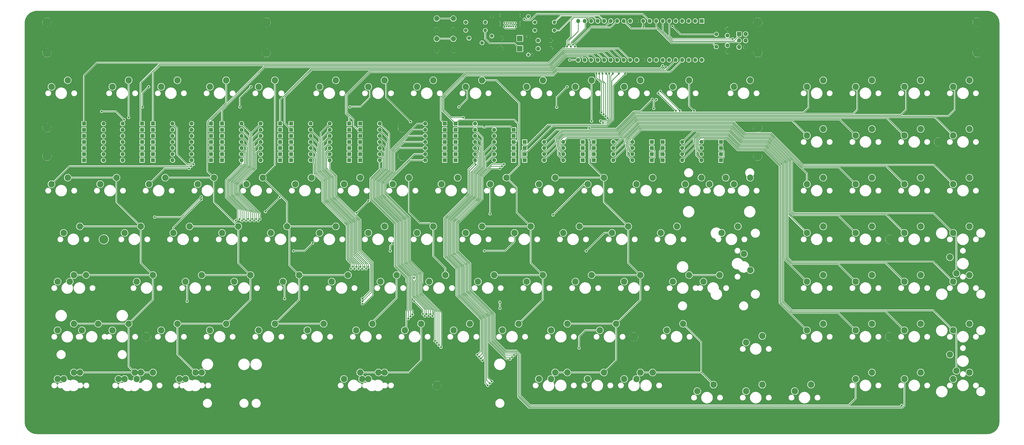
<source format=gbr>
%TF.GenerationSoftware,KiCad,Pcbnew,(6.0.0)*%
%TF.CreationDate,2022-04-22T09:20:40+02:00*%
%TF.ProjectId,pcb,7063622e-6b69-4636-9164-5f7063625858,rev?*%
%TF.SameCoordinates,Original*%
%TF.FileFunction,Copper,L2,Bot*%
%TF.FilePolarity,Positive*%
%FSLAX46Y46*%
G04 Gerber Fmt 4.6, Leading zero omitted, Abs format (unit mm)*
G04 Created by KiCad (PCBNEW (6.0.0)) date 2022-04-22 09:20:40*
%MOMM*%
%LPD*%
G01*
G04 APERTURE LIST*
%TA.AperFunction,ComponentPad*%
%ADD10R,1.600000X1.600000*%
%TD*%
%TA.AperFunction,ComponentPad*%
%ADD11O,1.600000X1.600000*%
%TD*%
%TA.AperFunction,ComponentPad*%
%ADD12C,2.500000*%
%TD*%
%TA.AperFunction,ComponentPad*%
%ADD13C,3.500001*%
%TD*%
%TA.AperFunction,ComponentPad*%
%ADD14C,1.400000*%
%TD*%
%TA.AperFunction,ComponentPad*%
%ADD15O,1.400000X1.400000*%
%TD*%
%TA.AperFunction,ComponentPad*%
%ADD16C,1.500000*%
%TD*%
%TA.AperFunction,ComponentPad*%
%ADD17C,2.000000*%
%TD*%
%TA.AperFunction,ComponentPad*%
%ADD18R,1.700000X1.700000*%
%TD*%
%TA.AperFunction,ComponentPad*%
%ADD19O,1.700000X1.700000*%
%TD*%
%TA.AperFunction,ComponentPad*%
%ADD20C,1.600000*%
%TD*%
%TA.AperFunction,ComponentPad*%
%ADD21R,2.200000X2.200000*%
%TD*%
%TA.AperFunction,ComponentPad*%
%ADD22O,2.200000X2.200000*%
%TD*%
%TA.AperFunction,ComponentPad*%
%ADD23C,0.700000*%
%TD*%
%TA.AperFunction,ComponentPad*%
%ADD24O,0.900000X1.700000*%
%TD*%
%TA.AperFunction,ComponentPad*%
%ADD25O,0.900000X2.400000*%
%TD*%
%TA.AperFunction,ComponentPad*%
%ADD26C,1.200000*%
%TD*%
%TA.AperFunction,ViaPad*%
%ADD27C,0.800000*%
%TD*%
%TA.AperFunction,Conductor*%
%ADD28C,0.250000*%
%TD*%
%TA.AperFunction,Conductor*%
%ADD29C,0.400000*%
%TD*%
%TA.AperFunction,Conductor*%
%ADD30C,0.200000*%
%TD*%
G04 APERTURE END LIST*
D10*
%TO.P,D104,1,K*%
%TO.N,ROW11*%
X289560000Y-182562500D03*
D11*
%TO.P,D104,2,A*%
%TO.N,Net-(D104-Pad2)*%
X281940000Y-182562500D03*
%TD*%
D12*
%TO.P,SW22,1,1*%
%TO.N,Net-(D22-Pad2)*%
X461327500Y-175260000D03*
%TO.P,SW22,2,2*%
%TO.N,COL9*%
X467677500Y-172720000D03*
%TD*%
D13*
%TO.P,MH2,1*%
%TO.N,GND*%
X259556250Y-273050000D03*
%TD*%
D12*
%TO.P,SW106,1,1*%
%TO.N,Net-(D99-Pad2)*%
X299402500Y-270510000D03*
%TO.P,SW106,2,2*%
%TO.N,COL5*%
X305752500Y-267970000D03*
%TD*%
%TO.P,SW122,1,1*%
%TO.N,Net-(D98-Pad2)*%
X232727500Y-270510000D03*
%TO.P,SW122,2,2*%
%TO.N,COL3*%
X239077500Y-267970000D03*
%TD*%
D10*
%TO.P,D14,1,K*%
%TO.N,ROW0*%
X121602500Y-184943750D03*
D11*
%TO.P,D14,2,A*%
%TO.N,Net-(D14-Pad2)*%
X129222500Y-184943750D03*
%TD*%
D10*
%TO.P,D79,1,K*%
%TO.N,ROW10*%
X262572500Y-182562500D03*
D11*
%TO.P,D79,2,A*%
%TO.N,Net-(D79-Pad2)*%
X254952500Y-182562500D03*
%TD*%
D10*
%TO.P,D75,1,K*%
%TO.N,ROW7*%
X347821250Y-180181250D03*
D11*
%TO.P,D75,2,A*%
%TO.N,Net-(D75-Pad2)*%
X355441250Y-180181250D03*
%TD*%
D10*
%TO.P,D62,1,K*%
%TO.N,ROW8*%
X225266250Y-182562500D03*
D11*
%TO.P,D62,2,A*%
%TO.N,Net-(D62-Pad2)*%
X217646250Y-182562500D03*
%TD*%
D12*
%TO.P,SW48,1,1*%
%TO.N,Net-(D47-Pad2)*%
X213677500Y-213360000D03*
%TO.P,SW48,2,2*%
%TO.N,COL2*%
X220027500Y-210820000D03*
%TD*%
D13*
%TO.P,MH2,1*%
%TO.N,GND*%
X246062500Y-183356250D03*
%TD*%
D10*
%TO.P,D30,1,K*%
%TO.N,ROW3*%
X148590000Y-175418750D03*
D11*
%TO.P,D30,2,A*%
%TO.N,Net-(D30-Pad2)*%
X156210000Y-175418750D03*
%TD*%
D10*
%TO.P,D22,1,K*%
%TO.N,ROW2*%
X316547500Y-184943750D03*
D11*
%TO.P,D22,2,A*%
%TO.N,Net-(D22-Pad2)*%
X308927500Y-184943750D03*
%TD*%
D13*
%TO.P,MH2,1*%
%TO.N,GND*%
X470693750Y-142875000D03*
%TD*%
D10*
%TO.P,D31,1,K*%
%TO.N,ROW4*%
X171291250Y-175418750D03*
D11*
%TO.P,D31,2,A*%
%TO.N,Net-(D31-Pad2)*%
X163671250Y-175418750D03*
%TD*%
D13*
%TO.P,MH2,1*%
%TO.N,GND*%
X107156250Y-183356250D03*
%TD*%
D12*
%TO.P,SW82,1,1*%
%TO.N,Net-(D77-Pad2)*%
X120808750Y-251460000D03*
%TO.P,SW82,2,2*%
%TO.N,COL0*%
X127158750Y-248920000D03*
%TD*%
%TO.P,SW47,1,1*%
%TO.N,Net-(D46-Pad2)*%
X194627500Y-213360000D03*
%TO.P,SW47,2,2*%
%TO.N,COL2*%
X200977500Y-210820000D03*
%TD*%
D14*
%TO.P,R5,1*%
%TO.N,Net-(D109-Pad1)*%
X297815000Y-130968750D03*
D15*
%TO.P,R5,2*%
%TO.N,D+*%
X305435000Y-130968750D03*
%TD*%
D12*
%TO.P,SW49,1,1*%
%TO.N,Net-(D48-Pad2)*%
X232727500Y-213360000D03*
%TO.P,SW49,2,2*%
%TO.N,COL3*%
X239077500Y-210820000D03*
%TD*%
D13*
%TO.P,MH2,1*%
%TO.N,GND*%
X384968750Y-172243750D03*
%TD*%
D10*
%TO.P,D102,1,K*%
%TO.N,ROW11*%
X289560000Y-180181250D03*
D11*
%TO.P,D102,2,A*%
%TO.N,Net-(D102-Pad2)*%
X281940000Y-180181250D03*
%TD*%
D12*
%TO.P,SW108,1,1*%
%TO.N,Net-(D101-Pad2)*%
X337502500Y-270510000D03*
%TO.P,SW108,2,2*%
%TO.N,COL6*%
X343852500Y-267970000D03*
%TD*%
%TO.P,SW7,1,1*%
%TO.N,Net-(D7-Pad2)*%
X232727500Y-156210000D03*
%TO.P,SW7,2,2*%
%TO.N,COL3*%
X239077500Y-153670000D03*
%TD*%
%TO.P,SW102,1,1*%
%TO.N,Net-(D95-Pad2)*%
X111283750Y-270510000D03*
%TO.P,SW102,2,2*%
%TO.N,COL0*%
X117633750Y-267970000D03*
%TD*%
D10*
%TO.P,D72,1,K*%
%TO.N,ROW8*%
X225266250Y-170656250D03*
D11*
%TO.P,D72,2,A*%
%TO.N,Net-(D72-Pad2)*%
X217646250Y-170656250D03*
%TD*%
D10*
%TO.P,D27,1,K*%
%TO.N,ROW4*%
X171291250Y-180181250D03*
D11*
%TO.P,D27,2,A*%
%TO.N,Net-(D27-Pad2)*%
X163671250Y-180181250D03*
%TD*%
D10*
%TO.P,D1,1,K*%
%TO.N,ROW1*%
X144303750Y-170656250D03*
D11*
%TO.P,D1,2,A*%
%TO.N,Net-(D1-Pad2)*%
X136683750Y-170656250D03*
%TD*%
D12*
%TO.P,SW58,1,1*%
%TO.N,Net-(D57-Pad2)*%
X423227500Y-213360000D03*
%TO.P,SW58,2,2*%
%TO.N,COL8*%
X429577500Y-210820000D03*
%TD*%
D10*
%TO.P,D84,1,K*%
%TO.N,ROW9*%
X229552500Y-184943750D03*
D11*
%TO.P,D84,2,A*%
%TO.N,Net-(D84-Pad2)*%
X237172500Y-184943750D03*
%TD*%
D12*
%TO.P,SW113,1,1*%
%TO.N,Net-(D106-Pad2)*%
X442277500Y-270510000D03*
%TO.P,SW113,2,2*%
%TO.N,COL8*%
X448627500Y-267970000D03*
%TD*%
D10*
%TO.P,D107,1,K*%
%TO.N,ROW12*%
X289560000Y-173037500D03*
D11*
%TO.P,D107,2,A*%
%TO.N,Net-(D107-Pad2)*%
X281940000Y-173037500D03*
%TD*%
D12*
%TO.P,SW61,1,1*%
%TO.N,Net-(D59-Pad2)*%
X462597500Y-229235000D03*
%TO.P,SW61,2,2*%
%TO.N,COL9*%
X460057500Y-222885000D03*
%TD*%
%TO.P,SW5,1,1*%
%TO.N,Net-(D5-Pad2)*%
X189865000Y-156210000D03*
%TO.P,SW5,2,2*%
%TO.N,COL2*%
X196215000Y-153670000D03*
%TD*%
D10*
%TO.P,D3,1,K*%
%TO.N,ROW1*%
X144303750Y-184943750D03*
D11*
%TO.P,D3,2,A*%
%TO.N,Net-(D3-Pad2)*%
X136683750Y-184943750D03*
%TD*%
D12*
%TO.P,SW111,1,1*%
%TO.N,Net-(D104-Pad2)*%
X399415000Y-275272500D03*
%TO.P,SW111,2,2*%
%TO.N,COL7*%
X405765000Y-272732500D03*
%TD*%
D10*
%TO.P,D32,1,K*%
%TO.N,ROW3*%
X148590000Y-177800000D03*
D11*
%TO.P,D32,2,A*%
%TO.N,Net-(D32-Pad2)*%
X156210000Y-177800000D03*
%TD*%
D12*
%TO.P,SW38,1,1*%
%TO.N,Net-(D37-Pad2)*%
X375602500Y-194310000D03*
%TO.P,SW38,2,2*%
%TO.N,COL7*%
X381952500Y-191770000D03*
%TD*%
%TO.P,SW87,1,1*%
%TO.N,Net-(D82-Pad2)*%
X208915000Y-251460000D03*
%TO.P,SW87,2,2*%
%TO.N,COL2*%
X215265000Y-248920000D03*
%TD*%
%TO.P,SW78,1,1*%
%TO.N,Net-(D75-Pad2)*%
X442277500Y-232410000D03*
%TO.P,SW78,2,2*%
%TO.N,COL8*%
X448627500Y-229870000D03*
%TD*%
%TO.P,SW97,1,1*%
%TO.N,Net-(D92-Pad2)*%
X423227500Y-251460000D03*
%TO.P,SW97,2,2*%
%TO.N,COL8*%
X429577500Y-248920000D03*
%TD*%
D14*
%TO.P,R3,1*%
%TO.N,Net-(J1-PadB5)*%
X280987500Y-136366250D03*
D15*
%TO.P,R3,2*%
%TO.N,GND*%
X280987500Y-128746250D03*
%TD*%
D13*
%TO.P,MH2,1*%
%TO.N,GND*%
X107156250Y-130968750D03*
%TD*%
D10*
%TO.P,D57,1,K*%
%TO.N,ROW6*%
X343535000Y-180181250D03*
D11*
%TO.P,D57,2,A*%
%TO.N,Net-(D57-Pad2)*%
X335915000Y-180181250D03*
%TD*%
D10*
%TO.P,D103,1,K*%
%TO.N,ROW12*%
X266858750Y-177800000D03*
D11*
%TO.P,D103,2,A*%
%TO.N,Net-(D103-Pad2)*%
X274478750Y-177800000D03*
%TD*%
D16*
%TO.P,Y1,1,1*%
%TO.N,Net-(C4-Pad2)*%
X368756250Y-140562500D03*
%TO.P,Y1,2,2*%
%TO.N,Net-(C5-Pad2)*%
X368756250Y-135682500D03*
%TD*%
D12*
%TO.P,SW32,1,1*%
%TO.N,Net-(D31-Pad2)*%
X261302500Y-194310000D03*
%TO.P,SW32,2,2*%
%TO.N,COL4*%
X267652500Y-191770000D03*
%TD*%
%TO.P,SW86,1,1*%
%TO.N,Net-(D81-Pad2)*%
X189865000Y-251460000D03*
%TO.P,SW86,2,2*%
%TO.N,COL2*%
X196215000Y-248920000D03*
%TD*%
D10*
%TO.P,D91,1,K*%
%TO.N,ROW9*%
X370522500Y-177800000D03*
D11*
%TO.P,D91,2,A*%
%TO.N,Net-(D91-Pad2)*%
X362902500Y-177800000D03*
%TD*%
D12*
%TO.P,SW34,1,1*%
%TO.N,Net-(D33-Pad2)*%
X299402500Y-194310000D03*
%TO.P,SW34,2,2*%
%TO.N,COL5*%
X305752500Y-191770000D03*
%TD*%
%TO.P,SW52,1,1*%
%TO.N,Net-(D51-Pad2)*%
X289877500Y-213360000D03*
%TO.P,SW52,2,2*%
%TO.N,COL4*%
X296227500Y-210820000D03*
%TD*%
%TO.P,SW54,1,1*%
%TO.N,Net-(D53-Pad2)*%
X327977500Y-213360000D03*
%TO.P,SW54,2,2*%
%TO.N,COL5*%
X334327500Y-210820000D03*
%TD*%
D10*
%TO.P,D82,1,K*%
%TO.N,ROW9*%
X229552500Y-182562500D03*
D11*
%TO.P,D82,2,A*%
%TO.N,Net-(D82-Pad2)*%
X237172500Y-182562500D03*
%TD*%
D12*
%TO.P,SW20,1,1*%
%TO.N,Net-(D20-Pad2)*%
X423227500Y-175260000D03*
%TO.P,SW20,2,2*%
%TO.N,COL7*%
X429577500Y-172720000D03*
%TD*%
%TO.P,SW15,1,1*%
%TO.N,Net-(D15-Pad2)*%
X404177500Y-156210000D03*
%TO.P,SW15,2,2*%
%TO.N,COL7*%
X410527500Y-153670000D03*
%TD*%
D10*
%TO.P,D12,1,K*%
%TO.N,ROW0*%
X121602500Y-182562500D03*
D11*
%TO.P,D12,2,A*%
%TO.N,Net-(D12-Pad2)*%
X129222500Y-182562500D03*
%TD*%
D12*
%TO.P,SW37,1,1*%
%TO.N,Net-(D36-Pad2)*%
X366077500Y-194310000D03*
%TO.P,SW37,2,2*%
%TO.N,COL6*%
X372427500Y-191770000D03*
%TD*%
D10*
%TO.P,D93,1,K*%
%TO.N,ROW9*%
X370522500Y-182562500D03*
D11*
%TO.P,D93,2,A*%
%TO.N,Net-(D93-Pad2)*%
X362902500Y-182562500D03*
%TD*%
D17*
%TO.P,SW124,1,1*%
%TO.N,GND*%
X265981250Y-134012500D03*
X259481250Y-134012500D03*
%TO.P,SW124,2,2*%
%TO.N,RESET*%
X265981250Y-129512500D03*
X259481250Y-129512500D03*
%TD*%
D12*
%TO.P,SW3,1,1*%
%TO.N,Net-(D3-Pad2)*%
X151765000Y-156210000D03*
%TO.P,SW3,2,2*%
%TO.N,COL1*%
X158115000Y-153670000D03*
%TD*%
D10*
%TO.P,D63,1,K*%
%TO.N,ROW7*%
X202565000Y-182562500D03*
D11*
%TO.P,D63,2,A*%
%TO.N,Net-(D63-Pad2)*%
X210185000Y-182562500D03*
%TD*%
D10*
%TO.P,D86,1,K*%
%TO.N,ROW9*%
X229552500Y-173037500D03*
D11*
%TO.P,D86,2,A*%
%TO.N,Net-(D86-Pad2)*%
X237172500Y-173037500D03*
%TD*%
D12*
%TO.P,SW30,1,1*%
%TO.N,Net-(D29-Pad2)*%
X223202500Y-194310000D03*
%TO.P,SW30,2,2*%
%TO.N,COL3*%
X229552500Y-191770000D03*
%TD*%
D10*
%TO.P,D36,1,K*%
%TO.N,ROW3*%
X148590000Y-182562500D03*
D11*
%TO.P,D36,2,A*%
%TO.N,Net-(D36-Pad2)*%
X156210000Y-182562500D03*
%TD*%
D12*
%TO.P,SW31,1,1*%
%TO.N,Net-(D30-Pad2)*%
X242252500Y-194310000D03*
%TO.P,SW31,2,2*%
%TO.N,COL3*%
X248602500Y-191770000D03*
%TD*%
D10*
%TO.P,D8,1,K*%
%TO.N,ROW0*%
X121602500Y-177800000D03*
D11*
%TO.P,D8,2,A*%
%TO.N,Net-(D8-Pad2)*%
X129222500Y-177800000D03*
%TD*%
D12*
%TO.P,SW69,1,1*%
%TO.N,Net-(D66-Pad2)*%
X237490000Y-232410000D03*
%TO.P,SW69,2,2*%
%TO.N,COL3*%
X243840000Y-229870000D03*
%TD*%
D10*
%TO.P,D21,1,K*%
%TO.N,ROW2*%
X316547500Y-182562500D03*
D11*
%TO.P,D21,2,A*%
%TO.N,Net-(D21-Pad2)*%
X308927500Y-182562500D03*
%TD*%
D10*
%TO.P,D80,1,K*%
%TO.N,ROW9*%
X229552500Y-180181250D03*
D11*
%TO.P,D80,2,A*%
%TO.N,Net-(D80-Pad2)*%
X237172500Y-180181250D03*
%TD*%
D10*
%TO.P,D78,1,K*%
%TO.N,ROW9*%
X229552500Y-177800000D03*
D11*
%TO.P,D78,2,A*%
%TO.N,Net-(D78-Pad2)*%
X237172500Y-177800000D03*
%TD*%
D12*
%TO.P,SW94,1,1*%
%TO.N,Net-(D89-Pad2)*%
X349408750Y-251460000D03*
%TO.P,SW94,2,2*%
%TO.N,COL6*%
X355758750Y-248920000D03*
%TD*%
%TO.P,SW11,1,1*%
%TO.N,Net-(D11-Pad2)*%
X313690000Y-156210000D03*
%TO.P,SW11,2,2*%
%TO.N,COL5*%
X320040000Y-153670000D03*
%TD*%
%TO.P,SW107,1,1*%
%TO.N,Net-(D100-Pad2)*%
X318452500Y-270510000D03*
%TO.P,SW107,2,2*%
%TO.N,COL5*%
X324802500Y-267970000D03*
%TD*%
D10*
%TO.P,D96,1,K*%
%TO.N,ROW11*%
X289560000Y-184943750D03*
D11*
%TO.P,D96,2,A*%
%TO.N,Net-(D96-Pad2)*%
X281940000Y-184943750D03*
%TD*%
D12*
%TO.P,SW116,1,1*%
%TO.N,Net-(D96-Pad2)*%
X137477500Y-270510000D03*
%TO.P,SW116,2,2*%
%TO.N,COL0*%
X143827500Y-267970000D03*
%TD*%
%TO.P,SW95,1,1*%
%TO.N,Net-(D90-Pad2)*%
X380365000Y-256222500D03*
%TO.P,SW95,2,2*%
%TO.N,COL7*%
X386715000Y-253682500D03*
%TD*%
%TO.P,SW51,1,1*%
%TO.N,Net-(D50-Pad2)*%
X270827500Y-213360000D03*
%TO.P,SW51,2,2*%
%TO.N,COL4*%
X277177500Y-210820000D03*
%TD*%
%TO.P,SW45,1,1*%
%TO.N,Net-(D44-Pad2)*%
X156527500Y-213360000D03*
%TO.P,SW45,2,2*%
%TO.N,COL1*%
X162877500Y-210820000D03*
%TD*%
D13*
%TO.P,MH2,1*%
%TO.N,GND*%
X192881250Y-130968750D03*
%TD*%
D10*
%TO.P,D73,1,K*%
%TO.N,ROW7*%
X347821250Y-184943750D03*
D11*
%TO.P,D73,2,A*%
%TO.N,Net-(D73-Pad2)*%
X355441250Y-184943750D03*
%TD*%
D13*
%TO.P,MH2,1*%
%TO.N,GND*%
X436562500Y-215900000D03*
%TD*%
D12*
%TO.P,SW14,1,1*%
%TO.N,Net-(D14-Pad2)*%
X375602500Y-156210000D03*
%TO.P,SW14,2,2*%
%TO.N,COL6*%
X381952500Y-153670000D03*
%TD*%
D10*
%TO.P,D88,1,K*%
%TO.N,ROW9*%
X229552500Y-175418750D03*
D11*
%TO.P,D88,2,A*%
%TO.N,Net-(D88-Pad2)*%
X237172500Y-175418750D03*
%TD*%
D12*
%TO.P,SW35,1,1*%
%TO.N,Net-(D34-Pad2)*%
X318452500Y-194310000D03*
%TO.P,SW35,2,2*%
%TO.N,COL5*%
X324802500Y-191770000D03*
%TD*%
%TO.P,SW41,1,1*%
%TO.N,Net-(D40-Pad2)*%
X442277500Y-194310000D03*
%TO.P,SW41,2,2*%
%TO.N,COL8*%
X448627500Y-191770000D03*
%TD*%
D10*
%TO.P,D50,1,K*%
%TO.N,ROW6*%
X198278750Y-175418750D03*
D11*
%TO.P,D50,2,A*%
%TO.N,Net-(D50-Pad2)*%
X190658750Y-175418750D03*
%TD*%
D12*
%TO.P,SW39,1,1*%
%TO.N,Net-(D38-Pad2)*%
X404177500Y-194310000D03*
%TO.P,SW39,2,2*%
%TO.N,COL7*%
X410527500Y-191770000D03*
%TD*%
D18*
%TO.P,J2,1,MISO*%
%TO.N,MISO*%
X377656250Y-135587500D03*
D19*
%TO.P,J2,2,VCC*%
%TO.N,VCC*%
X380196250Y-135587500D03*
%TO.P,J2,3,SCK*%
%TO.N,SCK*%
X377656250Y-138127500D03*
%TO.P,J2,4,MOSI*%
%TO.N,MOSI*%
X380196250Y-138127500D03*
%TO.P,J2,5,~{RST}*%
%TO.N,RESET*%
X377656250Y-140667500D03*
%TO.P,J2,6,GND*%
%TO.N,GND*%
X380196250Y-140667500D03*
%TD*%
D12*
%TO.P,SW85,1,1*%
%TO.N,Net-(D80-Pad2)*%
X170815000Y-251460000D03*
%TO.P,SW85,2,2*%
%TO.N,COL1*%
X177165000Y-248920000D03*
%TD*%
D10*
%TO.P,D83,1,K*%
%TO.N,ROW10*%
X262572500Y-177800000D03*
D11*
%TO.P,D83,2,A*%
%TO.N,Net-(D83-Pad2)*%
X254952500Y-177800000D03*
%TD*%
D12*
%TO.P,SW21,1,1*%
%TO.N,Net-(D21-Pad2)*%
X442277500Y-175260000D03*
%TO.P,SW21,2,2*%
%TO.N,COL8*%
X448627500Y-172720000D03*
%TD*%
D10*
%TO.P,D9,1,K*%
%TO.N,ROW1*%
X144303750Y-177800000D03*
D11*
%TO.P,D9,2,A*%
%TO.N,Net-(D9-Pad2)*%
X136683750Y-177800000D03*
%TD*%
D12*
%TO.P,SW93,1,1*%
%TO.N,Net-(D88-Pad2)*%
X323215000Y-251460000D03*
%TO.P,SW93,2,2*%
%TO.N,COL5*%
X329565000Y-248920000D03*
%TD*%
%TO.P,SW71,1,1*%
%TO.N,Net-(D68-Pad2)*%
X275590000Y-232410000D03*
%TO.P,SW71,2,2*%
%TO.N,COL4*%
X281940000Y-229870000D03*
%TD*%
D10*
%TO.P,D47,1,K*%
%TO.N,ROW5*%
X175577500Y-170656250D03*
D11*
%TO.P,D47,2,A*%
%TO.N,Net-(D47-Pad2)*%
X183197500Y-170656250D03*
%TD*%
D12*
%TO.P,SW121,1,1*%
%TO.N,Net-(D96-Pad2)*%
X142240000Y-270510000D03*
%TO.P,SW121,2,2*%
%TO.N,COL0*%
X148590000Y-267970000D03*
%TD*%
%TO.P,SW6,1,1*%
%TO.N,Net-(D6-Pad2)*%
X213677500Y-156210000D03*
%TO.P,SW6,2,2*%
%TO.N,COL2*%
X220027500Y-153670000D03*
%TD*%
%TO.P,SW33,1,1*%
%TO.N,Net-(D32-Pad2)*%
X280352500Y-194310000D03*
%TO.P,SW33,2,2*%
%TO.N,COL4*%
X286702500Y-191770000D03*
%TD*%
D20*
%TO.P,C4,1*%
%TO.N,GND*%
X373062500Y-142537500D03*
%TO.P,C4,2*%
%TO.N,Net-(C4-Pad2)*%
X373062500Y-140037500D03*
%TD*%
D10*
%TO.P,U1,1,PB0*%
%TO.N,COL9*%
X363056250Y-130487500D03*
D11*
%TO.P,U1,2,PB1*%
%TO.N,COL8*%
X360516250Y-130487500D03*
%TO.P,U1,3,PB2*%
%TO.N,COL7*%
X357976250Y-130487500D03*
%TO.P,U1,4,PB3*%
%TO.N,COL6*%
X355436250Y-130487500D03*
%TO.P,U1,5,PB4*%
%TO.N,COL5*%
X352896250Y-130487500D03*
%TO.P,U1,6,PB5*%
%TO.N,MOSI*%
X350356250Y-130487500D03*
%TO.P,U1,7,PB6*%
%TO.N,MISO*%
X347816250Y-130487500D03*
%TO.P,U1,8,PB7*%
%TO.N,SCK*%
X345276250Y-130487500D03*
%TO.P,U1,9,~{RESET}*%
%TO.N,RESET*%
X342736250Y-130487500D03*
%TO.P,U1,10,VCC*%
%TO.N,VCC*%
X340196250Y-130487500D03*
%TO.P,U1,11,GND*%
%TO.N,GND*%
X337656250Y-130487500D03*
%TO.P,U1,12,XTAL2*%
%TO.N,Net-(C5-Pad2)*%
X335116250Y-130487500D03*
%TO.P,U1,13,XTAL1*%
%TO.N,Net-(C4-Pad2)*%
X332576250Y-130487500D03*
%TO.P,U1,14,PD0*%
%TO.N,COL3*%
X330036250Y-130487500D03*
%TO.P,U1,15,PD1*%
%TO.N,COL2*%
X327496250Y-130487500D03*
%TO.P,U1,16,PD2*%
%TO.N,D+*%
X324956250Y-130487500D03*
%TO.P,U1,17,PD3*%
%TO.N,D-*%
X322416250Y-130487500D03*
%TO.P,U1,18,PD4*%
%TO.N,BOOT*%
X319876250Y-130487500D03*
%TO.P,U1,19,PD5*%
%TO.N,COL1*%
X317336250Y-130487500D03*
%TO.P,U1,20,PD6*%
%TO.N,COL0*%
X314796250Y-130487500D03*
%TO.P,U1,21,PD7*%
%TO.N,COL4*%
X314796250Y-145727500D03*
%TO.P,U1,22,PC0*%
%TO.N,ROW8*%
X317336250Y-145727500D03*
%TO.P,U1,23,PC1*%
%TO.N,ROW7*%
X319876250Y-145727500D03*
%TO.P,U1,24,PC2*%
%TO.N,ROW6*%
X322416250Y-145727500D03*
%TO.P,U1,25,PC3*%
%TO.N,ROW5*%
X324956250Y-145727500D03*
%TO.P,U1,26,PC4*%
%TO.N,ROW4*%
X327496250Y-145727500D03*
%TO.P,U1,27,PC5*%
%TO.N,ROW3*%
X330036250Y-145727500D03*
%TO.P,U1,28,PC6*%
%TO.N,ROW1*%
X332576250Y-145727500D03*
%TO.P,U1,29,PC7*%
%TO.N,ROW0*%
X335116250Y-145727500D03*
%TO.P,U1,30,AVCC*%
%TO.N,VCC*%
X337656250Y-145727500D03*
%TO.P,U1,31,GND*%
%TO.N,GND*%
X340196250Y-145727500D03*
%TO.P,U1,32,AREF*%
%TO.N,unconnected-(U1-Pad32)*%
X342736250Y-145727500D03*
%TO.P,U1,33,PA7*%
%TO.N,ROW2*%
X345276250Y-145727500D03*
%TO.P,U1,34,PA6*%
%TO.N,ROW9*%
X347816250Y-145727500D03*
%TO.P,U1,35,PA5*%
%TO.N,ROW10*%
X350356250Y-145727500D03*
%TO.P,U1,36,PA4*%
%TO.N,ROW11*%
X352896250Y-145727500D03*
%TO.P,U1,37,PA3*%
%TO.N,ROW12*%
X355436250Y-145727500D03*
%TO.P,U1,38,PA2*%
%TO.N,unconnected-(U1-Pad38)*%
X357976250Y-145727500D03*
%TO.P,U1,39,PA1*%
%TO.N,unconnected-(U1-Pad39)*%
X360516250Y-145727500D03*
%TO.P,U1,40,PA0*%
%TO.N,unconnected-(U1-Pad40)*%
X363056250Y-145727500D03*
%TD*%
D12*
%TO.P,SW88,1,1*%
%TO.N,Net-(D83-Pad2)*%
X227965000Y-251460000D03*
%TO.P,SW88,2,2*%
%TO.N,COL3*%
X234315000Y-248920000D03*
%TD*%
D10*
%TO.P,D74,1,K*%
%TO.N,ROW8*%
X347821250Y-182562500D03*
D11*
%TO.P,D74,2,A*%
%TO.N,Net-(D74-Pad2)*%
X355441250Y-182562500D03*
%TD*%
D10*
%TO.P,D4,1,K*%
%TO.N,ROW0*%
X121602500Y-173037500D03*
D11*
%TO.P,D4,2,A*%
%TO.N,Net-(D4-Pad2)*%
X129222500Y-173037500D03*
%TD*%
D12*
%TO.P,SW120,1,1*%
%TO.N,Net-(D101-Pad2)*%
X332740000Y-270510000D03*
%TO.P,SW120,2,2*%
%TO.N,COL6*%
X339090000Y-267970000D03*
%TD*%
%TO.P,SW105,1,1*%
%TO.N,Net-(D98-Pad2)*%
X230346250Y-270510000D03*
%TO.P,SW105,2,2*%
%TO.N,COL3*%
X236696250Y-267970000D03*
%TD*%
%TO.P,SW64,1,1*%
%TO.N,Net-(D61-Pad2)*%
X142240000Y-232410000D03*
%TO.P,SW64,2,2*%
%TO.N,COL0*%
X148590000Y-229870000D03*
%TD*%
%TO.P,SW70,1,1*%
%TO.N,Net-(D67-Pad2)*%
X256540000Y-232410000D03*
%TO.P,SW70,2,2*%
%TO.N,COL3*%
X262890000Y-229870000D03*
%TD*%
D10*
%TO.P,D100,1,K*%
%TO.N,ROW11*%
X289560000Y-177800000D03*
D11*
%TO.P,D100,2,A*%
%TO.N,Net-(D100-Pad2)*%
X281940000Y-177800000D03*
%TD*%
D10*
%TO.P,D65,1,K*%
%TO.N,ROW7*%
X202565000Y-184943750D03*
D11*
%TO.P,D65,2,A*%
%TO.N,Net-(D65-Pad2)*%
X210185000Y-184943750D03*
%TD*%
D12*
%TO.P,SW59,1,1*%
%TO.N,Net-(D58-Pad2)*%
X442277500Y-213360000D03*
%TO.P,SW59,2,2*%
%TO.N,COL8*%
X448627500Y-210820000D03*
%TD*%
%TO.P,SW8,1,1*%
%TO.N,Net-(D8-Pad2)*%
X251777500Y-156210000D03*
%TO.P,SW8,2,2*%
%TO.N,COL3*%
X258127500Y-153670000D03*
%TD*%
D13*
%TO.P,MH2,1*%
%TO.N,GND*%
X146050000Y-254000000D03*
%TD*%
D12*
%TO.P,SW68,1,1*%
%TO.N,Net-(D65-Pad2)*%
X218440000Y-232410000D03*
%TO.P,SW68,2,2*%
%TO.N,COL2*%
X224790000Y-229870000D03*
%TD*%
D10*
%TO.P,D70,1,K*%
%TO.N,ROW8*%
X225266250Y-173037500D03*
D11*
%TO.P,D70,2,A*%
%TO.N,Net-(D70-Pad2)*%
X217646250Y-173037500D03*
%TD*%
D12*
%TO.P,SW73,1,1*%
%TO.N,Net-(D70-Pad2)*%
X313690000Y-232410000D03*
%TO.P,SW73,2,2*%
%TO.N,COL5*%
X320040000Y-229870000D03*
%TD*%
D21*
%TO.P,D109,1,K*%
%TO.N,Net-(D109-Pad1)*%
X291941250Y-137318750D03*
D22*
%TO.P,D109,2,A*%
%TO.N,GND*%
X284321250Y-137318750D03*
%TD*%
D12*
%TO.P,SW110,1,1*%
%TO.N,Net-(D103-Pad2)*%
X380365000Y-275272500D03*
%TO.P,SW110,2,2*%
%TO.N,COL7*%
X386715000Y-272732500D03*
%TD*%
D14*
%TO.P,R4,1*%
%TO.N,Net-(D108-Pad1)*%
X297815000Y-134143750D03*
D15*
%TO.P,R4,2*%
%TO.N,D-*%
X305435000Y-134143750D03*
%TD*%
D10*
%TO.P,D28,1,K*%
%TO.N,ROW3*%
X148590000Y-173037500D03*
D11*
%TO.P,D28,2,A*%
%TO.N,Net-(D28-Pad2)*%
X156210000Y-173037500D03*
%TD*%
D12*
%TO.P,SW119,1,1*%
%TO.N,Net-(D99-Pad2)*%
X304165000Y-270510000D03*
%TO.P,SW119,2,2*%
%TO.N,COL5*%
X310515000Y-267970000D03*
%TD*%
%TO.P,SW66,1,1*%
%TO.N,Net-(D63-Pad2)*%
X180340000Y-232410000D03*
%TO.P,SW66,2,2*%
%TO.N,COL1*%
X186690000Y-229870000D03*
%TD*%
D10*
%TO.P,D71,1,K*%
%TO.N,ROW7*%
X202565000Y-177800000D03*
D11*
%TO.P,D71,2,A*%
%TO.N,Net-(D71-Pad2)*%
X210185000Y-177800000D03*
%TD*%
D12*
%TO.P,SW53,1,1*%
%TO.N,Net-(D52-Pad2)*%
X308927500Y-213360000D03*
%TO.P,SW53,2,2*%
%TO.N,COL5*%
X315277500Y-210820000D03*
%TD*%
%TO.P,SW80,1,1*%
%TO.N,Net-(D60-Pad2)*%
X111283750Y-232410000D03*
%TO.P,SW80,2,2*%
%TO.N,COL0*%
X117633750Y-229870000D03*
%TD*%
D20*
%TO.P,C3,1*%
%TO.N,VCC*%
X299125000Y-138112500D03*
%TO.P,C3,2*%
%TO.N,GND*%
X304125000Y-138112500D03*
%TD*%
D12*
%TO.P,SW42,1,1*%
%TO.N,Net-(D41-Pad2)*%
X461327500Y-194310000D03*
%TO.P,SW42,2,2*%
%TO.N,COL9*%
X467677500Y-191770000D03*
%TD*%
D10*
%TO.P,D77,1,K*%
%TO.N,ROW10*%
X262572500Y-184943750D03*
D11*
%TO.P,D77,2,A*%
%TO.N,Net-(D77-Pad2)*%
X254952500Y-184943750D03*
%TD*%
D12*
%TO.P,SW18,1,1*%
%TO.N,Net-(D18-Pad2)*%
X461327500Y-156210000D03*
%TO.P,SW18,2,2*%
%TO.N,COL9*%
X467677500Y-153670000D03*
%TD*%
D10*
%TO.P,D40,1,K*%
%TO.N,ROW3*%
X320833750Y-180181250D03*
D11*
%TO.P,D40,2,A*%
%TO.N,Net-(D40-Pad2)*%
X328453750Y-180181250D03*
%TD*%
D12*
%TO.P,SW98,1,1*%
%TO.N,Net-(D93-Pad2)*%
X442277500Y-251460000D03*
%TO.P,SW98,2,2*%
%TO.N,COL8*%
X448627500Y-248920000D03*
%TD*%
D23*
%TO.P,J1,A1,GND*%
%TO.N,GND*%
X291106250Y-132612500D03*
%TO.P,J1,A4,VBUS*%
%TO.N,Net-(F1-Pad1)*%
X290256250Y-132612500D03*
%TO.P,J1,A5,CC1*%
%TO.N,Net-(J1-PadA5)*%
X289406250Y-132612500D03*
%TO.P,J1,A6,D+*%
%TO.N,Net-(D109-Pad1)*%
X288556250Y-132612500D03*
%TO.P,J1,A7,D-*%
%TO.N,Net-(D108-Pad1)*%
X287706250Y-132612500D03*
%TO.P,J1,A8,SBU1*%
%TO.N,unconnected-(J1-PadA8)*%
X286856250Y-132612500D03*
%TO.P,J1,A9,VBUS*%
%TO.N,Net-(F1-Pad1)*%
X286006250Y-132612500D03*
%TO.P,J1,A12,GND*%
%TO.N,GND*%
X285156250Y-132612500D03*
%TO.P,J1,B1,GND*%
X285156250Y-131262500D03*
%TO.P,J1,B4,VBUS*%
%TO.N,Net-(F1-Pad1)*%
X286006250Y-131262500D03*
%TO.P,J1,B5,CC2*%
%TO.N,Net-(J1-PadB5)*%
X286856250Y-131262500D03*
%TO.P,J1,B6,D+*%
%TO.N,Net-(D109-Pad1)*%
X287706250Y-131262500D03*
%TO.P,J1,B7,D-*%
%TO.N,Net-(D108-Pad1)*%
X288556250Y-131262500D03*
%TO.P,J1,B8,SBU2*%
%TO.N,unconnected-(J1-PadB8)*%
X289406250Y-131262500D03*
%TO.P,J1,B9,VBUS*%
%TO.N,Net-(F1-Pad1)*%
X290256250Y-131262500D03*
%TO.P,J1,B12,GND*%
%TO.N,GND*%
X291106250Y-131262500D03*
D24*
%TO.P,J1,S1,SHIELD*%
X283806250Y-128252500D03*
D25*
X283806250Y-131632500D03*
X292456250Y-131632500D03*
D24*
X292456250Y-128252500D03*
%TD*%
D12*
%TO.P,SW77,1,1*%
%TO.N,Net-(D74-Pad2)*%
X423227500Y-232410000D03*
%TO.P,SW77,2,2*%
%TO.N,COL8*%
X429577500Y-229870000D03*
%TD*%
%TO.P,SW76,1,1*%
%TO.N,Net-(D73-Pad2)*%
X404177500Y-232410000D03*
%TO.P,SW76,2,2*%
%TO.N,COL7*%
X410527500Y-229870000D03*
%TD*%
D10*
%TO.P,D5,1,K*%
%TO.N,ROW1*%
X144303750Y-182562500D03*
D11*
%TO.P,D5,2,A*%
%TO.N,Net-(D5-Pad2)*%
X136683750Y-182562500D03*
%TD*%
D12*
%TO.P,SW81,1,1*%
%TO.N,Net-(D55-Pad2)*%
X351790000Y-232410000D03*
%TO.P,SW81,2,2*%
%TO.N,COL6*%
X358140000Y-229870000D03*
%TD*%
D13*
%TO.P,MH2,1*%
%TO.N,GND*%
X384968750Y-183356250D03*
%TD*%
D12*
%TO.P,SW103,1,1*%
%TO.N,Net-(D96-Pad2)*%
X135096250Y-270510000D03*
%TO.P,SW103,2,2*%
%TO.N,COL0*%
X141446250Y-267970000D03*
%TD*%
D10*
%TO.P,D48,1,K*%
%TO.N,ROW6*%
X198278750Y-177800000D03*
D11*
%TO.P,D48,2,A*%
%TO.N,Net-(D48-Pad2)*%
X190658750Y-177800000D03*
%TD*%
D13*
%TO.P,MH2,1*%
%TO.N,GND*%
X107156250Y-172243750D03*
%TD*%
D12*
%TO.P,SW27,1,1*%
%TO.N,Net-(D26-Pad2)*%
X166052500Y-194310000D03*
%TO.P,SW27,2,2*%
%TO.N,COL1*%
X172402500Y-191770000D03*
%TD*%
%TO.P,SW13,1,1*%
%TO.N,Net-(D13-Pad2)*%
X351790000Y-156210000D03*
%TO.P,SW13,2,2*%
%TO.N,COL6*%
X358140000Y-153670000D03*
%TD*%
%TO.P,SW60,1,1*%
%TO.N,Net-(D59-Pad2)*%
X461327500Y-213360000D03*
%TO.P,SW60,2,2*%
%TO.N,COL9*%
X467677500Y-210820000D03*
%TD*%
D10*
%TO.P,D6,1,K*%
%TO.N,ROW0*%
X121602500Y-175418750D03*
D11*
%TO.P,D6,2,A*%
%TO.N,Net-(D6-Pad2)*%
X129222500Y-175418750D03*
%TD*%
D10*
%TO.P,D25,1,K*%
%TO.N,ROW4*%
X171291250Y-182562500D03*
D11*
%TO.P,D25,2,A*%
%TO.N,Net-(D25-Pad2)*%
X163671250Y-182562500D03*
%TD*%
D10*
%TO.P,D26,1,K*%
%TO.N,ROW3*%
X148590000Y-170656250D03*
D11*
%TO.P,D26,2,A*%
%TO.N,Net-(D26-Pad2)*%
X156210000Y-170656250D03*
%TD*%
D12*
%TO.P,SW79,1,1*%
%TO.N,Net-(D76-Pad2)*%
X461327500Y-232410000D03*
%TO.P,SW79,2,2*%
%TO.N,COL9*%
X467677500Y-229870000D03*
%TD*%
%TO.P,SW40,1,1*%
%TO.N,Net-(D39-Pad2)*%
X423227500Y-194310000D03*
%TO.P,SW40,2,2*%
%TO.N,COL8*%
X429577500Y-191770000D03*
%TD*%
D10*
%TO.P,D56,1,K*%
%TO.N,ROW5*%
X343535000Y-177800000D03*
D11*
%TO.P,D56,2,A*%
%TO.N,Net-(D56-Pad2)*%
X335915000Y-177800000D03*
%TD*%
D12*
%TO.P,SW92,1,1*%
%TO.N,Net-(D87-Pad2)*%
X304165000Y-251460000D03*
%TO.P,SW92,2,2*%
%TO.N,COL5*%
X310515000Y-248920000D03*
%TD*%
%TO.P,SW83,1,1*%
%TO.N,Net-(D78-Pad2)*%
X132715000Y-251460000D03*
%TO.P,SW83,2,2*%
%TO.N,COL0*%
X139065000Y-248920000D03*
%TD*%
%TO.P,SW36,1,1*%
%TO.N,Net-(D35-Pad2)*%
X337502500Y-194310000D03*
%TO.P,SW36,2,2*%
%TO.N,COL6*%
X343852500Y-191770000D03*
%TD*%
%TO.P,SW1,1,1*%
%TO.N,Net-(D1-Pad2)*%
X108902500Y-156210000D03*
%TO.P,SW1,2,2*%
%TO.N,COL0*%
X115252500Y-153670000D03*
%TD*%
%TO.P,SW10,1,1*%
%TO.N,Net-(D10-Pad2)*%
X294640000Y-156210000D03*
%TO.P,SW10,2,2*%
%TO.N,COL4*%
X300990000Y-153670000D03*
%TD*%
D14*
%TO.P,R1,1*%
%TO.N,Net-(J1-PadA5)*%
X295275000Y-128746250D03*
D15*
%TO.P,R1,2*%
%TO.N,GND*%
X295275000Y-136366250D03*
%TD*%
D10*
%TO.P,D87,1,K*%
%TO.N,ROW10*%
X262572500Y-173037500D03*
D11*
%TO.P,D87,2,A*%
%TO.N,Net-(D87-Pad2)*%
X254952500Y-173037500D03*
%TD*%
D14*
%TO.P,R6,1*%
%TO.N,VCC*%
X270827500Y-130968750D03*
D15*
%TO.P,R6,2*%
%TO.N,RESET*%
X278447500Y-130968750D03*
%TD*%
D10*
%TO.P,D11,1,K*%
%TO.N,ROW1*%
X144303750Y-175418750D03*
D11*
%TO.P,D11,2,A*%
%TO.N,Net-(D11-Pad2)*%
X136683750Y-175418750D03*
%TD*%
D12*
%TO.P,SW2,1,1*%
%TO.N,Net-(D2-Pad2)*%
X132715000Y-156210000D03*
%TO.P,SW2,2,2*%
%TO.N,COL0*%
X139065000Y-153670000D03*
%TD*%
D10*
%TO.P,D29,1,K*%
%TO.N,ROW4*%
X171291250Y-177800000D03*
D11*
%TO.P,D29,2,A*%
%TO.N,Net-(D29-Pad2)*%
X163671250Y-177800000D03*
%TD*%
D17*
%TO.P,SW123,1,1*%
%TO.N,GND*%
X259481250Y-141950000D03*
X265981250Y-141950000D03*
%TO.P,SW123,2,2*%
%TO.N,BOOT*%
X259481250Y-137450000D03*
X265981250Y-137450000D03*
%TD*%
D10*
%TO.P,D92,1,K*%
%TO.N,ROW10*%
X370522500Y-180181250D03*
D11*
%TO.P,D92,2,A*%
%TO.N,Net-(D92-Pad2)*%
X362902500Y-180181250D03*
%TD*%
D12*
%TO.P,SW74,1,1*%
%TO.N,Net-(D71-Pad2)*%
X332740000Y-232410000D03*
%TO.P,SW74,2,2*%
%TO.N,COL5*%
X339090000Y-229870000D03*
%TD*%
D10*
%TO.P,D33,1,K*%
%TO.N,ROW4*%
X171291250Y-173037500D03*
D11*
%TO.P,D33,2,A*%
%TO.N,Net-(D33-Pad2)*%
X163671250Y-173037500D03*
%TD*%
D10*
%TO.P,D81,1,K*%
%TO.N,ROW10*%
X262572500Y-180181250D03*
D11*
%TO.P,D81,2,A*%
%TO.N,Net-(D81-Pad2)*%
X254952500Y-180181250D03*
%TD*%
D10*
%TO.P,D46,1,K*%
%TO.N,ROW6*%
X198278750Y-180181250D03*
D11*
%TO.P,D46,2,A*%
%TO.N,Net-(D46-Pad2)*%
X190658750Y-180181250D03*
%TD*%
D12*
%TO.P,SW62,1,1*%
%TO.N,Net-(D72-Pad2)*%
X379571250Y-221615000D03*
%TO.P,SW62,2,2*%
%TO.N,COL6*%
X382111250Y-227965000D03*
%TD*%
%TO.P,SW28,1,1*%
%TO.N,Net-(D27-Pad2)*%
X185102500Y-194310000D03*
%TO.P,SW28,2,2*%
%TO.N,COL2*%
X191452500Y-191770000D03*
%TD*%
D13*
%TO.P,MH2,1*%
%TO.N,GND*%
X470693750Y-130968750D03*
%TD*%
D10*
%TO.P,D97,1,K*%
%TO.N,ROW12*%
X266858750Y-182562500D03*
D11*
%TO.P,D97,2,A*%
%TO.N,Net-(D97-Pad2)*%
X274478750Y-182562500D03*
%TD*%
D12*
%TO.P,SW115,1,1*%
%TO.N,Net-(D95-Pad2)*%
X113665000Y-270510000D03*
%TO.P,SW115,2,2*%
%TO.N,COL0*%
X120015000Y-267970000D03*
%TD*%
%TO.P,SW12,1,1*%
%TO.N,Net-(D12-Pad2)*%
X332740000Y-156210000D03*
%TO.P,SW12,2,2*%
%TO.N,COL5*%
X339090000Y-153670000D03*
%TD*%
%TO.P,SW104,1,1*%
%TO.N,Net-(D97-Pad2)*%
X158908750Y-270510000D03*
%TO.P,SW104,2,2*%
%TO.N,COL1*%
X165258750Y-267970000D03*
%TD*%
D14*
%TO.P,F1,1*%
%TO.N,Net-(F1-Pad1)*%
X277187500Y-139012500D03*
%TO.P,F1,2*%
%TO.N,VCC*%
X272087500Y-137212500D03*
%TD*%
D20*
%TO.P,C2,1*%
%TO.N,VCC*%
X299125000Y-141287500D03*
%TO.P,C2,2*%
%TO.N,GND*%
X304125000Y-141287500D03*
%TD*%
D10*
%TO.P,D17,1,K*%
%TO.N,ROW0*%
X293846250Y-182562500D03*
D11*
%TO.P,D17,2,A*%
%TO.N,Net-(D17-Pad2)*%
X301466250Y-182562500D03*
%TD*%
D12*
%TO.P,SW43,1,1*%
%TO.N,Net-(D42-Pad2)*%
X113665000Y-213360000D03*
%TO.P,SW43,2,2*%
%TO.N,COL0*%
X120015000Y-210820000D03*
%TD*%
%TO.P,SW101,1,1*%
%TO.N,Net-(D94-Pad2)*%
X462597500Y-267335000D03*
%TO.P,SW101,2,2*%
%TO.N,COL9*%
X460057500Y-260985000D03*
%TD*%
D10*
%TO.P,D98,1,K*%
%TO.N,ROW12*%
X266858750Y-180181250D03*
D11*
%TO.P,D98,2,A*%
%TO.N,Net-(D98-Pad2)*%
X274478750Y-180181250D03*
%TD*%
D10*
%TO.P,D15,1,K*%
%TO.N,ROW0*%
X293846250Y-177800000D03*
D11*
%TO.P,D15,2,A*%
%TO.N,Net-(D15-Pad2)*%
X301466250Y-177800000D03*
%TD*%
D12*
%TO.P,SW44,1,1*%
%TO.N,Net-(D43-Pad2)*%
X137477500Y-213360000D03*
%TO.P,SW44,2,2*%
%TO.N,COL0*%
X143827500Y-210820000D03*
%TD*%
%TO.P,SW24,1,1*%
%TO.N,Net-(D23-Pad2)*%
X108902500Y-194310000D03*
%TO.P,SW24,2,2*%
%TO.N,COL0*%
X115252500Y-191770000D03*
%TD*%
%TO.P,SW117,1,1*%
%TO.N,Net-(D97-Pad2)*%
X161290000Y-270510000D03*
%TO.P,SW117,2,2*%
%TO.N,COL1*%
X167640000Y-267970000D03*
%TD*%
D13*
%TO.P,MH2,1*%
%TO.N,GND*%
X384968750Y-130968750D03*
%TD*%
%TO.P,MH2,1*%
%TO.N,GND*%
X384968750Y-142875000D03*
%TD*%
D10*
%TO.P,D54,1,K*%
%TO.N,ROW6*%
X198278750Y-170656250D03*
D11*
%TO.P,D54,2,A*%
%TO.N,Net-(D54-Pad2)*%
X190658750Y-170656250D03*
%TD*%
D12*
%TO.P,SW89,1,1*%
%TO.N,Net-(D84-Pad2)*%
X247015000Y-251460000D03*
%TO.P,SW89,2,2*%
%TO.N,COL3*%
X253365000Y-248920000D03*
%TD*%
%TO.P,SW67,1,1*%
%TO.N,Net-(D64-Pad2)*%
X199390000Y-232410000D03*
%TO.P,SW67,2,2*%
%TO.N,COL2*%
X205740000Y-229870000D03*
%TD*%
%TO.P,SW17,1,1*%
%TO.N,Net-(D17-Pad2)*%
X442277500Y-156210000D03*
%TO.P,SW17,2,2*%
%TO.N,COL8*%
X448627500Y-153670000D03*
%TD*%
D10*
%TO.P,D51,1,K*%
%TO.N,ROW5*%
X175577500Y-175418750D03*
D11*
%TO.P,D51,2,A*%
%TO.N,Net-(D51-Pad2)*%
X183197500Y-175418750D03*
%TD*%
D12*
%TO.P,SW26,1,1*%
%TO.N,Net-(D25-Pad2)*%
X147002500Y-194310000D03*
%TO.P,SW26,2,2*%
%TO.N,COL1*%
X153352500Y-191770000D03*
%TD*%
D10*
%TO.P,D68,1,K*%
%TO.N,ROW8*%
X225266250Y-175418750D03*
D11*
%TO.P,D68,2,A*%
%TO.N,Net-(D68-Pad2)*%
X217646250Y-175418750D03*
%TD*%
D12*
%TO.P,SW56,1,1*%
%TO.N,Net-(D55-Pad2)*%
X370840000Y-213360000D03*
%TO.P,SW56,2,2*%
%TO.N,COL6*%
X377190000Y-210820000D03*
%TD*%
D10*
%TO.P,D99,1,K*%
%TO.N,ROW12*%
X266858750Y-173037500D03*
D11*
%TO.P,D99,2,A*%
%TO.N,Net-(D99-Pad2)*%
X274478750Y-173037500D03*
%TD*%
D10*
%TO.P,D90,1,K*%
%TO.N,ROW10*%
X229552500Y-170656250D03*
D11*
%TO.P,D90,2,A*%
%TO.N,Net-(D90-Pad2)*%
X237172500Y-170656250D03*
%TD*%
D13*
%TO.P,MH2,1*%
%TO.N,GND*%
X455612500Y-177800000D03*
%TD*%
D10*
%TO.P,D94,1,K*%
%TO.N,ROW10*%
X370522500Y-184943750D03*
D11*
%TO.P,D94,2,A*%
%TO.N,Net-(D94-Pad2)*%
X362902500Y-184943750D03*
%TD*%
D12*
%TO.P,SW90,1,1*%
%TO.N,Net-(D85-Pad2)*%
X266065000Y-251460000D03*
%TO.P,SW90,2,2*%
%TO.N,COL4*%
X272415000Y-248920000D03*
%TD*%
%TO.P,SW63,1,1*%
%TO.N,Net-(D60-Pad2)*%
X116046250Y-232410000D03*
%TO.P,SW63,2,2*%
%TO.N,COL0*%
X122396250Y-229870000D03*
%TD*%
D10*
%TO.P,D19,1,K*%
%TO.N,ROW2*%
X316547500Y-177800000D03*
D11*
%TO.P,D19,2,A*%
%TO.N,Net-(D19-Pad2)*%
X308927500Y-177800000D03*
%TD*%
D12*
%TO.P,SW19,1,1*%
%TO.N,Net-(D19-Pad2)*%
X404177500Y-175260000D03*
%TO.P,SW19,2,2*%
%TO.N,COL6*%
X410527500Y-172720000D03*
%TD*%
D10*
%TO.P,D95,1,K*%
%TO.N,ROW12*%
X266858750Y-184943750D03*
D11*
%TO.P,D95,2,A*%
%TO.N,Net-(D95-Pad2)*%
X274478750Y-184943750D03*
%TD*%
D12*
%TO.P,SW50,1,1*%
%TO.N,Net-(D49-Pad2)*%
X251777500Y-213360000D03*
%TO.P,SW50,2,2*%
%TO.N,COL3*%
X258127500Y-210820000D03*
%TD*%
D13*
%TO.P,MH2,1*%
%TO.N,GND*%
X436562500Y-254000000D03*
%TD*%
D10*
%TO.P,D69,1,K*%
%TO.N,ROW7*%
X202565000Y-175418750D03*
D11*
%TO.P,D69,2,A*%
%TO.N,Net-(D69-Pad2)*%
X210185000Y-175418750D03*
%TD*%
D10*
%TO.P,D23,1,K*%
%TO.N,ROW4*%
X171291250Y-184943750D03*
D11*
%TO.P,D23,2,A*%
%TO.N,Net-(D23-Pad2)*%
X163671250Y-184943750D03*
%TD*%
D12*
%TO.P,SW25,1,1*%
%TO.N,Net-(D24-Pad2)*%
X127952500Y-194310000D03*
%TO.P,SW25,2,2*%
%TO.N,COL0*%
X134302500Y-191770000D03*
%TD*%
%TO.P,SW57,1,1*%
%TO.N,Net-(D56-Pad2)*%
X404177500Y-213360000D03*
%TO.P,SW57,2,2*%
%TO.N,COL7*%
X410527500Y-210820000D03*
%TD*%
D10*
%TO.P,D16,1,K*%
%TO.N,ROW1*%
X293846250Y-180181250D03*
D11*
%TO.P,D16,2,A*%
%TO.N,Net-(D16-Pad2)*%
X301466250Y-180181250D03*
%TD*%
D10*
%TO.P,D35,1,K*%
%TO.N,ROW4*%
X171291250Y-170656250D03*
D11*
%TO.P,D35,2,A*%
%TO.N,Net-(D35-Pad2)*%
X163671250Y-170656250D03*
%TD*%
D10*
%TO.P,D64,1,K*%
%TO.N,ROW8*%
X225266250Y-180181250D03*
D11*
%TO.P,D64,2,A*%
%TO.N,Net-(D64-Pad2)*%
X217646250Y-180181250D03*
%TD*%
D10*
%TO.P,D66,1,K*%
%TO.N,ROW8*%
X225266250Y-177800000D03*
D11*
%TO.P,D66,2,A*%
%TO.N,Net-(D66-Pad2)*%
X217646250Y-177800000D03*
%TD*%
D10*
%TO.P,D105,1,K*%
%TO.N,ROW12*%
X289560000Y-175418750D03*
D11*
%TO.P,D105,2,A*%
%TO.N,Net-(D105-Pad2)*%
X281940000Y-175418750D03*
%TD*%
D12*
%TO.P,SW75,1,1*%
%TO.N,Net-(D72-Pad2)*%
X363696250Y-232410000D03*
%TO.P,SW75,2,2*%
%TO.N,COL6*%
X370046250Y-229870000D03*
%TD*%
%TO.P,SW100,1,1*%
%TO.N,Net-(D77-Pad2)*%
X111283750Y-251460000D03*
%TO.P,SW100,2,2*%
%TO.N,COL0*%
X117633750Y-248920000D03*
%TD*%
D10*
%TO.P,D49,1,K*%
%TO.N,ROW5*%
X175577500Y-173037500D03*
D11*
%TO.P,D49,2,A*%
%TO.N,Net-(D49-Pad2)*%
X183197500Y-173037500D03*
%TD*%
D10*
%TO.P,D43,1,K*%
%TO.N,ROW5*%
X175577500Y-184943750D03*
D11*
%TO.P,D43,2,A*%
%TO.N,Net-(D43-Pad2)*%
X183197500Y-184943750D03*
%TD*%
D10*
%TO.P,D58,1,K*%
%TO.N,ROW5*%
X343535000Y-182562500D03*
D11*
%TO.P,D58,2,A*%
%TO.N,Net-(D58-Pad2)*%
X335915000Y-182562500D03*
%TD*%
D21*
%TO.P,D108,1,K*%
%TO.N,Net-(D108-Pad1)*%
X291941250Y-141287500D03*
D22*
%TO.P,D108,2,A*%
%TO.N,GND*%
X284321250Y-141287500D03*
%TD*%
D13*
%TO.P,MH2,1*%
%TO.N,GND*%
X192881250Y-142875000D03*
%TD*%
D10*
%TO.P,D7,1,K*%
%TO.N,ROW1*%
X144303750Y-180181250D03*
D11*
%TO.P,D7,2,A*%
%TO.N,Net-(D7-Pad2)*%
X136683750Y-180181250D03*
%TD*%
D10*
%TO.P,D45,1,K*%
%TO.N,ROW5*%
X175577500Y-182562500D03*
D11*
%TO.P,D45,2,A*%
%TO.N,Net-(D45-Pad2)*%
X183197500Y-182562500D03*
%TD*%
D10*
%TO.P,D42,1,K*%
%TO.N,ROW6*%
X198278750Y-182562500D03*
D11*
%TO.P,D42,2,A*%
%TO.N,Net-(D42-Pad2)*%
X190658750Y-182562500D03*
%TD*%
D10*
%TO.P,D38,1,K*%
%TO.N,ROW3*%
X320833750Y-184943750D03*
D11*
%TO.P,D38,2,A*%
%TO.N,Net-(D38-Pad2)*%
X328453750Y-184943750D03*
%TD*%
D10*
%TO.P,D59,1,K*%
%TO.N,ROW6*%
X343535000Y-184943750D03*
D11*
%TO.P,D59,2,A*%
%TO.N,Net-(D59-Pad2)*%
X335915000Y-184943750D03*
%TD*%
D12*
%TO.P,SW118,1,1*%
%TO.N,Net-(D98-Pad2)*%
X223202500Y-270510000D03*
%TO.P,SW118,2,2*%
%TO.N,COL3*%
X229552500Y-267970000D03*
%TD*%
D10*
%TO.P,D55,1,K*%
%TO.N,ROW5*%
X175577500Y-180181250D03*
D11*
%TO.P,D55,2,A*%
%TO.N,Net-(D55-Pad2)*%
X183197500Y-180181250D03*
%TD*%
D12*
%TO.P,SW16,1,1*%
%TO.N,Net-(D16-Pad2)*%
X423227500Y-156210000D03*
%TO.P,SW16,2,2*%
%TO.N,COL8*%
X429577500Y-153670000D03*
%TD*%
%TO.P,SW4,1,1*%
%TO.N,Net-(D4-Pad2)*%
X170815000Y-156210000D03*
%TO.P,SW4,2,2*%
%TO.N,COL1*%
X177165000Y-153670000D03*
%TD*%
%TO.P,SW91,1,1*%
%TO.N,Net-(D86-Pad2)*%
X285115000Y-251460000D03*
%TO.P,SW91,2,2*%
%TO.N,COL4*%
X291465000Y-248920000D03*
%TD*%
D13*
%TO.P,MH2,1*%
%TO.N,GND*%
X336550000Y-254000000D03*
%TD*%
D12*
%TO.P,SW65,1,1*%
%TO.N,Net-(D62-Pad2)*%
X161290000Y-232410000D03*
%TO.P,SW65,2,2*%
%TO.N,COL1*%
X167640000Y-229870000D03*
%TD*%
D13*
%TO.P,MH2,1*%
%TO.N,GND*%
X246062500Y-172243750D03*
%TD*%
D10*
%TO.P,D10,1,K*%
%TO.N,ROW0*%
X121602500Y-180181250D03*
D11*
%TO.P,D10,2,A*%
%TO.N,Net-(D10-Pad2)*%
X129222500Y-180181250D03*
%TD*%
D13*
%TO.P,MH2,1*%
%TO.N,N/C*%
X129381250Y-215900000D03*
%TD*%
D10*
%TO.P,D101,1,K*%
%TO.N,ROW12*%
X266858750Y-175418750D03*
D11*
%TO.P,D101,2,A*%
%TO.N,Net-(D101-Pad2)*%
X274478750Y-175418750D03*
%TD*%
D12*
%TO.P,SW112,1,1*%
%TO.N,Net-(D105-Pad2)*%
X423227500Y-270510000D03*
%TO.P,SW112,2,2*%
%TO.N,COL8*%
X429577500Y-267970000D03*
%TD*%
%TO.P,SW46,1,1*%
%TO.N,Net-(D45-Pad2)*%
X175577500Y-213360000D03*
%TO.P,SW46,2,2*%
%TO.N,COL1*%
X181927500Y-210820000D03*
%TD*%
%TO.P,SW114,1,1*%
%TO.N,Net-(D107-Pad2)*%
X461327500Y-270510000D03*
%TO.P,SW114,2,2*%
%TO.N,COL9*%
X467677500Y-267970000D03*
%TD*%
%TO.P,SW72,1,1*%
%TO.N,Net-(D69-Pad2)*%
X294640000Y-232410000D03*
%TO.P,SW72,2,2*%
%TO.N,COL4*%
X300990000Y-229870000D03*
%TD*%
D10*
%TO.P,D52,1,K*%
%TO.N,ROW6*%
X198278750Y-173037500D03*
D11*
%TO.P,D52,2,A*%
%TO.N,Net-(D52-Pad2)*%
X190658750Y-173037500D03*
%TD*%
D12*
%TO.P,SW9,1,1*%
%TO.N,Net-(D9-Pad2)*%
X270827500Y-156210000D03*
%TO.P,SW9,2,2*%
%TO.N,COL4*%
X277177500Y-153670000D03*
%TD*%
D10*
%TO.P,D20,1,K*%
%TO.N,ROW2*%
X316547500Y-180181250D03*
D11*
%TO.P,D20,2,A*%
%TO.N,Net-(D20-Pad2)*%
X308927500Y-180181250D03*
%TD*%
D10*
%TO.P,D53,1,K*%
%TO.N,ROW5*%
X175577500Y-177800000D03*
D11*
%TO.P,D53,2,A*%
%TO.N,Net-(D53-Pad2)*%
X183197500Y-177800000D03*
%TD*%
D10*
%TO.P,D106,1,K*%
%TO.N,ROW11*%
X266858750Y-170656250D03*
D11*
%TO.P,D106,2,A*%
%TO.N,Net-(D106-Pad2)*%
X274478750Y-170656250D03*
%TD*%
D10*
%TO.P,D34,1,K*%
%TO.N,ROW3*%
X148590000Y-180181250D03*
D11*
%TO.P,D34,2,A*%
%TO.N,Net-(D34-Pad2)*%
X156210000Y-180181250D03*
%TD*%
D20*
%TO.P,C5,1*%
%TO.N,GND*%
X373062500Y-133687500D03*
%TO.P,C5,2*%
%TO.N,Net-(C5-Pad2)*%
X373062500Y-136187500D03*
%TD*%
D10*
%TO.P,D60,1,K*%
%TO.N,ROW8*%
X225266250Y-184943750D03*
D11*
%TO.P,D60,2,A*%
%TO.N,Net-(D60-Pad2)*%
X217646250Y-184943750D03*
%TD*%
D10*
%TO.P,D18,1,K*%
%TO.N,ROW1*%
X293846250Y-184943750D03*
D11*
%TO.P,D18,2,A*%
%TO.N,Net-(D18-Pad2)*%
X301466250Y-184943750D03*
%TD*%
D12*
%TO.P,SW23,1,1*%
%TO.N,Net-(D36-Pad2)*%
X356552500Y-194310000D03*
%TO.P,SW23,2,2*%
%TO.N,COL6*%
X362902500Y-191770000D03*
%TD*%
D10*
%TO.P,D76,1,K*%
%TO.N,ROW8*%
X347821250Y-177800000D03*
D11*
%TO.P,D76,2,A*%
%TO.N,Net-(D76-Pad2)*%
X355441250Y-177800000D03*
%TD*%
D10*
%TO.P,D24,1,K*%
%TO.N,ROW3*%
X148590000Y-184943750D03*
D11*
%TO.P,D24,2,A*%
%TO.N,Net-(D24-Pad2)*%
X156210000Y-184943750D03*
%TD*%
D26*
%TO.P,C1,1*%
%TO.N,VCC*%
X295275000Y-143668750D03*
%TO.P,C1,2*%
%TO.N,GND*%
X296775000Y-143668750D03*
%TD*%
D10*
%TO.P,D41,1,K*%
%TO.N,ROW4*%
X320833750Y-177800000D03*
D11*
%TO.P,D41,2,A*%
%TO.N,Net-(D41-Pad2)*%
X328453750Y-177800000D03*
%TD*%
D10*
%TO.P,D39,1,K*%
%TO.N,ROW4*%
X320833750Y-182562500D03*
D11*
%TO.P,D39,2,A*%
%TO.N,Net-(D39-Pad2)*%
X328453750Y-182562500D03*
%TD*%
D12*
%TO.P,SW109,1,1*%
%TO.N,Net-(D102-Pad2)*%
X361315000Y-275272500D03*
%TO.P,SW109,2,2*%
%TO.N,COL6*%
X367665000Y-272732500D03*
%TD*%
D10*
%TO.P,D44,1,K*%
%TO.N,ROW6*%
X198278750Y-184943750D03*
D11*
%TO.P,D44,2,A*%
%TO.N,Net-(D44-Pad2)*%
X190658750Y-184943750D03*
%TD*%
D14*
%TO.P,R2,1*%
%TO.N,VCC*%
X270827500Y-134143750D03*
D15*
%TO.P,R2,2*%
%TO.N,Net-(D108-Pad1)*%
X278447500Y-134143750D03*
%TD*%
D12*
%TO.P,SW55,1,1*%
%TO.N,Net-(D54-Pad2)*%
X347027500Y-213360000D03*
%TO.P,SW55,2,2*%
%TO.N,COL6*%
X353377500Y-210820000D03*
%TD*%
D13*
%TO.P,MH2,1*%
%TO.N,GND*%
X107156250Y-142875000D03*
%TD*%
D10*
%TO.P,D2,1,K*%
%TO.N,ROW0*%
X121602500Y-170656250D03*
D11*
%TO.P,D2,2,A*%
%TO.N,Net-(D2-Pad2)*%
X129222500Y-170656250D03*
%TD*%
D10*
%TO.P,D85,1,K*%
%TO.N,ROW10*%
X262572500Y-175418750D03*
D11*
%TO.P,D85,2,A*%
%TO.N,Net-(D85-Pad2)*%
X254952500Y-175418750D03*
%TD*%
D12*
%TO.P,SW96,1,1*%
%TO.N,Net-(D91-Pad2)*%
X404177500Y-251460000D03*
%TO.P,SW96,2,2*%
%TO.N,COL7*%
X410527500Y-248920000D03*
%TD*%
%TO.P,SW29,1,1*%
%TO.N,Net-(D28-Pad2)*%
X204152500Y-194310000D03*
%TO.P,SW29,2,2*%
%TO.N,COL2*%
X210502500Y-191770000D03*
%TD*%
D10*
%TO.P,D89,1,K*%
%TO.N,ROW10*%
X262572500Y-170656250D03*
D11*
%TO.P,D89,2,A*%
%TO.N,Net-(D89-Pad2)*%
X254952500Y-170656250D03*
%TD*%
D12*
%TO.P,SW99,1,1*%
%TO.N,Net-(D94-Pad2)*%
X461327500Y-251460000D03*
%TO.P,SW99,2,2*%
%TO.N,COL9*%
X467677500Y-248920000D03*
%TD*%
D10*
%TO.P,D37,1,K*%
%TO.N,ROW4*%
X202565000Y-170656250D03*
D11*
%TO.P,D37,2,A*%
%TO.N,Net-(D37-Pad2)*%
X210185000Y-170656250D03*
%TD*%
D10*
%TO.P,D61,1,K*%
%TO.N,ROW7*%
X202565000Y-180181250D03*
D11*
%TO.P,D61,2,A*%
%TO.N,Net-(D61-Pad2)*%
X210185000Y-180181250D03*
%TD*%
D12*
%TO.P,SW84,1,1*%
%TO.N,Net-(D79-Pad2)*%
X151765000Y-251460000D03*
%TO.P,SW84,2,2*%
%TO.N,COL1*%
X158115000Y-248920000D03*
%TD*%
D10*
%TO.P,D13,1,K*%
%TO.N,ROW1*%
X144303750Y-173037500D03*
D11*
%TO.P,D13,2,A*%
%TO.N,Net-(D13-Pad2)*%
X136683750Y-173037500D03*
%TD*%
D10*
%TO.P,D67,1,K*%
%TO.N,ROW7*%
X202565000Y-173037500D03*
D11*
%TO.P,D67,2,A*%
%TO.N,Net-(D67-Pad2)*%
X210185000Y-173037500D03*
%TD*%
D27*
%TO.N,Net-(D89-Pad2)*%
X256263000Y-245850000D03*
%TO.N,VCC*%
X340206981Y-132743687D03*
%TO.N,ROW9*%
X352910000Y-165586540D03*
X346075000Y-158750000D03*
X347810000Y-147960000D03*
%TO.N,ROW8*%
X321879069Y-151090500D03*
X323850000Y-166190000D03*
%TO.N,ROW7*%
X323003296Y-151090500D03*
X324640000Y-166940000D03*
%TO.N,ROW6*%
X325441000Y-167720000D03*
X324230000Y-151090500D03*
%TO.N,ROW5*%
X326165500Y-168464124D03*
X325720000Y-151090500D03*
%TO.N,ROW4*%
X326890000Y-151090500D03*
X323530000Y-169610000D03*
%TO.N,ROW3*%
X328330000Y-151090500D03*
X324376544Y-170376544D03*
%TO.N,ROW2*%
X343693750Y-161131250D03*
X319087500Y-172341360D03*
%TO.N,ROW12*%
X269875000Y-168275000D03*
%TO.N,ROW10*%
X349034576Y-148564576D03*
X346868750Y-157956250D03*
X354510000Y-165586540D03*
%TO.N,ROW1*%
X330720000Y-151090500D03*
%TO.N,ROW0*%
X333100000Y-151090500D03*
%TO.N,RESET*%
X293723202Y-129813133D03*
%TO.N,Net-(D99-Pad2)*%
X280987500Y-271462500D03*
%TO.N,Net-(D98-Pad2)*%
X277366123Y-263251217D03*
%TO.N,Net-(D97-Pad2)*%
X276706715Y-262500094D03*
%TO.N,Net-(D96-Pad2)*%
X274752924Y-186646674D03*
X276006129Y-261787224D03*
%TO.N,Net-(D95-Pad2)*%
X275310000Y-261070000D03*
%TO.N,Net-(D90-Pad2)*%
X254089500Y-245143759D03*
X250605009Y-240044991D03*
X250598859Y-230981250D03*
%TO.N,Net-(D9-Pad2)*%
X268160000Y-164122100D03*
%TO.N,Net-(D88-Pad2)*%
X315120000Y-258424020D03*
X254814000Y-245860000D03*
%TO.N,Net-(D87-Pad2)*%
X257025791Y-245204125D03*
%TO.N,Net-(D86-Pad2)*%
X255538500Y-245156026D03*
%TO.N,Net-(D85-Pad2)*%
X257780000Y-245860000D03*
%TO.N,Net-(D83-Pad2)*%
X258762500Y-255587500D03*
%TO.N,Net-(D82-Pad2)*%
X248374500Y-246880000D03*
%TO.N,Net-(D81-Pad2)*%
X259556250Y-256381250D03*
%TO.N,Net-(D80-Pad2)*%
X249237500Y-246062500D03*
%TO.N,Net-(D79-Pad2)*%
X260350000Y-257270000D03*
%TO.N,Net-(D78-Pad2)*%
X250031250Y-245268750D03*
%TO.N,Net-(D77-Pad2)*%
X261143750Y-258110000D03*
%TO.N,Net-(D72-Pad2)*%
X230390000Y-227480000D03*
%TO.N,Net-(D71-Pad2)*%
X228153500Y-226641273D03*
%TO.N,Net-(D70-Pad2)*%
X231114500Y-226650000D03*
%TO.N,Net-(D7-Pad2)*%
X225520000Y-164122100D03*
%TO.N,Net-(D69-Pad2)*%
X284160000Y-240500000D03*
X228878000Y-227460000D03*
X284180000Y-242853060D03*
%TO.N,Net-(D68-Pad2)*%
X231839000Y-227450000D03*
%TO.N,Net-(D67-Pad2)*%
X229602500Y-226660000D03*
%TO.N,Net-(D66-Pad2)*%
X232680000Y-226630000D03*
%TO.N,Net-(D65-Pad2)*%
X225980000Y-227450000D03*
%TO.N,Net-(D64-Pad2)*%
X230400000Y-239110000D03*
X200020000Y-239113540D03*
%TO.N,Net-(D63-Pad2)*%
X226704500Y-226598662D03*
%TO.N,Net-(D62-Pad2)*%
X161920000Y-240110000D03*
X230400000Y-240109503D03*
%TO.N,Net-(D61-Pad2)*%
X227429000Y-227450000D03*
%TO.N,Net-(D60-Pad2)*%
X230438377Y-241108268D03*
%TO.N,Net-(D55-Pad2)*%
X183330000Y-208610000D03*
%TO.N,Net-(D54-Pad2)*%
X187335001Y-207994211D03*
%TO.N,Net-(D53-Pad2)*%
X317910000Y-220413060D03*
X184131319Y-208012598D03*
%TO.N,Net-(D52-Pad2)*%
X188130000Y-208600000D03*
%TO.N,Net-(D51-Pad2)*%
X184940000Y-208600000D03*
X278080000Y-220413060D03*
%TO.N,Net-(D50-Pad2)*%
X188899999Y-207962738D03*
%TO.N,Net-(D5-Pad2)*%
X186880000Y-156210000D03*
X182560000Y-164122100D03*
%TO.N,Net-(D49-Pad2)*%
X241310000Y-220413060D03*
X185739999Y-208000831D03*
X242421740Y-217320000D03*
%TO.N,Net-(D48-Pad2)*%
X189670000Y-208600000D03*
%TO.N,Net-(D47-Pad2)*%
X203530000Y-220413060D03*
X211010000Y-217310000D03*
X186540000Y-208600000D03*
%TO.N,Net-(D46-Pad2)*%
X190402807Y-207920295D03*
%TO.N,Net-(D45-Pad2)*%
X182430000Y-208020000D03*
%TO.N,Net-(D44-Pad2)*%
X167455787Y-200281312D03*
%TO.N,Net-(D43-Pad2)*%
X180882701Y-208542701D03*
%TO.N,Net-(D42-Pad2)*%
X167440000Y-199280000D03*
X149225000Y-207168750D03*
%TO.N,Net-(D34-Pad2)*%
X304930000Y-206385500D03*
%TO.N,Net-(D32-Pad2)*%
X280350000Y-205935980D03*
%TO.N,Net-(D30-Pad2)*%
X228170000Y-205486460D03*
X232760000Y-200888000D03*
%TO.N,Net-(D3-Pad2)*%
X144462489Y-164122100D03*
X146890000Y-156210000D03*
%TO.N,Net-(D28-Pad2)*%
X198103951Y-199446049D03*
X192510000Y-205036940D03*
%TO.N,Net-(D26-Pad2)*%
X164395750Y-186531250D03*
%TO.N,Net-(D25-Pad2)*%
X162718750Y-188118750D03*
%TO.N,Net-(D23-Pad2)*%
X163512500Y-187325000D03*
%TO.N,Net-(D13-Pad2)*%
X344290000Y-164665500D03*
X345281250Y-161200500D03*
%TO.N,Net-(D11-Pad2)*%
X310460000Y-156210000D03*
X306350000Y-164215980D03*
%TO.N,Net-(D107-Pad2)*%
X441174951Y-280906701D03*
X284956250Y-187325000D03*
%TO.N,Net-(D106-Pad2)*%
X285750000Y-186531250D03*
%TO.N,Net-(D105-Pad2)*%
X284162500Y-188118750D03*
%TO.N,Net-(D104-Pad2)*%
X289718750Y-261143750D03*
%TO.N,Net-(D103-Pad2)*%
X279400000Y-273050000D03*
%TO.N,Net-(D102-Pad2)*%
X288925000Y-261937500D03*
%TO.N,Net-(D101-Pad2)*%
X280193750Y-272256250D03*
%TO.N,Net-(D100-Pad2)*%
X288131250Y-262731250D03*
%TO.N,Net-(D1-Pad2)*%
X137318750Y-169068750D03*
X128498000Y-165893750D03*
%TO.N,Net-(C5-Pad2)*%
X351631250Y-132556250D03*
%TO.N,MOSI*%
X375168985Y-137536427D03*
%TO.N,GND*%
X307370000Y-165270000D03*
X236220000Y-229870000D03*
X279400000Y-175260000D03*
X275600000Y-168130000D03*
X347980000Y-142240000D03*
X244852590Y-186473383D03*
X278130000Y-171450000D03*
X290150000Y-135350000D03*
X319650000Y-151090500D03*
X298120000Y-164570000D03*
X248509768Y-181621500D03*
X294100000Y-131960000D03*
X259080000Y-232410000D03*
X332581250Y-135731250D03*
X285750000Y-170180000D03*
X322230000Y-167790000D03*
X245110000Y-232410000D03*
X302080000Y-220770000D03*
X256540000Y-227330000D03*
X340360000Y-173990000D03*
X235420000Y-220440000D03*
X282680000Y-133950000D03*
X163299350Y-194697230D03*
X231114596Y-261571596D03*
X297180000Y-170180000D03*
X294520000Y-242870000D03*
X211640000Y-164140000D03*
X247650000Y-179166807D03*
X342900000Y-153987500D03*
X170150000Y-164100000D03*
X256630000Y-164610000D03*
X310260000Y-147700000D03*
X260350000Y-240030000D03*
X341380000Y-176670000D03*
X299520000Y-175770000D03*
X376132833Y-130964309D03*
X272580000Y-220770000D03*
%TO.N,COL6*%
X360030000Y-165586540D03*
%TO.N,COL5*%
X319087500Y-177006250D03*
X320040000Y-169640000D03*
%TO.N,COL4*%
X311460000Y-145730000D03*
%TO.N,COL3*%
X249237500Y-169862500D03*
X313531250Y-140493750D03*
%TO.N,COL2*%
X312737500Y-139700000D03*
%TO.N,COL1*%
X311906983Y-140456983D03*
%TO.N,COL0*%
X139064789Y-168266352D03*
X311150000Y-139700000D03*
%TO.N,BOOT*%
X310356250Y-140493750D03*
%TD*%
D28*
%TO.N,Net-(D89-Pad2)*%
X250779414Y-237923364D02*
X250779414Y-232318945D01*
X236712880Y-198925357D02*
X236712880Y-193432814D01*
X250779414Y-232318945D02*
X251323359Y-231775000D01*
X246292880Y-225177696D02*
X246292880Y-208505358D01*
X251323359Y-230208175D02*
X246292880Y-225177696D01*
X251323359Y-231775000D02*
X251323359Y-230208175D01*
X246292880Y-208505358D02*
X236712880Y-198925357D01*
X241300000Y-188845692D02*
X241300000Y-181210157D01*
X251853907Y-170656250D02*
X254952500Y-170656250D01*
X256263000Y-243406950D02*
X250779414Y-237923364D01*
X256263000Y-245850000D02*
X256263000Y-243406950D01*
X241300000Y-181210157D02*
X251853907Y-170656250D01*
X236712880Y-193432814D02*
X241300000Y-188845692D01*
D29*
%TO.N,VCC*%
X340206981Y-130498231D02*
X340196250Y-130487500D01*
X340206981Y-132743687D02*
X340206981Y-130498231D01*
D28*
%TO.N,SCK*%
X377053750Y-138730000D02*
X351455000Y-138730000D01*
X345276250Y-132551250D02*
X345276250Y-130487500D01*
X351455000Y-138730000D02*
X345276250Y-132551250D01*
X377656250Y-138127500D02*
X377053750Y-138730000D01*
%TO.N,ROW9*%
X346778560Y-149011440D02*
X306130553Y-149011440D01*
X228600000Y-173037500D02*
X229552500Y-173037500D01*
X227012500Y-169092500D02*
X227012500Y-171450000D01*
X224480000Y-166560000D02*
X227012500Y-169092500D01*
X347810000Y-147960000D02*
X347810000Y-147980000D01*
X352910000Y-165586540D02*
X352910000Y-165585000D01*
X227012500Y-171450000D02*
X228600000Y-173037500D01*
X352910000Y-165585000D02*
X346075000Y-158750000D01*
X306130553Y-149011440D02*
X304693821Y-150448171D01*
X224480000Y-159536968D02*
X224480000Y-166560000D01*
X233568797Y-150448171D02*
X224480000Y-159536968D01*
X347810000Y-147980000D02*
X346778560Y-149011440D01*
X304693821Y-150448171D02*
X233568797Y-150448171D01*
%TO.N,ROW8*%
X321879069Y-152652287D02*
X321879069Y-151090500D01*
X233382599Y-149998651D02*
X224030480Y-159350771D01*
X323850000Y-154623218D02*
X321879069Y-152652287D01*
X316018750Y-144410000D02*
X310096276Y-144410000D01*
X224030480Y-166746198D02*
X225266250Y-167981968D01*
X310096276Y-144410000D02*
X304507625Y-149998651D01*
X304507625Y-149998651D02*
X233382599Y-149998651D01*
X323850000Y-166190000D02*
X323850000Y-154623218D01*
X225266250Y-167981968D02*
X225266250Y-170656250D01*
X317336250Y-145727500D02*
X316018750Y-144410000D01*
X224030480Y-159350771D02*
X224030480Y-166746198D01*
%TO.N,ROW7*%
X210655337Y-149549131D02*
X304321427Y-149549131D01*
X200025000Y-160179468D02*
X210655337Y-149549131D01*
X318109230Y-143960480D02*
X319876250Y-145727500D01*
X324643750Y-154781250D02*
X323003296Y-153140796D01*
X346696739Y-181305761D02*
X347821250Y-180181250D01*
X309910079Y-143960480D02*
X318109230Y-143960480D01*
X346696739Y-183819239D02*
X346696739Y-181305761D01*
X347821250Y-184943750D02*
X346696739Y-183819239D01*
X324640000Y-166940000D02*
X324643750Y-166936250D01*
X200025000Y-170497500D02*
X200025000Y-160179468D01*
X324643750Y-166936250D02*
X324643750Y-154781250D01*
X323003296Y-153140796D02*
X323003296Y-151090500D01*
X202565000Y-173037500D02*
X200025000Y-170497500D01*
X304321427Y-149549131D02*
X309910079Y-143960480D01*
%TO.N,ROW6*%
X322416250Y-145727500D02*
X320199710Y-143510960D01*
X324231750Y-151092250D02*
X324230000Y-151090500D01*
X304135228Y-149099611D02*
X210469139Y-149099611D01*
X325437500Y-154939282D02*
X324231750Y-153733532D01*
X344659511Y-183819239D02*
X343535000Y-184943750D01*
X344659511Y-181305761D02*
X344659511Y-183819239D01*
X324231750Y-153733532D02*
X324231750Y-151092250D01*
X210469139Y-149099611D02*
X198278750Y-161290000D01*
X325441000Y-167720000D02*
X325437500Y-167716500D01*
X325437500Y-167716500D02*
X325437500Y-154939282D01*
X320199710Y-143510960D02*
X309723882Y-143510960D01*
X343535000Y-180181250D02*
X344659511Y-181305761D01*
X198278750Y-161290000D02*
X198278750Y-170656250D01*
X309723882Y-143510960D02*
X304135228Y-149099611D01*
%TO.N,ROW5*%
X326165500Y-151536000D02*
X325720000Y-151090500D01*
X322290190Y-143061440D02*
X309537682Y-143061440D01*
X309537682Y-143061440D02*
X303949031Y-148650091D01*
X324956250Y-145727500D02*
X322290190Y-143061440D01*
X175577500Y-165392414D02*
X175577500Y-170656250D01*
X326165500Y-168464124D02*
X326165500Y-151536000D01*
X192319823Y-148650091D02*
X175577500Y-165392414D01*
X303949031Y-148650091D02*
X192319823Y-148650091D01*
%TO.N,ROW4*%
X303762833Y-148200571D02*
X192133625Y-148200571D01*
X326062846Y-169610000D02*
X326890000Y-168782846D01*
X327496250Y-145727500D02*
X324380670Y-142611920D01*
X171291250Y-169042946D02*
X171291250Y-170656250D01*
X192133625Y-148200571D02*
X171291250Y-169042946D01*
X309351485Y-142611920D02*
X303762833Y-148200571D01*
X324380670Y-142611920D02*
X309351485Y-142611920D01*
X323530000Y-169610000D02*
X326062846Y-169610000D01*
X326890000Y-168782846D02*
X326890000Y-151090500D01*
%TO.N,ROW3*%
X148590000Y-150495718D02*
X151334667Y-147751051D01*
X148590000Y-170656250D02*
X148590000Y-150495718D01*
X151334667Y-147751051D02*
X303576635Y-147751051D01*
X326471150Y-142162400D02*
X330036250Y-145727500D01*
X303576635Y-147751051D02*
X309165288Y-142162400D01*
X325932020Y-170376544D02*
X327474520Y-168834044D01*
X327474520Y-168834044D02*
X327474520Y-151950480D01*
X319709239Y-181305761D02*
X320833750Y-180181250D01*
X309165288Y-142162400D02*
X326471150Y-142162400D01*
X328330000Y-151095000D02*
X328330000Y-151090500D01*
X319709239Y-183819239D02*
X319709239Y-181305761D01*
X327474520Y-151950480D02*
X328330000Y-151095000D01*
X324376544Y-170376544D02*
X325932020Y-170376544D01*
X320833750Y-184943750D02*
X319709239Y-183819239D01*
%TO.N,ROW2*%
X329661480Y-172616340D02*
X336416304Y-165861520D01*
X336416304Y-165861520D02*
X338963480Y-165861520D01*
X338963480Y-165861520D02*
X343693750Y-161131250D01*
X319362480Y-172616340D02*
X329661480Y-172616340D01*
X319087500Y-172341360D02*
X319362480Y-172616340D01*
%TO.N,ROW12*%
X265113218Y-168275000D02*
X269875000Y-168275000D01*
X277436147Y-171780761D02*
X277829897Y-172174511D01*
X262006739Y-165168521D02*
X265113218Y-168275000D01*
X268115489Y-171780761D02*
X277436147Y-171780761D01*
X262006739Y-160745947D02*
X262006739Y-165168521D01*
X350803750Y-150360000D02*
X306689144Y-150360000D01*
X278823853Y-171780761D02*
X288303261Y-171780761D01*
X270955955Y-151796731D02*
X262006739Y-160745947D01*
X306689144Y-150360000D02*
X305252413Y-151796731D01*
X288303261Y-171780761D02*
X289560000Y-173037500D01*
X278430103Y-172174511D02*
X278823853Y-171780761D01*
X266858750Y-173037500D02*
X268115489Y-171780761D01*
X277829897Y-172174511D02*
X278430103Y-172174511D01*
X305252413Y-151796731D02*
X270955955Y-151796731D01*
X355436250Y-145727500D02*
X350803750Y-150360000D01*
%TO.N,ROW11*%
X306502947Y-149910480D02*
X348713270Y-149910480D01*
X291306250Y-177006250D02*
X290512500Y-177800000D01*
X348713270Y-149910480D02*
X352896250Y-145727500D01*
X290512500Y-177800000D02*
X289560000Y-177800000D01*
X266858750Y-170656250D02*
X266858750Y-170497500D01*
X270769757Y-151347211D02*
X305066215Y-151347211D01*
X266858750Y-170656250D02*
X261557219Y-165354718D01*
X291306250Y-170656250D02*
X291306250Y-177006250D01*
X266858750Y-170497500D02*
X268206250Y-169150000D01*
X305066215Y-151347211D02*
X306502947Y-149910480D01*
X268206250Y-169150000D02*
X289800000Y-169150000D01*
X261557219Y-160559749D02*
X270769757Y-151347211D01*
X261557219Y-165354718D02*
X261557219Y-160559749D01*
X289800000Y-169150000D02*
X291306250Y-170656250D01*
%TO.N,ROW10*%
X354510000Y-165586540D02*
X354499040Y-165586540D01*
X270583559Y-150897691D02*
X261107699Y-160373551D01*
X304880018Y-150897691D02*
X270583559Y-150897691D01*
X348138192Y-149460960D02*
X306316750Y-149460960D01*
X261107699Y-169191449D02*
X262572500Y-170656250D01*
X261107699Y-160373551D02*
X261107699Y-169191449D01*
X306316750Y-149460960D02*
X304880018Y-150897691D01*
X370522500Y-180181250D02*
X371647011Y-181305761D01*
X349034576Y-148564576D02*
X348138192Y-149460960D01*
X371647011Y-181305761D02*
X371647011Y-183819239D01*
X354499040Y-165586540D02*
X346868750Y-157956250D01*
X371647011Y-183819239D02*
X370522500Y-184943750D01*
%TO.N,ROW1*%
X330720000Y-151090500D02*
X330715750Y-151090500D01*
X303390437Y-147301531D02*
X308979091Y-141712880D01*
X325813802Y-171130480D02*
X302897021Y-171130480D01*
X327924040Y-153882210D02*
X327924040Y-169020242D01*
X143737989Y-154712011D02*
X151148469Y-147301531D01*
X308979091Y-141712880D02*
X328561630Y-141712880D01*
X151148469Y-147301531D02*
X303390437Y-147301531D01*
X292721739Y-183819239D02*
X292721739Y-181305761D01*
X328561630Y-141712880D02*
X332576250Y-145727500D01*
X292721739Y-181305761D02*
X293846250Y-180181250D01*
X143737989Y-170090489D02*
X143737989Y-154712011D01*
X293846250Y-184943750D02*
X292721739Y-183819239D01*
X330715750Y-151090500D02*
X327924040Y-153882210D01*
X327924040Y-169020242D02*
X325813802Y-171130480D01*
X144303750Y-170656250D02*
X143737989Y-170090489D01*
X302897021Y-171130480D02*
X293846250Y-180181250D01*
%TO.N,ROW0*%
X303204239Y-146852011D02*
X126527989Y-146852011D01*
X328373560Y-169206440D02*
X326000000Y-171580000D01*
X126527989Y-146852011D02*
X121602500Y-151777500D01*
X308792890Y-141263360D02*
X303204239Y-146852011D01*
X121602500Y-151777500D02*
X121602500Y-170656250D01*
X304828750Y-171580000D02*
X293846250Y-182562500D01*
X333097000Y-151090500D02*
X328373560Y-155813940D01*
X328373560Y-155813940D02*
X328373560Y-169206440D01*
X335116250Y-145727500D02*
X330652110Y-141263360D01*
X326000000Y-171580000D02*
X304828750Y-171580000D01*
X330652110Y-141263360D02*
X308792890Y-141263360D01*
X333100000Y-151090500D02*
X333097000Y-151090500D01*
%TO.N,RESET*%
X298450000Y-127793750D02*
X340042500Y-127793750D01*
X293723202Y-129813133D02*
X294085069Y-130175000D01*
X294085069Y-130175000D02*
X296068750Y-130175000D01*
X265981250Y-129512500D02*
X259481250Y-129512500D01*
X296068750Y-130175000D02*
X298450000Y-127793750D01*
X340042500Y-127793750D02*
X342736250Y-130487500D01*
%TO.N,Net-(F1-Pad1)*%
X290013724Y-133350000D02*
X286248776Y-133350000D01*
X286248776Y-133350000D02*
X286006250Y-133107474D01*
X290256250Y-133107474D02*
X290013724Y-133350000D01*
X286006250Y-133107474D02*
X286006250Y-132612500D01*
X290256250Y-132612500D02*
X290256250Y-133107474D01*
%TO.N,Net-(D99-Pad2)*%
X274622880Y-190344206D02*
X274622880Y-199091426D01*
X274622880Y-199091426D02*
X265102880Y-208611426D01*
X274478750Y-173037500D02*
X277401341Y-175960091D01*
X269907120Y-236724068D02*
X279422880Y-246239828D01*
X279422880Y-246239828D02*
X279422880Y-269897880D01*
X277401341Y-187565743D02*
X274622880Y-190344206D01*
X265102880Y-221601080D02*
X269907120Y-226405321D01*
X279422880Y-269897880D02*
X280987500Y-271462500D01*
X269907120Y-226405321D02*
X269907120Y-236724068D01*
X265102880Y-208611426D02*
X265102880Y-221601080D01*
X277401341Y-175960091D02*
X277401341Y-187565743D01*
%TO.N,Net-(D98-Pad2)*%
X278074320Y-246798422D02*
X268558560Y-237282662D01*
X276052781Y-181755281D02*
X274478750Y-180181250D01*
X278074320Y-262543020D02*
X278074320Y-246798422D01*
X268558560Y-226963916D02*
X263754320Y-222159674D01*
X273274320Y-198532834D02*
X273274320Y-189785610D01*
X277366123Y-263251217D02*
X278074320Y-262543020D01*
X263754320Y-208052834D02*
X273274320Y-198532834D01*
X268558560Y-237282662D02*
X268558560Y-226963916D01*
X263754320Y-222159674D02*
X263754320Y-208052834D01*
X273274320Y-189785610D02*
X276052781Y-187007149D01*
X276052781Y-187007149D02*
X276052781Y-181755281D01*
%TO.N,Net-(D97-Pad2)*%
X268109040Y-237468857D02*
X268109040Y-227150114D01*
X272824800Y-198346636D02*
X272824800Y-189599412D01*
X268109040Y-227150114D02*
X263304800Y-222345873D01*
X275603261Y-186820951D02*
X275603261Y-183687011D01*
X263304800Y-222345873D02*
X263304800Y-207866636D01*
X276706715Y-262500094D02*
X277624800Y-261582009D01*
X277624800Y-246984617D02*
X268109040Y-237468857D01*
X272824800Y-189599412D02*
X275603261Y-186820951D01*
X263304800Y-207866636D02*
X272824800Y-198346636D01*
X275603261Y-183687011D02*
X274478750Y-182562500D01*
X277624800Y-261582009D02*
X277624800Y-246984617D01*
%TO.N,Net-(D96-Pad2)*%
X267659520Y-227336311D02*
X262855280Y-222532070D01*
X262855280Y-222532070D02*
X262855280Y-207680438D01*
X272375280Y-189024318D02*
X274752924Y-186646674D01*
X277175280Y-247170815D02*
X267659520Y-237655055D01*
X276006129Y-261787224D02*
X277175280Y-260618073D01*
X277175280Y-260618073D02*
X277175280Y-247170815D01*
X272375280Y-198160438D02*
X272375280Y-189024318D01*
X262855280Y-207680438D02*
X272375280Y-198160438D01*
X267659520Y-237655055D02*
X267659520Y-227336311D01*
%TO.N,Net-(D95-Pad2)*%
X275310000Y-261070000D02*
X276725760Y-259654240D01*
X267210000Y-237841252D02*
X267210000Y-227522509D01*
X271925760Y-197974240D02*
X271925760Y-188449240D01*
X274478750Y-185896250D02*
X274478750Y-184943750D01*
X271925760Y-188449240D02*
X274478750Y-185896250D01*
X267210000Y-227522509D02*
X262405760Y-222718269D01*
X262405760Y-222718269D02*
X262405760Y-207494240D01*
X276725760Y-247357012D02*
X267210000Y-237841252D01*
X276725760Y-259654240D02*
X276725760Y-247357012D01*
X262405760Y-207494240D02*
X271925760Y-197974240D01*
%TO.N,Net-(D94-Pad2)*%
X360878949Y-176650705D02*
X362228215Y-175301440D01*
X462597500Y-267335000D02*
X462597500Y-252730000D01*
X373264843Y-175301440D02*
X377675904Y-179712501D01*
X394866340Y-240241686D02*
X398335614Y-243710960D01*
X387983885Y-179712501D02*
X394866340Y-186594956D01*
X462597500Y-252730000D02*
X461327500Y-251460000D01*
X453578460Y-243710960D02*
X461327500Y-251460000D01*
X360878949Y-182920199D02*
X360878949Y-176650705D01*
X394866340Y-186594956D02*
X394866340Y-240241686D01*
X398335614Y-243710960D02*
X453578460Y-243710960D01*
X362228215Y-175301440D02*
X373264843Y-175301440D01*
X362902500Y-184943750D02*
X360878949Y-182920199D01*
X377675904Y-179712501D02*
X387983885Y-179712501D01*
%TO.N,Net-(D93-Pad2)*%
X394416820Y-186781154D02*
X387797687Y-180162021D01*
X362414412Y-175750960D02*
X361328469Y-176836903D01*
X361328469Y-180988469D02*
X362902500Y-182562500D01*
X373078645Y-175750960D02*
X362414412Y-175750960D01*
X394416820Y-240427884D02*
X394416820Y-186781154D01*
X377489707Y-180162021D02*
X373078645Y-175750960D01*
X442277500Y-251460000D02*
X434977980Y-244160480D01*
X361328469Y-176836903D02*
X361328469Y-180988469D01*
X434977980Y-244160480D02*
X398149416Y-244160480D01*
X387797687Y-180162021D02*
X377489707Y-180162021D01*
X398149416Y-244160480D02*
X394416820Y-240427884D01*
%TO.N,Net-(D92-Pad2)*%
X361777989Y-179056739D02*
X362902500Y-180181250D01*
X393967300Y-186967352D02*
X387611489Y-180611541D01*
X423227500Y-251460000D02*
X416377500Y-244610000D01*
X377303510Y-180611541D02*
X372892448Y-176200480D01*
X361777989Y-177023101D02*
X361777989Y-179056739D01*
X397963218Y-244610000D02*
X393967300Y-240614082D01*
X362600610Y-176200480D02*
X361777989Y-177023101D01*
X393967300Y-240614082D02*
X393967300Y-186967352D01*
X387611489Y-180611541D02*
X377303510Y-180611541D01*
X372892448Y-176200480D02*
X362600610Y-176200480D01*
X416377500Y-244610000D02*
X397963218Y-244610000D01*
%TO.N,Net-(D91-Pad2)*%
X372706250Y-176650000D02*
X377117312Y-181061061D01*
X393517780Y-187153550D02*
X393517780Y-240800280D01*
X387425291Y-181061061D02*
X393517780Y-187153550D01*
X393517780Y-240800280D02*
X404177500Y-251460000D01*
X364052500Y-176650000D02*
X372706250Y-176650000D01*
X377117312Y-181061061D02*
X387425291Y-181061061D01*
X362902500Y-177800000D02*
X364052500Y-176650000D01*
%TO.N,Net-(D90-Pad2)*%
X240822120Y-174305870D02*
X237172500Y-170656250D01*
X250650000Y-230170533D02*
X245843360Y-225363893D01*
X236263360Y-193246616D02*
X240822120Y-188687854D01*
X240822120Y-188687854D02*
X240822120Y-174305870D01*
X236263360Y-199111554D02*
X236263360Y-193246616D01*
X250605009Y-240044991D02*
X250605009Y-240045009D01*
X250598859Y-230981250D02*
X250650000Y-230930109D01*
X245843360Y-208691555D02*
X236263360Y-199111554D01*
X250650000Y-230930109D02*
X250650000Y-230170533D01*
X254089500Y-243529500D02*
X254089500Y-245143759D01*
X250605009Y-240045009D02*
X254089500Y-243529500D01*
X245843360Y-225363893D02*
X245843360Y-208691555D01*
%TO.N,Net-(D9-Pad2)*%
X271462500Y-156845000D02*
X270827500Y-156210000D01*
X268731460Y-163548540D02*
X271462500Y-160817500D01*
X271462500Y-160817500D02*
X271462500Y-156845000D01*
X268160000Y-164122100D02*
X268731460Y-163550640D01*
X268731460Y-163550640D02*
X268731460Y-163548540D01*
%TO.N,Net-(D88-Pad2)*%
X239923080Y-178169330D02*
X237172500Y-175418750D01*
X254814000Y-245860000D02*
X254814000Y-243229384D01*
X249880374Y-238295758D02*
X249880374Y-232211004D01*
X315118750Y-258422770D02*
X315118750Y-253901250D01*
X244944320Y-209063949D02*
X235364320Y-199483948D01*
X249424828Y-231755457D02*
X249424828Y-230216796D01*
X244944320Y-225736288D02*
X244944320Y-209063949D01*
X249880374Y-232211004D02*
X249424828Y-231755457D01*
X317560000Y-251460000D02*
X323215000Y-251460000D01*
X315120000Y-258424020D02*
X315118750Y-258422770D01*
X249424828Y-230216796D02*
X244944320Y-225736288D01*
X254814000Y-243229384D02*
X249880374Y-238295758D01*
X239923080Y-188315458D02*
X239923080Y-178169330D01*
X315118750Y-253901250D02*
X317560000Y-251460000D01*
X235364320Y-192874220D02*
X239923080Y-188315458D01*
X235364320Y-199483948D02*
X235364320Y-192874220D01*
%TO.N,Net-(D87-Pad2)*%
X257025791Y-245204125D02*
X257025791Y-243534023D01*
X250108375Y-173037500D02*
X254952500Y-173037500D01*
X251772879Y-230021977D02*
X246742400Y-224991498D01*
X241749519Y-181396355D02*
X250108375Y-173037500D01*
X257025791Y-243534023D02*
X251228934Y-237737166D01*
X251772879Y-231961197D02*
X251772879Y-230021977D01*
X237162400Y-198739159D02*
X237162400Y-193619011D01*
X251228934Y-237737166D02*
X251228934Y-232505142D01*
X237162400Y-193619011D02*
X241749519Y-189031891D01*
X246742400Y-224991498D02*
X246742400Y-208319159D01*
X241749519Y-189031891D02*
X241749519Y-181396355D01*
X246742400Y-208319159D02*
X237162400Y-198739159D01*
X251228934Y-232505142D02*
X251772879Y-231961197D01*
%TO.N,Net-(D86-Pad2)*%
X235813840Y-193060418D02*
X240372600Y-188501656D01*
X240372600Y-176237600D02*
X237172500Y-173037500D01*
X240372600Y-188501656D02*
X240372600Y-176237600D01*
X235813840Y-199297751D02*
X235813840Y-193060418D01*
X245393840Y-225550090D02*
X245393840Y-208877752D01*
X255538500Y-245156026D02*
X255538500Y-243318168D01*
X249874348Y-230030598D02*
X245393840Y-225550090D01*
X250329894Y-238109562D02*
X250329894Y-232024807D01*
X249874348Y-231569259D02*
X249874348Y-230030598D01*
X250329894Y-232024807D02*
X249874348Y-231569259D01*
X245393840Y-208877752D02*
X235813840Y-199297751D01*
X255538500Y-243318168D02*
X250329894Y-238109562D01*
%TO.N,Net-(D85-Pad2)*%
X247191920Y-224805300D02*
X247191920Y-208132962D01*
X247191920Y-208132962D02*
X237611920Y-198552960D01*
X248362842Y-175418750D02*
X254952500Y-175418750D01*
X237611920Y-198552960D02*
X237611920Y-193805209D01*
X242199039Y-181582553D02*
X248362842Y-175418750D01*
X237611920Y-193805209D02*
X242199039Y-189218089D01*
X257780000Y-245860000D02*
X257772685Y-245852685D01*
X251678454Y-232691339D02*
X252222399Y-232147394D01*
X257772685Y-245852685D02*
X257772685Y-243645199D01*
X257772685Y-243645199D02*
X251678454Y-237550967D01*
X242199039Y-189218089D02*
X242199039Y-181582553D01*
X252222399Y-232147394D02*
X252222399Y-229835780D01*
X252222399Y-229835780D02*
X247191920Y-224805300D01*
X251678454Y-237550967D02*
X251678454Y-232691339D01*
%TO.N,Net-(D84-Pad2)*%
X247015000Y-251460000D02*
X247650000Y-250825000D01*
X243146240Y-209808739D02*
X233566240Y-200228737D01*
X247650000Y-249237500D02*
X247649989Y-249237489D01*
X233566240Y-200228737D02*
X233566240Y-192129426D01*
X247649989Y-249237489D02*
X247649989Y-243997326D01*
X233566240Y-192129426D02*
X237172500Y-188523166D01*
X247649989Y-243997326D02*
X248082294Y-243565021D01*
X247626748Y-232500247D02*
X247626748Y-230981250D01*
X237172500Y-188523166D02*
X237172500Y-184943750D01*
X247650000Y-250825000D02*
X247650000Y-249237500D01*
X248082294Y-232955793D02*
X247626748Y-232500247D01*
X247626748Y-230981250D02*
X243146240Y-226500742D01*
X243146240Y-226500742D02*
X243146240Y-209808739D01*
X248082294Y-243565021D02*
X248082294Y-232955793D01*
%TO.N,Net-(D83-Pad2)*%
X247641440Y-207946765D02*
X238061440Y-198366763D01*
X238061440Y-193991407D02*
X242648559Y-189404287D01*
X247641440Y-224619103D02*
X247641440Y-207946765D01*
X252127974Y-237364768D02*
X252127974Y-232877536D01*
X246617309Y-177800000D02*
X254952500Y-177800000D01*
X252671919Y-232333591D02*
X252671919Y-229649583D01*
X252671919Y-229649583D02*
X247641440Y-224619103D01*
X242648559Y-181768750D02*
X246617309Y-177800000D01*
X258762500Y-255587500D02*
X258762500Y-243999295D01*
X238061440Y-198366763D02*
X238061440Y-193991407D01*
X242648559Y-189404287D02*
X242648559Y-181768750D01*
X252127974Y-232877536D02*
X252671919Y-232333591D01*
X258762500Y-243999295D02*
X252127974Y-237364768D01*
%TO.N,Net-(D82-Pad2)*%
X238574520Y-187756864D02*
X238574520Y-183964520D01*
X247650000Y-230365291D02*
X243595760Y-226311051D01*
X234015760Y-200042540D02*
X234015760Y-192315624D01*
X248374500Y-243908533D02*
X248531814Y-243751218D01*
X243595760Y-226311051D02*
X243595760Y-209622542D01*
X248076268Y-232314050D02*
X248076268Y-230791560D01*
X248531814Y-243751218D02*
X248531814Y-232769595D01*
X243595760Y-209622542D02*
X234015760Y-200042540D01*
X248374500Y-246880000D02*
X248374500Y-243908533D01*
X234015760Y-192315624D02*
X238574520Y-187756864D01*
X248531814Y-232769595D02*
X248076268Y-232314050D01*
X248076268Y-230791560D02*
X247650000Y-230365291D01*
X238574520Y-183964520D02*
X237172500Y-182562500D01*
%TO.N,Net-(D81-Pad2)*%
X252577494Y-237178573D02*
X252577494Y-233063733D01*
X238510960Y-198180566D02*
X238510960Y-194177605D01*
X238510960Y-194177605D02*
X243098079Y-189590485D01*
X259556250Y-244157329D02*
X252577494Y-237178573D01*
X248090960Y-224432906D02*
X248090960Y-207760567D01*
X252577494Y-233063733D02*
X253121439Y-232519788D01*
X253121439Y-229463385D02*
X248090960Y-224432906D01*
X253121439Y-232519788D02*
X253121439Y-229463385D01*
X248090960Y-207760567D02*
X238510960Y-198180566D01*
X243098079Y-189590485D02*
X243098079Y-181954948D01*
X243098079Y-181954948D02*
X244871777Y-180181250D01*
X259556250Y-256381250D02*
X259556250Y-244157329D01*
X244871777Y-180181250D02*
X254952500Y-180181250D01*
%TO.N,Net-(D80-Pad2)*%
X239024040Y-182032790D02*
X237172500Y-180181250D01*
X234465280Y-199856342D02*
X234465280Y-192501822D01*
X248525788Y-232127852D02*
X248525788Y-230605362D01*
X249237500Y-246062500D02*
X249237500Y-243681249D01*
X248099520Y-230162921D02*
X244045280Y-226108681D01*
X248981334Y-243425083D02*
X248981333Y-232583397D01*
X244045280Y-209436343D02*
X234465280Y-199856342D01*
X248099520Y-230179094D02*
X248099520Y-230162921D01*
X248525788Y-230605362D02*
X248099520Y-230179094D01*
X244045280Y-226108681D02*
X244045280Y-209436343D01*
X234465280Y-192501822D02*
X239024040Y-187943062D01*
X239024040Y-187943062D02*
X239024040Y-182032790D01*
X248981333Y-232583397D02*
X248525788Y-232127852D01*
X249237500Y-243681249D02*
X248981334Y-243425083D01*
%TO.N,Net-(D79-Pad2)*%
X248540480Y-224246708D02*
X248540480Y-207574368D01*
X248540480Y-207574368D02*
X238960480Y-197994368D01*
X253570959Y-232705985D02*
X253570959Y-229277188D01*
X238960480Y-197994368D02*
X238960480Y-194363802D01*
X253570959Y-229277188D02*
X248540480Y-224246708D01*
X253027014Y-236992375D02*
X253027014Y-233249930D01*
X253027014Y-233249930D02*
X253570959Y-232705985D01*
X238960480Y-194363802D02*
X250761782Y-182562500D01*
X250761782Y-182562500D02*
X254952500Y-182562500D01*
X260350000Y-244315361D02*
X253027014Y-236992375D01*
X260350000Y-257270000D02*
X260350000Y-244315361D01*
%TO.N,Net-(D78-Pad2)*%
X248975308Y-230402992D02*
X248975308Y-231941654D01*
X250031250Y-243839281D02*
X250031250Y-245268750D01*
X249430853Y-232397200D02*
X249430854Y-243238885D01*
X234914800Y-192688020D02*
X234914800Y-199670145D01*
X244494800Y-225922484D02*
X248975308Y-230402992D01*
X234914800Y-199670145D02*
X244494800Y-209250147D01*
X239473560Y-188129260D02*
X234914800Y-192688020D01*
X248975308Y-231941654D02*
X249430853Y-232397200D01*
X249430854Y-243238885D02*
X250031250Y-243839281D01*
X239473560Y-180101060D02*
X239473560Y-188129260D01*
X237172500Y-177800000D02*
X239473560Y-180101060D01*
X244494800Y-209250147D02*
X244494800Y-225922484D01*
%TO.N,Net-(D77-Pad2)*%
X248990000Y-224060511D02*
X248990000Y-207388170D01*
X254020479Y-229090990D02*
X248990000Y-224060511D01*
X261143750Y-244473394D02*
X253476534Y-236806177D01*
X254020479Y-232892182D02*
X254020479Y-229090990D01*
X261143750Y-258110000D02*
X261143750Y-244473394D01*
X239410000Y-194550000D02*
X249016250Y-184943750D01*
X249016250Y-184943750D02*
X254952500Y-184943750D01*
X253476534Y-236806177D02*
X253476534Y-233436127D01*
X248990000Y-207388170D02*
X239410000Y-197808170D01*
X253476534Y-233436127D02*
X254020479Y-232892182D01*
X239410000Y-197808170D02*
X239410000Y-194550000D01*
%TO.N,Net-(D76-Pad2)*%
X453508460Y-224590960D02*
X461327500Y-232410000D01*
X396664420Y-185850164D02*
X396664420Y-222989766D01*
X398265614Y-224590960D02*
X453508460Y-224590960D01*
X374009636Y-173503360D02*
X378420700Y-177914421D01*
X378420700Y-177914421D02*
X388728677Y-177914421D01*
X355441250Y-177800000D02*
X359737890Y-173503360D01*
X359737890Y-173503360D02*
X374009636Y-173503360D01*
X396664420Y-222989766D02*
X398265614Y-224590960D01*
X388728677Y-177914421D02*
X396664420Y-185850164D01*
%TO.N,Net-(D75-Pad2)*%
X373823437Y-173952880D02*
X378234498Y-178363941D01*
X355441250Y-180181250D02*
X361669620Y-173952880D01*
X396214900Y-223175964D02*
X398079416Y-225040480D01*
X434907980Y-225040480D02*
X442277500Y-232410000D01*
X388542479Y-178363941D02*
X396214900Y-186036362D01*
X378234498Y-178363941D02*
X388542479Y-178363941D01*
X398079416Y-225040480D02*
X434907980Y-225040480D01*
X361669620Y-173952880D02*
X373823437Y-173952880D01*
X396214900Y-186036362D02*
X396214900Y-223175964D01*
%TO.N,Net-(D74-Pad2)*%
X359979909Y-178023841D02*
X359979910Y-176278309D01*
X395765380Y-223362162D02*
X397893218Y-225490000D01*
X378048301Y-178813461D02*
X388356281Y-178813461D01*
X388356281Y-178813461D02*
X395765380Y-186222560D01*
X416307500Y-225490000D02*
X423227500Y-232410000D01*
X397893218Y-225490000D02*
X416307500Y-225490000D01*
X373637239Y-174402400D02*
X378048301Y-178813461D01*
X355441250Y-182562500D02*
X359979909Y-178023841D01*
X359979910Y-176278309D02*
X361855821Y-174402400D01*
X395765380Y-186222560D02*
X395765380Y-223362162D01*
X361855821Y-174402400D02*
X373637239Y-174402400D01*
%TO.N,Net-(D73-Pad2)*%
X373451041Y-174851920D02*
X362042018Y-174851920D01*
X377862102Y-179262981D02*
X373451041Y-174851920D01*
X395315860Y-186408758D02*
X388170083Y-179262981D01*
X404177500Y-232410000D02*
X395315860Y-223548360D01*
X360429429Y-176464507D02*
X360429429Y-179955571D01*
X360429429Y-179955571D02*
X355441250Y-184943750D01*
X395315860Y-223548360D02*
X395315860Y-186408758D01*
X388170083Y-179262981D02*
X377862102Y-179262981D01*
X362042018Y-174851920D02*
X360429429Y-176464507D01*
%TO.N,Net-(D72-Pad2)*%
X214132400Y-174170100D02*
X217646250Y-170656250D01*
X217487120Y-192241567D02*
X214132400Y-188886846D01*
X214132400Y-188886846D02*
X214132400Y-174170100D01*
X227012880Y-209395936D02*
X217487120Y-199870176D01*
X230390000Y-227480000D02*
X230390000Y-225627500D01*
X227012880Y-222250380D02*
X227012880Y-209395936D01*
X230390000Y-225627500D02*
X227012880Y-222250380D01*
X217487120Y-199870176D02*
X217487120Y-192241567D01*
%TO.N,Net-(D71-Pad2)*%
X225664320Y-223125037D02*
X225664320Y-209954530D01*
X228153500Y-226641273D02*
X228153500Y-225614218D01*
X228153500Y-225614218D02*
X225664320Y-223125037D01*
X216138560Y-200428770D02*
X216138560Y-192800160D01*
X216138560Y-192800160D02*
X212783840Y-189445438D01*
X212783840Y-180398840D02*
X210185000Y-177800000D01*
X212783840Y-189445438D02*
X212783840Y-180398840D01*
X225664320Y-209954530D02*
X216138560Y-200428770D01*
%TO.N,Net-(D70-Pad2)*%
X231114500Y-226650000D02*
X231114500Y-225558250D01*
X217936640Y-199683978D02*
X217936640Y-192055369D01*
X227462400Y-209209738D02*
X217936640Y-199683978D01*
X214581920Y-188700649D02*
X214581920Y-176101830D01*
X217936640Y-192055369D02*
X214581920Y-188700649D01*
X214581920Y-176101830D02*
X217646250Y-173037500D01*
X227462400Y-221906150D02*
X227462400Y-209209738D01*
X231114500Y-225558250D02*
X227462400Y-221906150D01*
%TO.N,Net-(D7-Pad2)*%
X233362500Y-156845000D02*
X232727500Y-156210000D01*
X225520000Y-164122100D02*
X225644040Y-163998060D01*
X233362500Y-160337500D02*
X233362500Y-156845000D01*
X225644040Y-163998060D02*
X229701940Y-163998060D01*
X229701940Y-163998060D02*
X233362500Y-160337500D01*
%TO.N,Net-(D69-Pad2)*%
X284180000Y-242853060D02*
X284180000Y-240520000D01*
X226113840Y-209768332D02*
X216588080Y-200242572D01*
X284180000Y-240520000D02*
X284160000Y-240500000D01*
X226113840Y-222938840D02*
X226113840Y-209768332D01*
X228878000Y-227460000D02*
X228878000Y-225703000D01*
X216588080Y-192613963D02*
X213233360Y-189259241D01*
X216588080Y-200242572D02*
X216588080Y-192613963D01*
X213233360Y-189259241D02*
X213233360Y-178467110D01*
X228878000Y-225703000D02*
X226113840Y-222938840D01*
X213233360Y-178467110D02*
X210185000Y-175418750D01*
%TO.N,Net-(D68-Pad2)*%
X215031440Y-188514451D02*
X215031440Y-178033560D01*
X218386160Y-191869172D02*
X215031440Y-188514451D01*
X227911920Y-209023540D02*
X218386160Y-199497780D01*
X231839000Y-225489000D02*
X227911920Y-221561920D01*
X227911920Y-221561920D02*
X227911920Y-209023540D01*
X215031440Y-178033560D02*
X217646250Y-175418750D01*
X231839000Y-227450000D02*
X231839000Y-225489000D01*
X218386160Y-199497780D02*
X218386160Y-191869172D01*
%TO.N,Net-(D67-Pad2)*%
X226563360Y-209582134D02*
X217037600Y-200056374D01*
X229602500Y-226660000D02*
X229602500Y-225633750D01*
X217037600Y-192427765D02*
X213682880Y-189073043D01*
X229602500Y-225633750D02*
X226563360Y-222594610D01*
X226563360Y-222594610D02*
X226563360Y-209582134D01*
X213682880Y-189073043D02*
X213682880Y-176535380D01*
X213682880Y-176535380D02*
X210185000Y-173037500D01*
X217037600Y-200056374D02*
X217037600Y-192427765D01*
%TO.N,Net-(D66-Pad2)*%
X215480960Y-188328254D02*
X215480960Y-179965290D01*
X232680000Y-226630000D02*
X232680000Y-225536250D01*
X228361440Y-208837342D02*
X218835680Y-199311582D01*
X218835680Y-191682975D02*
X215480960Y-188328254D01*
X215480960Y-179965290D02*
X217646250Y-177800000D01*
X218835680Y-199311582D02*
X218835680Y-191682975D01*
X228361440Y-221217690D02*
X228361440Y-208837342D01*
X232680000Y-225536250D02*
X228361440Y-221217690D01*
%TO.N,Net-(D65-Pad2)*%
X214790000Y-200987365D02*
X214790000Y-193358751D01*
X211435280Y-190004031D02*
X211435280Y-186194030D01*
X214790000Y-193358751D02*
X211435280Y-190004031D01*
X211435280Y-186194030D02*
X210185000Y-184943750D01*
X224315760Y-210513125D02*
X214790000Y-200987365D01*
X225980000Y-225347870D02*
X224315760Y-223683630D01*
X224315760Y-223683630D02*
X224315760Y-210513125D01*
X225980000Y-227450000D02*
X225980000Y-225347870D01*
%TO.N,Net-(D64-Pad2)*%
X230400000Y-239110000D02*
X230409730Y-239110000D01*
X200025000Y-233045000D02*
X199390000Y-232410000D01*
X228810960Y-220873460D02*
X228810960Y-208651144D01*
X200020000Y-239113540D02*
X200020000Y-238923750D01*
X233540000Y-225602500D02*
X228810960Y-220873460D01*
X215930480Y-188142057D02*
X215930480Y-181897020D01*
X219285200Y-199125384D02*
X219285200Y-191496778D01*
X200020000Y-238923750D02*
X200025000Y-238918750D01*
X228810960Y-208651144D02*
X219285200Y-199125384D01*
X233540000Y-235979730D02*
X233540000Y-225602500D01*
X230409730Y-239110000D02*
X233540000Y-235979730D01*
X219285200Y-191496778D02*
X215930480Y-188142057D01*
X215930480Y-181897020D02*
X217646250Y-180181250D01*
X200025000Y-238918750D02*
X200025000Y-233045000D01*
%TO.N,Net-(D63-Pad2)*%
X211884800Y-189817834D02*
X211884800Y-184262300D01*
X224765280Y-223497433D02*
X224765280Y-210326927D01*
X224765280Y-210326927D02*
X215239520Y-200801167D01*
X215239520Y-200801167D02*
X215239520Y-193172554D01*
X226704500Y-226598662D02*
X226704500Y-225436652D01*
X215239520Y-193172554D02*
X211884800Y-189817834D01*
X226704500Y-225436652D02*
X224765280Y-223497433D01*
X211884800Y-184262300D02*
X210185000Y-182562500D01*
%TO.N,Net-(D62-Pad2)*%
X230400000Y-240109503D02*
X230674992Y-239834511D01*
X161290000Y-232727500D02*
X161290000Y-232410000D01*
X219734720Y-191310581D02*
X216380000Y-187955859D01*
X233989520Y-225258270D02*
X229260480Y-220529230D01*
X229260480Y-208464948D02*
X219734720Y-198939188D01*
X230674992Y-239834511D02*
X230700103Y-239834511D01*
X161920000Y-240110000D02*
X161925000Y-240105000D01*
X216380000Y-183828750D02*
X217646250Y-182562500D01*
X161925000Y-233362500D02*
X161290000Y-232727500D01*
X161925000Y-240105000D02*
X161925000Y-233362500D01*
X229260480Y-220529230D02*
X229260480Y-208464948D01*
X230700103Y-239834511D02*
X233989520Y-236545094D01*
X219734720Y-198939188D02*
X219734720Y-191310581D01*
X233989520Y-236545094D02*
X233989520Y-225258270D01*
X216380000Y-187955859D02*
X216380000Y-183828750D01*
%TO.N,Net-(D61-Pad2)*%
X225214800Y-210140729D02*
X225214800Y-223311236D01*
X210185000Y-180181250D02*
X212334320Y-182330570D01*
X227429000Y-225525436D02*
X227429000Y-227450000D01*
X212334320Y-189631636D02*
X215689040Y-192986357D01*
X225214800Y-223311236D02*
X227429000Y-225525436D01*
X215689040Y-192986357D02*
X215689040Y-200614969D01*
X212334320Y-182330570D02*
X212334320Y-189631636D01*
X215689040Y-200614969D02*
X225214800Y-210140729D01*
%TO.N,Net-(D60-Pad2)*%
X229710000Y-208278750D02*
X220184240Y-198752990D01*
X220184240Y-198752990D02*
X220184240Y-191124384D01*
X220184240Y-191124384D02*
X217646250Y-188586392D01*
X231051732Y-241108268D02*
X234439040Y-237720960D01*
X230438377Y-241108268D02*
X231051732Y-241108268D01*
X234439040Y-237720960D02*
X234439040Y-224914040D01*
X217646250Y-188586392D02*
X217646250Y-184943750D01*
X234439040Y-224914040D02*
X229710000Y-220185000D01*
X229710000Y-220185000D02*
X229710000Y-208278750D01*
%TO.N,Net-(D59-Pad2)*%
X398462500Y-185105372D02*
X389473469Y-176116341D01*
X333891449Y-182920199D02*
X335915000Y-184943750D01*
X333891449Y-176650705D02*
X333891449Y-182920199D01*
X461327500Y-213360000D02*
X453638460Y-205670960D01*
X399282396Y-205670960D02*
X398462500Y-204851064D01*
X461327500Y-213360000D02*
X462597500Y-214630000D01*
X338836874Y-171705280D02*
X333891449Y-176650705D01*
X389473469Y-176116341D02*
X379165489Y-176116341D01*
X374754428Y-171705280D02*
X338836874Y-171705280D01*
X453638460Y-205670960D02*
X399282396Y-205670960D01*
X379165489Y-176116341D02*
X374754428Y-171705280D01*
X398462500Y-204851064D02*
X398462500Y-185105372D01*
X462597500Y-214630000D02*
X462597500Y-229235000D01*
%TO.N,Net-(D58-Pad2)*%
X398012980Y-205037262D02*
X399096198Y-206120480D01*
X435037980Y-206120480D02*
X442277500Y-213360000D01*
X399096198Y-206120480D02*
X435037980Y-206120480D01*
X334340969Y-176836903D02*
X339023074Y-172154800D01*
X334340969Y-180988469D02*
X334340969Y-176836903D01*
X378979291Y-176565861D02*
X389287271Y-176565861D01*
X374568230Y-172154800D02*
X378979291Y-176565861D01*
X335915000Y-182562500D02*
X334340969Y-180988469D01*
X339023074Y-172154800D02*
X374568230Y-172154800D01*
X389287271Y-176565861D02*
X398012980Y-185291570D01*
X398012980Y-185291570D02*
X398012980Y-205037262D01*
%TO.N,Net-(D57-Pad2)*%
X334790489Y-179056739D02*
X334790489Y-177023101D01*
X397563460Y-185477768D02*
X397563460Y-205223460D01*
X398910000Y-206570000D02*
X416437500Y-206570000D01*
X397563460Y-205223460D02*
X398910000Y-206570000D01*
X339209271Y-172604320D02*
X374382032Y-172604320D01*
X374382032Y-172604320D02*
X378793094Y-177015381D01*
X334790489Y-177023101D02*
X339209271Y-172604320D01*
X416437500Y-206570000D02*
X423227500Y-213360000D01*
X389101073Y-177015381D02*
X397563460Y-185477768D01*
X378793094Y-177015381D02*
X389101073Y-177015381D01*
X335915000Y-180181250D02*
X334790489Y-179056739D01*
%TO.N,Net-(D56-Pad2)*%
X378606897Y-177464901D02*
X388914875Y-177464901D01*
X335915000Y-176534308D02*
X339395468Y-173053840D01*
X335915000Y-177800000D02*
X335915000Y-176534308D01*
X339395468Y-173053840D02*
X374195834Y-173053840D01*
X374195834Y-173053840D02*
X378606897Y-177464901D01*
X397113940Y-206296440D02*
X404177500Y-213360000D01*
X388914875Y-177464901D02*
X397113940Y-185663966D01*
X397113940Y-185663966D02*
X397113940Y-206296440D01*
%TO.N,Net-(D55-Pad2)*%
X177944320Y-193214615D02*
X184771531Y-186387404D01*
X183320000Y-208600000D02*
X183320000Y-204390010D01*
X184771531Y-186387404D02*
X184771531Y-181755281D01*
X183330000Y-208610000D02*
X183320000Y-208600000D01*
X183320000Y-204390010D02*
X177944320Y-199014330D01*
X177944320Y-199014330D02*
X177944320Y-193214615D01*
X184771531Y-181755281D02*
X183197500Y-180181250D01*
%TO.N,Net-(D54-Pad2)*%
X187019130Y-187318390D02*
X187019130Y-174295870D01*
X180191920Y-198083340D02*
X180191920Y-194145600D01*
X187335001Y-205226423D02*
X180191920Y-198083340D01*
X180191920Y-194145600D02*
X187019130Y-187318390D01*
X187335001Y-207994211D02*
X187335001Y-205226423D01*
X187019130Y-174295870D02*
X190658750Y-170656250D01*
%TO.N,Net-(D53-Pad2)*%
X185221051Y-186573601D02*
X185221051Y-179823551D01*
X317910000Y-220413060D02*
X317910000Y-220410000D01*
X184131319Y-204565608D02*
X178393840Y-198828129D01*
X317910000Y-220410000D02*
X324960000Y-213360000D01*
X178393840Y-193400812D02*
X185221051Y-186573601D01*
X184131319Y-208012598D02*
X184131319Y-204565608D01*
X185221051Y-179823551D02*
X183197500Y-177800000D01*
X324960000Y-213360000D02*
X327977500Y-213360000D01*
X178393840Y-198828129D02*
X178393840Y-193400812D01*
%TO.N,Net-(D52-Pad2)*%
X187468650Y-187504588D02*
X187468650Y-176227600D01*
X180641440Y-197897142D02*
X180641440Y-194331798D01*
X187468650Y-176227600D02*
X190658750Y-173037500D01*
X188130000Y-205385702D02*
X180641440Y-197897142D01*
X180641440Y-194331798D02*
X187468650Y-187504588D01*
X188130000Y-208600000D02*
X188130000Y-205385702D01*
%TO.N,Net-(D51-Pad2)*%
X184940000Y-204738572D02*
X178843360Y-198641932D01*
X278080000Y-220413060D02*
X286156940Y-220413060D01*
X289877500Y-216692500D02*
X289877500Y-213360000D01*
X184940000Y-208600000D02*
X184940000Y-204738572D01*
X185670571Y-177891821D02*
X183197500Y-175418750D01*
X178843360Y-198641932D02*
X178843360Y-193587008D01*
X286156940Y-220413060D02*
X289877500Y-216692500D01*
X178843360Y-193587008D02*
X185670571Y-186759798D01*
X185670571Y-186759798D02*
X185670571Y-177891821D01*
%TO.N,Net-(D50-Pad2)*%
X181090960Y-194517995D02*
X187918170Y-187690785D01*
X188899999Y-205519984D02*
X181090960Y-197710945D01*
X187918170Y-187690785D02*
X187918170Y-178159330D01*
X181090960Y-197710945D02*
X181090960Y-194517995D01*
X187918170Y-178159330D02*
X190658750Y-175418750D01*
X188899999Y-207962738D02*
X188899999Y-205519984D01*
%TO.N,Net-(D5-Pad2)*%
X182562500Y-164119600D02*
X182562500Y-160527500D01*
X182562500Y-160527500D02*
X186880000Y-156210000D01*
X182560000Y-164122100D02*
X182562500Y-164119600D01*
%TO.N,Net-(D49-Pad2)*%
X241300000Y-218441740D02*
X242421740Y-217320000D01*
X241310000Y-220413060D02*
X241300000Y-220403060D01*
X179292880Y-193773206D02*
X186120090Y-186945996D01*
X185739999Y-204902853D02*
X179292880Y-198455734D01*
X185739999Y-208000831D02*
X185739999Y-204902853D01*
X241300000Y-220403060D02*
X241300000Y-218441740D01*
X186120090Y-175960090D02*
X183197500Y-173037500D01*
X179292880Y-198455734D02*
X179292880Y-193773206D01*
X186120090Y-186945996D02*
X186120090Y-175960090D01*
%TO.N,Net-(D48-Pad2)*%
X181540480Y-194704193D02*
X188367690Y-187876983D01*
X181540480Y-197524747D02*
X181540480Y-194704193D01*
X188367690Y-187876983D02*
X188367690Y-180091060D01*
X189670000Y-208600000D02*
X189670000Y-205654268D01*
X189670000Y-205654268D02*
X189254741Y-205239009D01*
X188367690Y-180091060D02*
X190658750Y-177800000D01*
X189254741Y-205239009D02*
X181540480Y-197524747D01*
X189706250Y-205690518D02*
X189254741Y-205239009D01*
%TO.N,Net-(D47-Pad2)*%
X186569610Y-174028360D02*
X183197500Y-170656250D01*
X186569610Y-187132193D02*
X186569610Y-174028360D01*
X186540000Y-205067137D02*
X179742400Y-198269537D01*
X203530000Y-220413060D02*
X207906940Y-220413060D01*
X186540000Y-208600000D02*
X186540000Y-205067137D01*
X207906940Y-220413060D02*
X211010000Y-217310000D01*
X179742400Y-193959403D02*
X186569610Y-187132193D01*
X179742400Y-198269537D02*
X179742400Y-193959403D01*
%TO.N,Net-(D46-Pad2)*%
X188817210Y-188063180D02*
X188817210Y-182022790D01*
X181990000Y-197338550D02*
X181990000Y-194890390D01*
X190402807Y-205751357D02*
X181990000Y-197338550D01*
X181990000Y-194890390D02*
X188817210Y-188063180D01*
X190402807Y-207920295D02*
X190402807Y-205751357D01*
X188817210Y-182022790D02*
X190658750Y-180181250D01*
%TO.N,Net-(D45-Pad2)*%
X184322011Y-186201207D02*
X184322011Y-183687011D01*
X182595500Y-204301227D02*
X177494800Y-199200527D01*
X182430000Y-208020000D02*
X182595500Y-207854500D01*
X177494800Y-199200527D02*
X177494800Y-193028418D01*
X177494800Y-193028418D02*
X184322011Y-186201207D01*
X184322011Y-183687011D02*
X183197500Y-182562500D01*
X182595500Y-207854500D02*
X182595500Y-204301227D01*
%TO.N,Net-(D44-Pad2)*%
X167455787Y-200281312D02*
X156527500Y-211209599D01*
X156527500Y-211209599D02*
X156527500Y-213360000D01*
%TO.N,Net-(D43-Pad2)*%
X183197500Y-186690000D02*
X183197500Y-184943750D01*
X181768750Y-207656652D02*
X181768750Y-204110196D01*
X181768750Y-204110196D02*
X177045280Y-199386724D01*
X177045280Y-199386724D02*
X177045280Y-192842220D01*
X180882701Y-208542701D02*
X181768750Y-207656652D01*
X177045280Y-192842220D02*
X183197500Y-186690000D01*
%TO.N,Net-(D42-Pad2)*%
X159543750Y-207168750D02*
X149225000Y-207168750D01*
X167440000Y-199280000D02*
X167432500Y-199280000D01*
X167432500Y-199280000D02*
X159543750Y-207168750D01*
%TO.N,Net-(D41-Pad2)*%
X390218261Y-174318261D02*
X402720000Y-186820000D01*
X402720000Y-186820000D02*
X453837500Y-186820000D01*
X338092082Y-169907200D02*
X375499218Y-169907200D01*
X453837500Y-186820000D02*
X461327500Y-194310000D01*
X375499218Y-169907200D02*
X379910279Y-174318261D01*
X330199282Y-177800000D02*
X338092082Y-169907200D01*
X379910279Y-174318261D02*
X390218261Y-174318261D01*
X328453750Y-177800000D02*
X330199282Y-177800000D01*
%TO.N,Net-(D40-Pad2)*%
X402533802Y-187269520D02*
X390032063Y-174767781D01*
X442277500Y-194310000D02*
X435237020Y-187269520D01*
X338278280Y-170356720D02*
X328453750Y-180181250D01*
X375313021Y-170356720D02*
X338278280Y-170356720D01*
X435237020Y-187269520D02*
X402533802Y-187269520D01*
X379724082Y-174767781D02*
X375313021Y-170356720D01*
X390032063Y-174767781D02*
X379724082Y-174767781D01*
%TO.N,Net-(D39-Pad2)*%
X402347604Y-187719040D02*
X389845865Y-175217301D01*
X389845865Y-175217301D02*
X379537885Y-175217301D01*
X375126824Y-170806240D02*
X338464478Y-170806240D01*
X379537885Y-175217301D02*
X375126824Y-170806240D01*
X416636540Y-187719040D02*
X402347604Y-187719040D01*
X332992409Y-178023841D02*
X328453750Y-182562500D01*
X338464478Y-170806240D02*
X332992409Y-176278309D01*
X332992409Y-176278309D02*
X332992409Y-178023841D01*
X423227500Y-194310000D02*
X416636540Y-187719040D01*
%TO.N,Net-(D38-Pad2)*%
X333441929Y-176464507D02*
X338650677Y-171255760D01*
X338650677Y-171255760D02*
X374940626Y-171255760D01*
X328453750Y-184943750D02*
X333441929Y-179955571D01*
X374940626Y-171255760D02*
X379351687Y-175666821D01*
X389659667Y-175666821D02*
X404177500Y-190184654D01*
X379351687Y-175666821D02*
X389659667Y-175666821D01*
X404177500Y-190184654D02*
X404177500Y-194310000D01*
X333441929Y-179955571D02*
X333441929Y-176464507D01*
%TO.N,Net-(D34-Pad2)*%
X304930000Y-206385500D02*
X317005500Y-194310000D01*
X317005500Y-194310000D02*
X318452500Y-194310000D01*
%TO.N,Net-(D32-Pad2)*%
X280352500Y-205933480D02*
X280352500Y-194310000D01*
X280350000Y-205935980D02*
X280352500Y-205933480D01*
%TO.N,Net-(D30-Pad2)*%
X232760000Y-200888000D02*
X232760000Y-200896460D01*
X232760000Y-200896460D02*
X228170000Y-205486460D01*
%TO.N,Net-(D3-Pad2)*%
X144462500Y-158637500D02*
X146890000Y-156210000D01*
X144462489Y-164122100D02*
X144462500Y-164122089D01*
X144462500Y-164122089D02*
X144462500Y-158637500D01*
%TO.N,Net-(D28-Pad2)*%
X198103951Y-199446049D02*
X198100891Y-199446049D01*
X198100891Y-199446049D02*
X192510000Y-205036940D01*
%TO.N,Net-(D26-Pad2)*%
X156210000Y-170656250D02*
X157956250Y-172402500D01*
X161925000Y-186531250D02*
X164395750Y-186531250D01*
X157956250Y-172402500D02*
X157956250Y-182562500D01*
X157956250Y-182562500D02*
X161925000Y-186531250D01*
%TO.N,Net-(D25-Pad2)*%
X162718750Y-188118750D02*
X153193750Y-188118750D01*
X153193750Y-188118750D02*
X147002500Y-194310000D01*
%TO.N,Net-(D23-Pad2)*%
X115887500Y-187325000D02*
X108902500Y-194310000D01*
X163512500Y-187325000D02*
X115887500Y-187325000D01*
%TO.N,Net-(D22-Pad2)*%
X306903949Y-182920199D02*
X306903949Y-176650705D01*
X306903949Y-176650705D02*
X308690714Y-174863940D01*
X330592470Y-174863940D02*
X337347291Y-168109120D01*
X454176620Y-168109120D02*
X461327500Y-175260000D01*
X308927500Y-184943750D02*
X306903949Y-182920199D01*
X337347291Y-168109120D02*
X454176620Y-168109120D01*
X308690714Y-174863940D02*
X330592470Y-174863940D01*
%TO.N,Net-(D21-Pad2)*%
X435576140Y-168558640D02*
X337533488Y-168558640D01*
X308876912Y-175313460D02*
X307353469Y-176836903D01*
X330778668Y-175313460D02*
X308876912Y-175313460D01*
X307353469Y-176836903D02*
X307353469Y-180988469D01*
X442277500Y-175260000D02*
X435576140Y-168558640D01*
X307353469Y-180988469D02*
X308927500Y-182562500D01*
X337533488Y-168558640D02*
X330778668Y-175313460D01*
%TO.N,Net-(D20-Pad2)*%
X307802989Y-179056739D02*
X308927500Y-180181250D01*
X307802989Y-177023101D02*
X307802989Y-179056739D01*
X330964866Y-175762980D02*
X309063110Y-175762980D01*
X337719686Y-169008160D02*
X330964866Y-175762980D01*
X309063110Y-175762980D02*
X307802989Y-177023101D01*
X423227500Y-175260000D02*
X416975660Y-169008160D01*
X416975660Y-169008160D02*
X337719686Y-169008160D01*
%TO.N,Net-(D19-Pad2)*%
X310515000Y-176212500D02*
X308927500Y-177800000D01*
X398375180Y-169457680D02*
X337905884Y-169457680D01*
X337905884Y-169457680D02*
X331151064Y-176212500D01*
X404177500Y-175260000D02*
X398375180Y-169457680D01*
X331151064Y-176212500D02*
X310515000Y-176212500D01*
%TO.N,Net-(D18-Pad2)*%
X306454429Y-176464507D02*
X306454429Y-179955571D01*
X337161093Y-167659600D02*
X330406272Y-174414420D01*
X308504516Y-174414420D02*
X306454429Y-176464507D01*
X461327500Y-156210000D02*
X461962500Y-156845000D01*
X459402900Y-167659600D02*
X337161093Y-167659600D01*
X330406272Y-174414420D02*
X308504516Y-174414420D01*
X461962500Y-156845000D02*
X461962500Y-165100000D01*
X306454429Y-179955571D02*
X301466250Y-184943750D01*
X461962500Y-165100000D02*
X459402900Y-167659600D01*
%TO.N,Net-(D17-Pad2)*%
X440802420Y-167210080D02*
X336974895Y-167210080D01*
X442277500Y-156210000D02*
X442912500Y-156845000D01*
X306004909Y-176278309D02*
X306004909Y-178023841D01*
X308318318Y-173964900D02*
X306004909Y-176278309D01*
X442912500Y-165100000D02*
X440802420Y-167210080D01*
X336974895Y-167210080D02*
X330220074Y-173964900D01*
X330220074Y-173964900D02*
X308318318Y-173964900D01*
X442912500Y-156845000D02*
X442912500Y-165100000D01*
X306004909Y-178023841D02*
X301466250Y-182562500D01*
%TO.N,Net-(D16-Pad2)*%
X423862500Y-156845000D02*
X423227500Y-156210000D01*
X301466250Y-180181250D02*
X308132120Y-173515380D01*
X308132120Y-173515380D02*
X330033876Y-173515380D01*
X330033876Y-173515380D02*
X336788698Y-166760560D01*
X336788698Y-166760560D02*
X422201940Y-166760560D01*
X423862500Y-165100000D02*
X423862500Y-156845000D01*
X422201940Y-166760560D02*
X423862500Y-165100000D01*
%TO.N,Net-(D15-Pad2)*%
X404812500Y-164306250D02*
X404812500Y-156845000D01*
X404812500Y-156845000D02*
X404177500Y-156210000D01*
X336602501Y-166311040D02*
X402807710Y-166311040D01*
X301466250Y-177800000D02*
X306200390Y-173065860D01*
X329847678Y-173065860D02*
X336602501Y-166311040D01*
X402807710Y-166311040D02*
X404812500Y-164306250D01*
X306200390Y-173065860D02*
X329847678Y-173065860D01*
%TO.N,Net-(D13-Pad2)*%
X344290000Y-164665500D02*
X344290000Y-162191750D01*
X344290000Y-162191750D02*
X345281250Y-161200500D01*
%TO.N,Net-(D11-Pad2)*%
X306350000Y-160320000D02*
X310460000Y-156210000D01*
X306350000Y-164215980D02*
X306350000Y-160320000D01*
%TO.N,Net-(D108-Pad1)*%
X278447500Y-137428314D02*
X280279186Y-139260000D01*
X278447500Y-134143750D02*
X278447500Y-137428314D01*
X289913750Y-139260000D02*
X291941250Y-141287500D01*
X280279186Y-139260000D02*
X289913750Y-139260000D01*
X287706250Y-132366635D02*
X288556250Y-131516635D01*
X288556250Y-131516635D02*
X288556250Y-131262500D01*
X287706250Y-132612500D02*
X287706250Y-132366635D01*
%TO.N,Net-(D107-Pad2)*%
X272154720Y-225474331D02*
X267350480Y-220670091D01*
X276870480Y-191275193D02*
X280110336Y-188035336D01*
X280110336Y-188035336D02*
X280820673Y-187325000D01*
X267350480Y-209542415D02*
X276870480Y-200022415D01*
X281670480Y-245308841D02*
X272154720Y-235793081D01*
X280820672Y-187325000D02*
X280110336Y-188035336D01*
X440749922Y-281331730D02*
X295786012Y-281331730D01*
X276870480Y-200022415D02*
X276870480Y-191275193D01*
X284956250Y-187325000D02*
X280820672Y-187325000D01*
X272154720Y-235793081D02*
X272154720Y-225474331D01*
X290556198Y-259900480D02*
X286255852Y-259900480D01*
X286255852Y-259900480D02*
X281670480Y-255315107D01*
X291755770Y-261100052D02*
X290556198Y-259900480D01*
X291755770Y-277301487D02*
X291755770Y-261100052D01*
X281670480Y-255315107D02*
X281670480Y-245308841D01*
X441174951Y-280906701D02*
X440749922Y-281331730D01*
X295786012Y-281331730D02*
X291755770Y-277301487D01*
X267350480Y-220670091D02*
X267350480Y-209542415D01*
%TO.N,Net-(D106-Pad2)*%
X276640000Y-190869955D02*
X280978705Y-186531250D01*
X280978705Y-186531250D02*
X285750000Y-186531250D01*
X295599814Y-281781250D02*
X291306250Y-277487684D01*
X286069654Y-260350000D02*
X281220960Y-255501304D01*
X266900960Y-209356217D02*
X276420960Y-199836217D01*
X276420960Y-191088996D02*
X276640000Y-190869955D01*
X266900960Y-220856289D02*
X266900960Y-209356217D01*
X281220960Y-255501304D02*
X281220960Y-245495039D01*
X281220960Y-245495039D02*
X271705200Y-235979279D01*
X442277500Y-270510000D02*
X442277500Y-280828750D01*
X291306250Y-261286250D02*
X290370000Y-260350000D01*
X290370000Y-260350000D02*
X286069654Y-260350000D01*
X271705200Y-225660531D02*
X266900960Y-220856289D01*
X441325000Y-281781250D02*
X295599814Y-281781250D01*
X291306250Y-277487684D02*
X291306250Y-261286250D01*
X271705200Y-235979279D02*
X271705200Y-225660531D01*
X276420960Y-199836217D02*
X276420960Y-191088996D01*
X442277500Y-280828750D02*
X441325000Y-281781250D01*
%TO.N,Net-(D105-Pad2)*%
X295972210Y-280882210D02*
X420427790Y-280882210D01*
X272604240Y-235606885D02*
X282120000Y-245122645D01*
X280662641Y-188118750D02*
X277320000Y-191461391D01*
X277320000Y-200208613D02*
X267800000Y-209728613D01*
X282120000Y-245122645D02*
X282120000Y-255128910D01*
X272604240Y-225288129D02*
X272604240Y-235606885D01*
X267800000Y-209728613D02*
X267800000Y-220483889D01*
X277320000Y-191461391D02*
X277320000Y-200208613D01*
X290742396Y-259450960D02*
X292205290Y-260913855D01*
X284162500Y-188118750D02*
X280662641Y-188118750D01*
X420427790Y-280882210D02*
X423227500Y-278082500D01*
X267800000Y-220483889D02*
X272604240Y-225288129D01*
X282120000Y-255128910D02*
X286442050Y-259450960D01*
X286442050Y-259450960D02*
X290742396Y-259450960D01*
X423227500Y-278082500D02*
X423227500Y-270510000D01*
X292205290Y-260913855D02*
X292205290Y-277115290D01*
X292205290Y-277115290D02*
X295972210Y-280882210D01*
%TO.N,Net-(D104-Pad2)*%
X266451440Y-221042487D02*
X271255680Y-225846729D01*
X278749901Y-185752599D02*
X278749901Y-188124336D01*
X275971440Y-199650019D02*
X266451440Y-209170019D01*
X266451440Y-209170019D02*
X266451440Y-221042487D01*
X278749901Y-188124336D02*
X275971440Y-190902799D01*
X280771440Y-245681236D02*
X280771440Y-255687504D01*
X286227686Y-261143750D02*
X289718750Y-261143750D01*
X271255680Y-225846729D02*
X271255680Y-236165476D01*
X280771440Y-255687504D02*
X286227686Y-261143750D01*
X275971440Y-190902799D02*
X275971440Y-199650019D01*
X281940000Y-182562500D02*
X278749901Y-185752599D01*
X271255680Y-236165476D02*
X280771440Y-245681236D01*
%TO.N,Net-(D103-Pad2)*%
X274478750Y-177800000D02*
X276502301Y-179823551D01*
X269008080Y-237096464D02*
X278523840Y-246612224D01*
X273723840Y-189971808D02*
X273723840Y-198719029D01*
X276502301Y-187193347D02*
X273723840Y-189971808D01*
X276502301Y-179823551D02*
X276502301Y-187193347D01*
X264203840Y-221973477D02*
X269008080Y-226777719D01*
X278523840Y-272173840D02*
X279400000Y-273050000D01*
X278523840Y-246612224D02*
X278523840Y-272173840D01*
X264203840Y-208239030D02*
X264203840Y-221973477D01*
X273723840Y-198719029D02*
X264203840Y-208239030D01*
X269008080Y-226777719D02*
X269008080Y-237096464D01*
%TO.N,Net-(D102-Pad2)*%
X270806160Y-226032926D02*
X266001920Y-221228684D01*
X275521920Y-190716602D02*
X278300381Y-187938139D01*
X286385718Y-261937500D02*
X280321920Y-255873701D01*
X280321920Y-245867434D02*
X270806160Y-236351674D01*
X266001920Y-221228684D02*
X266001920Y-208983822D01*
X288925000Y-261937500D02*
X286385718Y-261937500D01*
X266001920Y-208983822D02*
X275521920Y-199463822D01*
X278300381Y-187938139D02*
X278300381Y-183820869D01*
X275521920Y-199463822D02*
X275521920Y-190716602D01*
X278300381Y-183820869D02*
X281940000Y-180181250D01*
X280321920Y-255873701D02*
X280321920Y-245867434D01*
X270806160Y-236351674D02*
X270806160Y-226032926D01*
%TO.N,Net-(D101-Pad2)*%
X280193750Y-272256250D02*
X278973360Y-271035860D01*
X264653360Y-208425228D02*
X274173360Y-198905227D01*
X274173360Y-198905227D02*
X274173360Y-190158006D01*
X269457600Y-226591518D02*
X264653360Y-221787278D01*
X269457600Y-236910266D02*
X269457600Y-226591518D01*
X276951821Y-187379545D02*
X276951821Y-177891821D01*
X274173360Y-190158006D02*
X276951821Y-187379545D01*
X276951821Y-177891821D02*
X274478750Y-175418750D01*
X264653360Y-221787278D02*
X264653360Y-208425228D01*
X278973360Y-271035860D02*
X278973360Y-246426026D01*
X278973360Y-246426026D02*
X269457600Y-236910266D01*
%TO.N,Net-(D100-Pad2)*%
X286543750Y-262731250D02*
X279872400Y-256059898D01*
X277850861Y-187751941D02*
X277850861Y-181889139D01*
X270356640Y-226219123D02*
X265552400Y-221414881D01*
X277850861Y-181889139D02*
X281940000Y-177800000D01*
X275072400Y-190530404D02*
X277850861Y-187751941D01*
X288131250Y-262731250D02*
X286543750Y-262731250D01*
X279872400Y-246053630D02*
X270356640Y-236537870D01*
X265552400Y-221414881D02*
X265552400Y-208797624D01*
X275072400Y-199277624D02*
X275072400Y-190530404D01*
X265552400Y-208797624D02*
X275072400Y-199277624D01*
X279872400Y-256059898D02*
X279872400Y-246053630D01*
X270356640Y-236537870D02*
X270356640Y-226219123D01*
%TO.N,Net-(D1-Pad2)*%
X128498000Y-165893750D02*
X134143750Y-165893750D01*
X134143750Y-165893750D02*
X137318750Y-169068750D01*
%TO.N,Net-(C5-Pad2)*%
X351631250Y-132556250D02*
X354757500Y-135682500D01*
X354757500Y-135682500D02*
X368756250Y-135682500D01*
%TO.N,Net-(C4-Pad2)*%
X367373270Y-139179520D02*
X351268802Y-139179520D01*
X335556948Y-133468198D02*
X332576250Y-130487500D01*
X345557480Y-133468198D02*
X335556948Y-133468198D01*
X351268802Y-139179520D02*
X345557480Y-133468198D01*
X368756250Y-140562500D02*
X367373270Y-139179520D01*
%TO.N,MOSI*%
X351532863Y-137536427D02*
X350356250Y-136359814D01*
X350356250Y-136359814D02*
X350356250Y-130487500D01*
X375168985Y-137536427D02*
X351532863Y-137536427D01*
%TO.N,MISO*%
X375595000Y-138280000D02*
X377656250Y-136218750D01*
X347816250Y-130487500D02*
X347816250Y-134455532D01*
X351640718Y-138280000D02*
X375595000Y-138280000D01*
X377656250Y-136218750D02*
X377656250Y-135587500D01*
X347816250Y-134455532D02*
X351640718Y-138280000D01*
D30*
%TO.N,D-*%
X322416250Y-130487500D02*
X320644230Y-128715480D01*
X307368238Y-134143750D02*
X305435000Y-134143750D01*
X312796507Y-128715481D02*
X307368238Y-134143750D01*
X320644230Y-128715480D02*
X312796507Y-128715481D01*
%TO.N,D+*%
X322784710Y-128315960D02*
X324956250Y-130487500D01*
X305435000Y-130968750D02*
X308087790Y-128315960D01*
X308087790Y-128315960D02*
X322784710Y-128315960D01*
D28*
%TO.N,COL6*%
X362902500Y-267970000D02*
X367665000Y-272732500D01*
X370046250Y-229870000D02*
X358140000Y-229870000D01*
X362902500Y-256063750D02*
X362902500Y-267970000D01*
X358140000Y-163696540D02*
X358140000Y-153670000D01*
X339090000Y-267970000D02*
X362902500Y-267970000D01*
X360030000Y-165586540D02*
X358140000Y-163696540D01*
X355758750Y-248920000D02*
X362902500Y-256063750D01*
%TO.N,COL5*%
X339090000Y-239395000D02*
X329565000Y-248920000D01*
X334327500Y-210820000D02*
X324802500Y-201295000D01*
X334327500Y-225107500D02*
X334327500Y-210820000D01*
X320040000Y-153670000D02*
X320040000Y-169640000D01*
X305752500Y-191770000D02*
X324802500Y-191770000D01*
X329565000Y-263207500D02*
X324802500Y-267970000D01*
X329565000Y-248920000D02*
X310515000Y-248920000D01*
X329565000Y-248920000D02*
X329565000Y-263207500D01*
X339090000Y-229870000D02*
X334327500Y-225107500D01*
X324802500Y-201295000D02*
X324802500Y-191770000D01*
X315277500Y-210820000D02*
X334327500Y-210820000D01*
X339090000Y-229870000D02*
X320040000Y-229870000D01*
X319087500Y-186055000D02*
X324802500Y-191770000D01*
X319087500Y-186055000D02*
X319087500Y-177006250D01*
X305752500Y-267970000D02*
X324802500Y-267970000D01*
X339090000Y-229870000D02*
X339090000Y-239395000D01*
%TO.N,COL4*%
X296227500Y-210820000D02*
X290750625Y-205343125D01*
X311462500Y-145727500D02*
X314796250Y-145727500D01*
X296227500Y-210820000D02*
X296227500Y-225107500D01*
X296227500Y-225107500D02*
X300990000Y-229870000D01*
X311460000Y-145730000D02*
X311462500Y-145727500D01*
X300990000Y-229870000D02*
X281940000Y-229870000D01*
X290750625Y-195818125D02*
X286702500Y-191770000D01*
X282830000Y-153670000D02*
X277177500Y-153670000D01*
X291755770Y-186716730D02*
X291755770Y-162595770D01*
X286702500Y-191770000D02*
X291755770Y-186716730D01*
X291755770Y-162595770D02*
X282830000Y-153670000D01*
X277177500Y-210820000D02*
X296227500Y-210820000D01*
X290750625Y-205343125D02*
X290750625Y-195818125D01*
X300990000Y-229870000D02*
X300990000Y-239395000D01*
X300990000Y-239395000D02*
X291465000Y-248920000D01*
%TO.N,COL3*%
X248602500Y-191770000D02*
X248602500Y-205222792D01*
X313531250Y-139541968D02*
X320067448Y-133005770D01*
X258127500Y-222408750D02*
X262890000Y-227171250D01*
X249237500Y-169862500D02*
X239712500Y-160337500D01*
X320067448Y-133005770D02*
X327517980Y-133005770D01*
X258127500Y-210820000D02*
X258127500Y-222408750D01*
X234315000Y-248285000D02*
X243840000Y-238760000D01*
X253365000Y-263207500D02*
X248602500Y-267970000D01*
X313531250Y-140493750D02*
X313531250Y-139541968D01*
X239712500Y-160337500D02*
X239712500Y-154305000D01*
X262890000Y-227171250D02*
X262890000Y-229870000D01*
X243840000Y-238760000D02*
X243840000Y-229870000D01*
X239712500Y-154305000D02*
X239077500Y-153670000D01*
X253365000Y-248920000D02*
X253365000Y-263207500D01*
X248602500Y-267970000D02*
X229552500Y-267970000D01*
X252929708Y-209550000D02*
X256857500Y-209550000D01*
X327517980Y-133005770D02*
X330036250Y-130487500D01*
X248602500Y-205222792D02*
X252929708Y-209550000D01*
X256857500Y-209550000D02*
X258127500Y-210820000D01*
X234315000Y-248920000D02*
X234315000Y-248285000D01*
%TO.N,COL2*%
X200977500Y-210820000D02*
X220027500Y-210820000D01*
X325427500Y-132556250D02*
X327496250Y-130487500D01*
X319881250Y-132556250D02*
X325427500Y-132556250D01*
X205740000Y-229870000D02*
X205740000Y-239395000D01*
X191452500Y-191770000D02*
X200977500Y-201295000D01*
X200977500Y-210820000D02*
X201930000Y-211772500D01*
X215265000Y-248920000D02*
X196215000Y-248920000D01*
X200977500Y-201295000D02*
X200977500Y-210820000D01*
X201930000Y-211772500D02*
X201930000Y-226060000D01*
X222567500Y-229870000D02*
X224790000Y-229870000D01*
X196215000Y-187007500D02*
X196215000Y-153670000D01*
X205740000Y-239395000D02*
X196215000Y-248920000D01*
X191452500Y-191770000D02*
X196215000Y-187007500D01*
X205740000Y-229870000D02*
X222567500Y-229870000D01*
X312737500Y-139700000D02*
X319881250Y-132556250D01*
X201930000Y-226060000D02*
X205740000Y-229870000D01*
%TO.N,COL1*%
X172402500Y-191770000D02*
X153352500Y-191770000D01*
X181927500Y-225107500D02*
X181927500Y-210820000D01*
X158115000Y-260826250D02*
X165258750Y-267970000D01*
X317500000Y-130651250D02*
X317336250Y-130487500D01*
X172402500Y-191770000D02*
X169862500Y-189230000D01*
X172402500Y-201295000D02*
X181927500Y-210820000D01*
X186690000Y-239395000D02*
X186690000Y-229870000D01*
X311906983Y-140456983D02*
X311906983Y-138943017D01*
X186690000Y-229870000D02*
X181927500Y-225107500D01*
X158115000Y-248920000D02*
X177165000Y-248920000D01*
X181927500Y-210820000D02*
X162877500Y-210820000D01*
X177165000Y-248920000D02*
X186690000Y-239395000D01*
X169862500Y-169835978D02*
X177165000Y-162533478D01*
X169862500Y-189230000D02*
X169862500Y-169835978D01*
X317500000Y-133350000D02*
X317500000Y-130651250D01*
X158115000Y-248920000D02*
X158115000Y-260826250D01*
X167640000Y-229870000D02*
X186690000Y-229870000D01*
X311906983Y-138943017D02*
X317500000Y-133350000D01*
X177165000Y-162533478D02*
X177165000Y-153670000D01*
X172402500Y-191770000D02*
X172402500Y-201295000D01*
X165258750Y-267970000D02*
X167640000Y-267970000D01*
%TO.N,COL0*%
X314796250Y-134466250D02*
X314796250Y-130487500D01*
X141446250Y-267970000D02*
X148590000Y-267970000D01*
X311150000Y-139700000D02*
X311150000Y-138112500D01*
X134302500Y-191770000D02*
X134302500Y-201295000D01*
X120015000Y-210820000D02*
X143827500Y-210820000D01*
X139065000Y-153670000D02*
X139065000Y-160972500D01*
X139065000Y-265588750D02*
X139065000Y-248920000D01*
X115252500Y-191770000D02*
X134302500Y-191770000D01*
X148590000Y-229870000D02*
X117633750Y-229870000D01*
X117633750Y-267970000D02*
X120015000Y-267970000D01*
X141446250Y-267970000D02*
X139065000Y-265588750D01*
X139065000Y-160972500D02*
X139065000Y-168266141D01*
X148590000Y-239395000D02*
X148590000Y-229870000D01*
X311150000Y-138112500D02*
X314796250Y-134466250D01*
X134302500Y-201295000D02*
X143827500Y-210820000D01*
X139065000Y-248920000D02*
X148590000Y-239395000D01*
X117633750Y-248920000D02*
X139065000Y-248920000D01*
X143827500Y-210820000D02*
X143827500Y-225107500D01*
X120015000Y-267970000D02*
X141446250Y-267970000D01*
X139065000Y-168266141D02*
X139064789Y-168266352D01*
X143827500Y-225107500D02*
X148590000Y-229870000D01*
%TO.N,BOOT*%
X310637693Y-140212307D02*
X310425489Y-140000103D01*
X259481250Y-137450000D02*
X265981250Y-137450000D01*
X310425489Y-138201293D02*
X311943750Y-136683032D01*
X311943750Y-136683032D02*
X311943750Y-130168600D01*
X310425489Y-140000103D02*
X310425489Y-138201293D01*
X318528750Y-129140000D02*
X319876250Y-130487500D01*
X310356250Y-140493750D02*
X310637693Y-140212307D01*
X312972350Y-129140000D02*
X318528750Y-129140000D01*
X311943750Y-130168600D02*
X312972350Y-129140000D01*
%TD*%
%TA.AperFunction,Conductor*%
%TO.N,GND*%
G36*
X474660000Y-126533257D02*
G01*
X474660349Y-126533257D01*
X474662500Y-126534148D01*
X474664651Y-126533257D01*
X474665930Y-126533257D01*
X474668689Y-126532770D01*
X474800673Y-126538533D01*
X475075326Y-126550525D01*
X475076343Y-126550614D01*
X475485517Y-126604482D01*
X475486523Y-126604659D01*
X475889467Y-126693990D01*
X475890437Y-126694251D01*
X476284043Y-126818354D01*
X476285000Y-126818702D01*
X476666297Y-126976640D01*
X476667212Y-126977067D01*
X477033305Y-127167643D01*
X477034167Y-127168141D01*
X477297699Y-127336028D01*
X477382254Y-127389896D01*
X477383091Y-127390482D01*
X477710520Y-127641727D01*
X477711301Y-127642383D01*
X478015577Y-127921201D01*
X478016299Y-127921923D01*
X478175235Y-128095371D01*
X478284455Y-128214563D01*
X478295117Y-128226199D01*
X478295773Y-128226980D01*
X478547018Y-128554409D01*
X478547604Y-128555246D01*
X478586602Y-128616460D01*
X478769359Y-128903333D01*
X478769857Y-128904195D01*
X478960431Y-129270283D01*
X478960860Y-129271203D01*
X479089583Y-129581970D01*
X479118797Y-129652498D01*
X479119145Y-129653454D01*
X479234327Y-130018763D01*
X479243247Y-130047055D01*
X479243510Y-130048033D01*
X479309780Y-130346955D01*
X479332841Y-130450978D01*
X479333018Y-130451983D01*
X479386886Y-130861157D01*
X479386975Y-130862174D01*
X479391655Y-130969359D01*
X479404383Y-131260854D01*
X479404730Y-131268810D01*
X479404243Y-131271570D01*
X479404243Y-131272849D01*
X479403352Y-131275000D01*
X479404243Y-131277151D01*
X479404243Y-131277500D01*
X479405000Y-131281305D01*
X479405000Y-287331195D01*
X479404243Y-287335000D01*
X479404243Y-287335349D01*
X479403352Y-287337500D01*
X479404243Y-287339651D01*
X479404243Y-287340930D01*
X479404730Y-287343690D01*
X479386975Y-287750326D01*
X479386886Y-287751343D01*
X479333018Y-288160517D01*
X479332841Y-288161522D01*
X479243512Y-288564459D01*
X479243247Y-288565445D01*
X479119146Y-288959043D01*
X479118797Y-288960002D01*
X478960862Y-289341292D01*
X478960433Y-289342212D01*
X478769857Y-289708305D01*
X478769359Y-289709167D01*
X478601472Y-289972699D01*
X478547604Y-290057254D01*
X478547018Y-290058091D01*
X478295773Y-290385520D01*
X478295117Y-290386301D01*
X478016299Y-290690577D01*
X478015577Y-290691299D01*
X477711301Y-290970117D01*
X477710520Y-290970773D01*
X477383091Y-291222018D01*
X477382254Y-291222604D01*
X477034167Y-291444359D01*
X477033305Y-291444857D01*
X476667217Y-291635431D01*
X476666297Y-291635860D01*
X476285002Y-291793797D01*
X476284046Y-291794145D01*
X475890437Y-291918249D01*
X475889467Y-291918510D01*
X475524960Y-291999319D01*
X475486522Y-292007841D01*
X475485517Y-292008018D01*
X475076343Y-292061886D01*
X475075326Y-292061975D01*
X474800673Y-292073967D01*
X474668689Y-292079730D01*
X474665930Y-292079243D01*
X474664651Y-292079243D01*
X474662500Y-292078352D01*
X474660349Y-292079243D01*
X474660000Y-292079243D01*
X474656195Y-292080000D01*
X103193805Y-292080000D01*
X103190000Y-292079243D01*
X103189651Y-292079243D01*
X103187500Y-292078352D01*
X103185349Y-292079243D01*
X103184070Y-292079243D01*
X103181311Y-292079730D01*
X103049327Y-292073967D01*
X102774674Y-292061975D01*
X102773657Y-292061886D01*
X102364483Y-292008018D01*
X102363478Y-292007841D01*
X102325040Y-291999319D01*
X101960533Y-291918510D01*
X101959563Y-291918249D01*
X101565954Y-291794145D01*
X101564998Y-291793797D01*
X101183703Y-291635860D01*
X101182783Y-291635431D01*
X100816695Y-291444857D01*
X100815833Y-291444359D01*
X100467746Y-291222604D01*
X100466909Y-291222018D01*
X100139480Y-290970773D01*
X100138699Y-290970117D01*
X99834423Y-290691299D01*
X99833701Y-290690577D01*
X99554883Y-290386301D01*
X99554227Y-290385520D01*
X99302982Y-290058091D01*
X99302396Y-290057254D01*
X99248528Y-289972699D01*
X99080641Y-289709167D01*
X99080143Y-289708305D01*
X98889567Y-289342212D01*
X98889138Y-289341292D01*
X98731203Y-288960002D01*
X98730854Y-288959043D01*
X98606753Y-288565445D01*
X98606488Y-288564459D01*
X98517159Y-288161522D01*
X98516982Y-288160517D01*
X98463114Y-287751343D01*
X98463025Y-287750326D01*
X98445270Y-287343690D01*
X98445757Y-287340930D01*
X98445757Y-287339651D01*
X98446648Y-287337500D01*
X98445757Y-287335349D01*
X98445757Y-287335000D01*
X98445000Y-287331195D01*
X98445000Y-280143634D01*
X168086343Y-280143634D01*
X168086401Y-280144057D01*
X168086401Y-280144064D01*
X168107762Y-280301019D01*
X168121910Y-280404974D01*
X168195714Y-280658186D01*
X168237685Y-280749227D01*
X168293412Y-280870108D01*
X168306135Y-280897707D01*
X168306372Y-280898068D01*
X168306375Y-280898074D01*
X168450510Y-281117915D01*
X168450747Y-281118276D01*
X168626372Y-281315048D01*
X168829153Y-281483699D01*
X169054635Y-281620525D01*
X169230725Y-281694365D01*
X169297470Y-281722354D01*
X169297473Y-281722355D01*
X169297864Y-281722519D01*
X169298280Y-281722625D01*
X169298281Y-281722625D01*
X169353784Y-281736721D01*
X169553497Y-281787442D01*
X169662089Y-281798376D01*
X169772269Y-281809471D01*
X169772273Y-281809471D01*
X169772559Y-281809500D01*
X169929460Y-281809500D01*
X170125523Y-281794930D01*
X170158615Y-281787442D01*
X170382355Y-281736815D01*
X170382362Y-281736813D01*
X170382768Y-281736721D01*
X170383159Y-281736569D01*
X170383162Y-281736568D01*
X170628184Y-281641285D01*
X170628189Y-281641283D01*
X170628584Y-281641129D01*
X170774033Y-281557997D01*
X170857198Y-281510465D01*
X170857202Y-281510463D01*
X170857570Y-281510252D01*
X170890966Y-281483925D01*
X171064356Y-281347236D01*
X171064357Y-281347235D01*
X171064697Y-281346967D01*
X171064988Y-281346658D01*
X171064992Y-281346654D01*
X171245112Y-281155181D01*
X171245413Y-281154861D01*
X171395748Y-280938152D01*
X171488189Y-280750701D01*
X171512209Y-280701993D01*
X171512210Y-280701989D01*
X171512401Y-280701603D01*
X171513763Y-280697350D01*
X171592678Y-280450819D01*
X171592809Y-280450410D01*
X171635205Y-280190092D01*
X171635808Y-280144064D01*
X171635814Y-280143634D01*
X182380093Y-280143634D01*
X182380151Y-280144057D01*
X182380151Y-280144064D01*
X182401512Y-280301019D01*
X182415660Y-280404974D01*
X182489464Y-280658186D01*
X182531435Y-280749227D01*
X182587162Y-280870108D01*
X182599885Y-280897707D01*
X182600122Y-280898068D01*
X182600125Y-280898074D01*
X182744260Y-281117915D01*
X182744497Y-281118276D01*
X182920122Y-281315048D01*
X183122903Y-281483699D01*
X183348385Y-281620525D01*
X183524475Y-281694365D01*
X183591220Y-281722354D01*
X183591223Y-281722355D01*
X183591614Y-281722519D01*
X183592030Y-281722625D01*
X183592031Y-281722625D01*
X183647534Y-281736721D01*
X183847247Y-281787442D01*
X183955839Y-281798376D01*
X184066019Y-281809471D01*
X184066023Y-281809471D01*
X184066309Y-281809500D01*
X184223210Y-281809500D01*
X184419273Y-281794930D01*
X184452365Y-281787442D01*
X184676105Y-281736815D01*
X184676112Y-281736813D01*
X184676518Y-281736721D01*
X184676909Y-281736569D01*
X184676912Y-281736568D01*
X184921934Y-281641285D01*
X184921939Y-281641283D01*
X184922334Y-281641129D01*
X185067783Y-281557997D01*
X185150948Y-281510465D01*
X185150952Y-281510463D01*
X185151320Y-281510252D01*
X185184716Y-281483925D01*
X185358106Y-281347236D01*
X185358107Y-281347235D01*
X185358447Y-281346967D01*
X185358738Y-281346658D01*
X185358742Y-281346654D01*
X185538862Y-281155181D01*
X185539163Y-281154861D01*
X185689498Y-280938152D01*
X185781939Y-280750701D01*
X185805959Y-280701993D01*
X185805960Y-280701989D01*
X185806151Y-280701603D01*
X185807513Y-280697350D01*
X185886428Y-280450819D01*
X185886559Y-280450410D01*
X185928955Y-280190092D01*
X185929558Y-280144064D01*
X185929564Y-280143634D01*
X187136343Y-280143634D01*
X187136401Y-280144057D01*
X187136401Y-280144064D01*
X187157762Y-280301019D01*
X187171910Y-280404974D01*
X187245714Y-280658186D01*
X187287685Y-280749227D01*
X187343412Y-280870108D01*
X187356135Y-280897707D01*
X187356372Y-280898068D01*
X187356375Y-280898074D01*
X187500510Y-281117915D01*
X187500747Y-281118276D01*
X187676372Y-281315048D01*
X187879153Y-281483699D01*
X188104635Y-281620525D01*
X188280725Y-281694365D01*
X188347470Y-281722354D01*
X188347473Y-281722355D01*
X188347864Y-281722519D01*
X188348280Y-281722625D01*
X188348281Y-281722625D01*
X188403784Y-281736721D01*
X188603497Y-281787442D01*
X188712089Y-281798376D01*
X188822269Y-281809471D01*
X188822273Y-281809471D01*
X188822559Y-281809500D01*
X188979460Y-281809500D01*
X189175523Y-281794930D01*
X189208615Y-281787442D01*
X189432355Y-281736815D01*
X189432362Y-281736813D01*
X189432768Y-281736721D01*
X189433159Y-281736569D01*
X189433162Y-281736568D01*
X189678184Y-281641285D01*
X189678189Y-281641283D01*
X189678584Y-281641129D01*
X189824033Y-281557997D01*
X189907198Y-281510465D01*
X189907202Y-281510463D01*
X189907570Y-281510252D01*
X189940966Y-281483925D01*
X190114356Y-281347236D01*
X190114357Y-281347235D01*
X190114697Y-281346967D01*
X190114988Y-281346658D01*
X190114992Y-281346654D01*
X190295112Y-281155181D01*
X190295413Y-281154861D01*
X190445748Y-280938152D01*
X190538189Y-280750701D01*
X190562209Y-280701993D01*
X190562210Y-280701989D01*
X190562401Y-280701603D01*
X190563763Y-280697350D01*
X190642678Y-280450819D01*
X190642809Y-280450410D01*
X190685205Y-280190092D01*
X190685808Y-280144064D01*
X190685814Y-280143634D01*
X282380093Y-280143634D01*
X282380151Y-280144057D01*
X282380151Y-280144064D01*
X282401512Y-280301019D01*
X282415660Y-280404974D01*
X282489464Y-280658186D01*
X282531435Y-280749227D01*
X282587162Y-280870108D01*
X282599885Y-280897707D01*
X282600122Y-280898068D01*
X282600125Y-280898074D01*
X282744260Y-281117915D01*
X282744497Y-281118276D01*
X282920122Y-281315048D01*
X283122903Y-281483699D01*
X283348385Y-281620525D01*
X283524475Y-281694365D01*
X283591220Y-281722354D01*
X283591223Y-281722355D01*
X283591614Y-281722519D01*
X283592030Y-281722625D01*
X283592031Y-281722625D01*
X283647534Y-281736721D01*
X283847247Y-281787442D01*
X283955839Y-281798376D01*
X284066019Y-281809471D01*
X284066023Y-281809471D01*
X284066309Y-281809500D01*
X284229460Y-281809500D01*
X284425523Y-281794930D01*
X284458615Y-281787442D01*
X284682355Y-281736815D01*
X284682362Y-281736813D01*
X284682768Y-281736721D01*
X284683159Y-281736569D01*
X284683162Y-281736568D01*
X284928184Y-281641285D01*
X284928189Y-281641283D01*
X284928584Y-281641129D01*
X285074033Y-281557997D01*
X285157198Y-281510465D01*
X285157202Y-281510463D01*
X285157570Y-281510252D01*
X285190966Y-281483925D01*
X285364356Y-281347236D01*
X285364357Y-281347235D01*
X285364697Y-281346967D01*
X285364988Y-281346658D01*
X285364992Y-281346654D01*
X285545112Y-281155181D01*
X285545413Y-281154861D01*
X285695748Y-280938152D01*
X285788189Y-280750701D01*
X285812209Y-280701993D01*
X285812210Y-280701989D01*
X285812401Y-280701603D01*
X285813763Y-280697350D01*
X285892678Y-280450819D01*
X285892809Y-280450410D01*
X285935205Y-280190092D01*
X285935808Y-280144064D01*
X285937063Y-280048147D01*
X285938657Y-279926366D01*
X285938599Y-279925943D01*
X285938599Y-279925936D01*
X285903148Y-279665454D01*
X285903090Y-279665026D01*
X285829286Y-279411814D01*
X285718865Y-279172293D01*
X285718628Y-279171932D01*
X285718625Y-279171926D01*
X285574490Y-278952085D01*
X285574488Y-278952082D01*
X285574253Y-278951724D01*
X285561777Y-278937745D01*
X285398913Y-278755271D01*
X285398911Y-278755269D01*
X285398628Y-278754952D01*
X285263361Y-278642452D01*
X285196185Y-278586582D01*
X285196184Y-278586581D01*
X285195847Y-278586301D01*
X285001834Y-278468571D01*
X284970741Y-278449703D01*
X284970739Y-278449702D01*
X284970365Y-278449475D01*
X284752612Y-278358164D01*
X284727530Y-278347646D01*
X284727527Y-278347645D01*
X284727136Y-278347481D01*
X284671819Y-278333432D01*
X284475775Y-278283643D01*
X284471503Y-278282558D01*
X284362911Y-278271624D01*
X284252731Y-278260529D01*
X284252727Y-278260529D01*
X284252441Y-278260500D01*
X284089290Y-278260500D01*
X283893227Y-278275070D01*
X283892807Y-278275165D01*
X283636395Y-278333185D01*
X283636388Y-278333187D01*
X283635982Y-278333279D01*
X283635591Y-278333431D01*
X283635588Y-278333432D01*
X283390566Y-278428715D01*
X283390561Y-278428717D01*
X283390166Y-278428871D01*
X283244717Y-278512003D01*
X283161552Y-278559535D01*
X283161548Y-278559537D01*
X283161180Y-278559748D01*
X283160840Y-278560016D01*
X282983163Y-278700085D01*
X282954053Y-278723033D01*
X282953762Y-278723342D01*
X282953758Y-278723346D01*
X282790712Y-278896669D01*
X282773337Y-278915139D01*
X282623002Y-279131848D01*
X282506349Y-279368397D01*
X282506218Y-279368808D01*
X282506217Y-279368809D01*
X282492451Y-279411814D01*
X282425941Y-279619590D01*
X282383545Y-279879908D01*
X282383539Y-279880345D01*
X282383539Y-279880348D01*
X282382937Y-279926366D01*
X282380093Y-280143634D01*
X190685814Y-280143634D01*
X190687063Y-280048147D01*
X190688657Y-279926366D01*
X190688599Y-279925943D01*
X190688599Y-279925936D01*
X190653148Y-279665454D01*
X190653090Y-279665026D01*
X190579286Y-279411814D01*
X190468865Y-279172293D01*
X190468628Y-279171932D01*
X190468625Y-279171926D01*
X190324490Y-278952085D01*
X190324488Y-278952082D01*
X190324253Y-278951724D01*
X190311777Y-278937745D01*
X190148913Y-278755271D01*
X190148911Y-278755269D01*
X190148628Y-278754952D01*
X190013361Y-278642452D01*
X189946185Y-278586582D01*
X189946184Y-278586581D01*
X189945847Y-278586301D01*
X189751834Y-278468571D01*
X189720741Y-278449703D01*
X189720739Y-278449702D01*
X189720365Y-278449475D01*
X189502612Y-278358164D01*
X189477530Y-278347646D01*
X189477527Y-278347645D01*
X189477136Y-278347481D01*
X189421819Y-278333432D01*
X189225775Y-278283643D01*
X189221503Y-278282558D01*
X189112911Y-278271624D01*
X189002731Y-278260529D01*
X189002727Y-278260529D01*
X189002441Y-278260500D01*
X188845540Y-278260500D01*
X188649477Y-278275070D01*
X188649057Y-278275165D01*
X188392645Y-278333185D01*
X188392638Y-278333187D01*
X188392232Y-278333279D01*
X188391841Y-278333431D01*
X188391838Y-278333432D01*
X188146816Y-278428715D01*
X188146811Y-278428717D01*
X188146416Y-278428871D01*
X188000967Y-278512003D01*
X187917802Y-278559535D01*
X187917798Y-278559537D01*
X187917430Y-278559748D01*
X187917090Y-278560016D01*
X187739413Y-278700085D01*
X187710303Y-278723033D01*
X187710012Y-278723342D01*
X187710008Y-278723346D01*
X187546962Y-278896669D01*
X187529587Y-278915139D01*
X187379252Y-279131848D01*
X187262599Y-279368397D01*
X187262468Y-279368808D01*
X187262467Y-279368809D01*
X187248701Y-279411814D01*
X187182191Y-279619590D01*
X187139795Y-279879908D01*
X187139789Y-279880345D01*
X187139789Y-279880348D01*
X187139187Y-279926366D01*
X187136343Y-280143634D01*
X185929564Y-280143634D01*
X185930813Y-280048147D01*
X185932407Y-279926366D01*
X185932349Y-279925943D01*
X185932349Y-279925936D01*
X185896898Y-279665454D01*
X185896840Y-279665026D01*
X185823036Y-279411814D01*
X185712615Y-279172293D01*
X185712378Y-279171932D01*
X185712375Y-279171926D01*
X185568240Y-278952085D01*
X185568238Y-278952082D01*
X185568003Y-278951724D01*
X185555527Y-278937745D01*
X185392663Y-278755271D01*
X185392661Y-278755269D01*
X185392378Y-278754952D01*
X185257111Y-278642452D01*
X185189935Y-278586582D01*
X185189934Y-278586581D01*
X185189597Y-278586301D01*
X184995584Y-278468571D01*
X184964491Y-278449703D01*
X184964489Y-278449702D01*
X184964115Y-278449475D01*
X184746362Y-278358164D01*
X184721280Y-278347646D01*
X184721277Y-278347645D01*
X184720886Y-278347481D01*
X184665569Y-278333432D01*
X184469525Y-278283643D01*
X184465253Y-278282558D01*
X184356661Y-278271624D01*
X184246481Y-278260529D01*
X184246477Y-278260529D01*
X184246191Y-278260500D01*
X184089290Y-278260500D01*
X183893227Y-278275070D01*
X183892807Y-278275165D01*
X183636395Y-278333185D01*
X183636388Y-278333187D01*
X183635982Y-278333279D01*
X183635591Y-278333431D01*
X183635588Y-278333432D01*
X183390566Y-278428715D01*
X183390561Y-278428717D01*
X183390166Y-278428871D01*
X183244717Y-278512003D01*
X183161552Y-278559535D01*
X183161548Y-278559537D01*
X183161180Y-278559748D01*
X183160840Y-278560016D01*
X182983163Y-278700085D01*
X182954053Y-278723033D01*
X182953762Y-278723342D01*
X182953758Y-278723346D01*
X182790712Y-278896669D01*
X182773337Y-278915139D01*
X182623002Y-279131848D01*
X182506349Y-279368397D01*
X182506218Y-279368808D01*
X182506217Y-279368809D01*
X182492451Y-279411814D01*
X182425941Y-279619590D01*
X182383545Y-279879908D01*
X182383539Y-279880345D01*
X182383539Y-279880348D01*
X182382937Y-279926366D01*
X182380093Y-280143634D01*
X171635814Y-280143634D01*
X171637063Y-280048147D01*
X171638657Y-279926366D01*
X171638599Y-279925943D01*
X171638599Y-279925936D01*
X171603148Y-279665454D01*
X171603090Y-279665026D01*
X171529286Y-279411814D01*
X171418865Y-279172293D01*
X171418628Y-279171932D01*
X171418625Y-279171926D01*
X171274490Y-278952085D01*
X171274488Y-278952082D01*
X171274253Y-278951724D01*
X171261777Y-278937745D01*
X171098913Y-278755271D01*
X171098911Y-278755269D01*
X171098628Y-278754952D01*
X170963361Y-278642452D01*
X170896185Y-278586582D01*
X170896184Y-278586581D01*
X170895847Y-278586301D01*
X170701834Y-278468571D01*
X170670741Y-278449703D01*
X170670739Y-278449702D01*
X170670365Y-278449475D01*
X170452612Y-278358164D01*
X170427530Y-278347646D01*
X170427527Y-278347645D01*
X170427136Y-278347481D01*
X170371819Y-278333432D01*
X170175775Y-278283643D01*
X170171503Y-278282558D01*
X170062911Y-278271624D01*
X169952731Y-278260529D01*
X169952727Y-278260529D01*
X169952441Y-278260500D01*
X169795540Y-278260500D01*
X169599477Y-278275070D01*
X169599057Y-278275165D01*
X169342645Y-278333185D01*
X169342638Y-278333187D01*
X169342232Y-278333279D01*
X169341841Y-278333431D01*
X169341838Y-278333432D01*
X169096816Y-278428715D01*
X169096811Y-278428717D01*
X169096416Y-278428871D01*
X168950967Y-278512003D01*
X168867802Y-278559535D01*
X168867798Y-278559537D01*
X168867430Y-278559748D01*
X168867090Y-278560016D01*
X168689413Y-278700085D01*
X168660303Y-278723033D01*
X168660012Y-278723342D01*
X168660008Y-278723346D01*
X168496962Y-278896669D01*
X168479587Y-278915139D01*
X168329252Y-279131848D01*
X168212599Y-279368397D01*
X168212468Y-279368808D01*
X168212467Y-279368809D01*
X168198701Y-279411814D01*
X168132191Y-279619590D01*
X168089795Y-279879908D01*
X168089789Y-279880345D01*
X168089789Y-279880348D01*
X168089187Y-279926366D01*
X168086343Y-280143634D01*
X98445000Y-280143634D01*
X98445000Y-272994769D01*
X108884480Y-272994769D01*
X108884506Y-272995327D01*
X108892486Y-273167745D01*
X108894409Y-273209306D01*
X108894538Y-273209843D01*
X108894539Y-273209847D01*
X108908938Y-273269590D01*
X108944728Y-273418094D01*
X109033619Y-273613600D01*
X109033940Y-273614053D01*
X109033942Y-273614056D01*
X109099213Y-273706071D01*
X109157876Y-273788770D01*
X109158277Y-273789154D01*
X109158278Y-273789155D01*
X109270450Y-273896537D01*
X109313015Y-273937284D01*
X109493439Y-274053782D01*
X109493955Y-274053990D01*
X109692115Y-274133851D01*
X109692118Y-274133852D01*
X109692637Y-274134061D01*
X109693190Y-274134169D01*
X109902999Y-274175142D01*
X109903005Y-274175143D01*
X109903421Y-274175224D01*
X109903848Y-274175245D01*
X109903849Y-274175245D01*
X109908512Y-274175473D01*
X109909064Y-274175500D01*
X110067414Y-274175500D01*
X110067695Y-274175473D01*
X110067699Y-274175473D01*
X110226994Y-274160275D01*
X110226998Y-274160274D01*
X110227545Y-274160222D01*
X110228072Y-274160067D01*
X110228074Y-274160067D01*
X110372061Y-274117826D01*
X110433626Y-274099765D01*
X110624557Y-274001429D01*
X110793448Y-273868763D01*
X110934205Y-273706554D01*
X110934482Y-273706075D01*
X110934485Y-273706071D01*
X111041469Y-273521143D01*
X111041470Y-273521140D01*
X111041751Y-273520655D01*
X111055132Y-273482123D01*
X111112024Y-273318291D01*
X111112025Y-273318286D01*
X111112203Y-273317774D01*
X111114519Y-273301805D01*
X111128409Y-273206000D01*
X111143020Y-273105231D01*
X111138333Y-273003968D01*
X111133117Y-272891251D01*
X111133117Y-272891249D01*
X111133091Y-272890694D01*
X111082772Y-272681906D01*
X110993881Y-272486400D01*
X110992566Y-272484545D01*
X110869948Y-272311687D01*
X110869624Y-272311230D01*
X110820202Y-272263918D01*
X110714884Y-272163098D01*
X110714485Y-272162716D01*
X110710496Y-272160140D01*
X110536269Y-272047644D01*
X110534061Y-272046218D01*
X110516186Y-272039014D01*
X110335385Y-271966149D01*
X110335382Y-271966148D01*
X110334863Y-271965939D01*
X110253101Y-271949972D01*
X110124501Y-271924858D01*
X110124495Y-271924857D01*
X110124079Y-271924776D01*
X110123652Y-271924755D01*
X110123651Y-271924755D01*
X110118559Y-271924506D01*
X110118558Y-271924506D01*
X110118436Y-271924500D01*
X109960086Y-271924500D01*
X109959805Y-271924527D01*
X109959801Y-271924527D01*
X109800506Y-271939725D01*
X109800502Y-271939726D01*
X109799955Y-271939778D01*
X109799428Y-271939933D01*
X109799426Y-271939933D01*
X109747604Y-271955136D01*
X109593874Y-272000235D01*
X109402943Y-272098571D01*
X109234052Y-272231237D01*
X109093295Y-272393446D01*
X109093018Y-272393925D01*
X109093015Y-272393929D01*
X109013446Y-272531469D01*
X108985749Y-272579345D01*
X108985566Y-272579871D01*
X108985565Y-272579874D01*
X108915476Y-272781709D01*
X108915475Y-272781714D01*
X108915297Y-272782226D01*
X108915219Y-272782766D01*
X108915218Y-272782769D01*
X108906718Y-272841394D01*
X108884480Y-272994769D01*
X98445000Y-272994769D01*
X98445000Y-270474440D01*
X109828713Y-270474440D01*
X109842444Y-270712562D01*
X109894881Y-270945245D01*
X109895064Y-270945695D01*
X109895064Y-270945696D01*
X109959663Y-271104784D01*
X109984617Y-271166239D01*
X109984869Y-271166650D01*
X110108993Y-271369202D01*
X110108997Y-271369207D01*
X110109243Y-271369609D01*
X110265410Y-271549894D01*
X110265769Y-271550192D01*
X110265774Y-271550197D01*
X110354853Y-271624151D01*
X110448926Y-271702252D01*
X110654862Y-271822591D01*
X110877687Y-271907680D01*
X111111416Y-271955233D01*
X111111897Y-271955251D01*
X111111900Y-271955251D01*
X111215571Y-271959052D01*
X111349775Y-271963973D01*
X111350250Y-271963912D01*
X111350254Y-271963912D01*
X111585884Y-271933726D01*
X111585886Y-271933726D01*
X111586359Y-271933665D01*
X111814818Y-271865125D01*
X112029014Y-271760191D01*
X112109904Y-271702493D01*
X112222809Y-271621959D01*
X112222814Y-271621955D01*
X112223195Y-271621683D01*
X112392147Y-271453320D01*
X112462638Y-271355222D01*
X112470247Y-271350503D01*
X112478965Y-271352548D01*
X112482114Y-271355936D01*
X112490493Y-271369609D01*
X112646660Y-271549894D01*
X112647019Y-271550192D01*
X112647024Y-271550197D01*
X112736103Y-271624151D01*
X112830176Y-271702252D01*
X113036112Y-271822591D01*
X113036555Y-271822760D01*
X113159788Y-271869819D01*
X113166294Y-271875972D01*
X113166544Y-271884923D01*
X113165427Y-271887119D01*
X113124842Y-271949614D01*
X113124672Y-271949972D01*
X113046285Y-272115054D01*
X113039641Y-272121057D01*
X113030697Y-272120604D01*
X113029369Y-272119864D01*
X113018920Y-272113117D01*
X112915311Y-272046218D01*
X112897436Y-272039014D01*
X112716635Y-271966149D01*
X112716632Y-271966148D01*
X112716113Y-271965939D01*
X112634351Y-271949972D01*
X112505751Y-271924858D01*
X112505745Y-271924857D01*
X112505329Y-271924776D01*
X112504902Y-271924755D01*
X112504901Y-271924755D01*
X112499809Y-271924506D01*
X112499808Y-271924506D01*
X112499686Y-271924500D01*
X112341336Y-271924500D01*
X112341055Y-271924527D01*
X112341051Y-271924527D01*
X112181756Y-271939725D01*
X112181752Y-271939726D01*
X112181205Y-271939778D01*
X112180678Y-271939933D01*
X112180676Y-271939933D01*
X112128854Y-271955136D01*
X111975124Y-272000235D01*
X111784193Y-272098571D01*
X111615302Y-272231237D01*
X111474545Y-272393446D01*
X111474268Y-272393925D01*
X111474265Y-272393929D01*
X111394696Y-272531469D01*
X111366999Y-272579345D01*
X111366816Y-272579871D01*
X111366815Y-272579874D01*
X111296726Y-272781709D01*
X111296725Y-272781714D01*
X111296547Y-272782226D01*
X111296469Y-272782766D01*
X111296468Y-272782769D01*
X111287968Y-272841394D01*
X111265730Y-272994769D01*
X111265756Y-272995327D01*
X111273736Y-273167745D01*
X111275659Y-273209306D01*
X111275788Y-273209843D01*
X111275789Y-273209847D01*
X111290188Y-273269590D01*
X111325978Y-273418094D01*
X111414869Y-273613600D01*
X111415190Y-273614053D01*
X111415192Y-273614056D01*
X111480463Y-273706071D01*
X111539126Y-273788770D01*
X111539527Y-273789154D01*
X111539528Y-273789155D01*
X111651700Y-273896537D01*
X111694265Y-273937284D01*
X111874689Y-274053782D01*
X111875205Y-274053990D01*
X112073365Y-274133851D01*
X112073368Y-274133852D01*
X112073887Y-274134061D01*
X112074440Y-274134169D01*
X112284249Y-274175142D01*
X112284255Y-274175143D01*
X112284671Y-274175224D01*
X112285098Y-274175245D01*
X112285099Y-274175245D01*
X112289762Y-274175473D01*
X112290314Y-274175500D01*
X112448664Y-274175500D01*
X112448945Y-274175473D01*
X112448949Y-274175473D01*
X112608244Y-274160275D01*
X112608248Y-274160274D01*
X112608795Y-274160222D01*
X112609322Y-274160067D01*
X112609324Y-274160067D01*
X112753311Y-274117826D01*
X112814876Y-274099765D01*
X113005807Y-274001429D01*
X113017162Y-273992509D01*
X113026838Y-273984909D01*
X113035460Y-273982494D01*
X113043266Y-273986883D01*
X113044413Y-273988649D01*
X113172648Y-274231870D01*
X113345834Y-274475565D01*
X113346099Y-274475849D01*
X113534507Y-274677892D01*
X113549729Y-274694216D01*
X113550024Y-274694458D01*
X113550030Y-274694464D01*
X113780443Y-274883727D01*
X113780750Y-274883979D01*
X113781079Y-274884183D01*
X113781086Y-274884188D01*
X114034515Y-275041320D01*
X114034521Y-275041323D01*
X114034840Y-275041521D01*
X114138925Y-275088299D01*
X114307180Y-275163916D01*
X114307188Y-275163919D01*
X114307533Y-275164074D01*
X114594039Y-275249485D01*
X114889325Y-275296254D01*
X114889646Y-275296269D01*
X114889650Y-275296269D01*
X114956113Y-275299287D01*
X114982828Y-275300500D01*
X115169584Y-275300500D01*
X115169759Y-275300488D01*
X115169771Y-275300488D01*
X115391674Y-275285749D01*
X115391680Y-275285748D01*
X115392059Y-275285723D01*
X115392436Y-275285647D01*
X115684743Y-275226708D01*
X115684751Y-275226706D01*
X115685127Y-275226630D01*
X115866481Y-275164185D01*
X115967447Y-275129420D01*
X115967452Y-275129418D01*
X115967806Y-275129296D01*
X116235128Y-274995431D01*
X116253904Y-274982671D01*
X116279713Y-274965131D01*
X116288481Y-274963315D01*
X116292454Y-274964864D01*
X116415765Y-275041320D01*
X116415771Y-275041323D01*
X116416090Y-275041521D01*
X116520175Y-275088299D01*
X116688430Y-275163916D01*
X116688438Y-275163919D01*
X116688783Y-275164074D01*
X116975289Y-275249485D01*
X117270575Y-275296254D01*
X117270896Y-275296269D01*
X117270900Y-275296269D01*
X117337363Y-275299287D01*
X117364078Y-275300500D01*
X117550834Y-275300500D01*
X117551009Y-275300488D01*
X117551021Y-275300488D01*
X117772924Y-275285749D01*
X117772930Y-275285748D01*
X117773309Y-275285723D01*
X117773686Y-275285647D01*
X118065993Y-275226708D01*
X118066001Y-275226706D01*
X118066377Y-275226630D01*
X118247731Y-275164185D01*
X118348697Y-275129420D01*
X118348702Y-275129418D01*
X118349056Y-275129296D01*
X118616378Y-274995431D01*
X118780067Y-274884188D01*
X118863325Y-274827606D01*
X118863327Y-274827605D01*
X118863647Y-274827387D01*
X118890417Y-274803452D01*
X119086230Y-274628377D01*
X119086236Y-274628371D01*
X119086520Y-274628117D01*
X119110683Y-274599926D01*
X119280822Y-274401420D01*
X119280823Y-274401419D01*
X119281079Y-274401120D01*
X119291643Y-274384854D01*
X119421787Y-274184449D01*
X119443908Y-274150386D01*
X119453457Y-274130275D01*
X119522465Y-273984946D01*
X119529109Y-273978943D01*
X119538053Y-273979396D01*
X119539380Y-273980136D01*
X119653439Y-274053782D01*
X119653955Y-274053990D01*
X119852115Y-274133851D01*
X119852118Y-274133852D01*
X119852637Y-274134061D01*
X119853190Y-274134169D01*
X120062999Y-274175142D01*
X120063005Y-274175143D01*
X120063421Y-274175224D01*
X120063848Y-274175245D01*
X120063849Y-274175245D01*
X120068512Y-274175473D01*
X120069064Y-274175500D01*
X120227414Y-274175500D01*
X120227695Y-274175473D01*
X120227699Y-274175473D01*
X120386994Y-274160275D01*
X120386998Y-274160274D01*
X120387545Y-274160222D01*
X120388072Y-274160067D01*
X120388074Y-274160067D01*
X120532061Y-274117826D01*
X120593626Y-274099765D01*
X120784557Y-274001429D01*
X120953448Y-273868763D01*
X121094205Y-273706554D01*
X121094482Y-273706075D01*
X121094485Y-273706071D01*
X121201469Y-273521143D01*
X121201470Y-273521140D01*
X121201751Y-273520655D01*
X121215132Y-273482123D01*
X121272024Y-273318291D01*
X121272025Y-273318286D01*
X121272203Y-273317774D01*
X121274519Y-273301805D01*
X121288409Y-273206000D01*
X121303020Y-273105231D01*
X121298333Y-273003968D01*
X121297907Y-272994769D01*
X121425730Y-272994769D01*
X121425756Y-272995327D01*
X121433736Y-273167745D01*
X121435659Y-273209306D01*
X121435788Y-273209843D01*
X121435789Y-273209847D01*
X121450188Y-273269590D01*
X121485978Y-273418094D01*
X121574869Y-273613600D01*
X121575190Y-273614053D01*
X121575192Y-273614056D01*
X121640463Y-273706071D01*
X121699126Y-273788770D01*
X121699527Y-273789154D01*
X121699528Y-273789155D01*
X121811700Y-273896537D01*
X121854265Y-273937284D01*
X122034689Y-274053782D01*
X122035205Y-274053990D01*
X122233365Y-274133851D01*
X122233368Y-274133852D01*
X122233887Y-274134061D01*
X122234440Y-274134169D01*
X122444249Y-274175142D01*
X122444255Y-274175143D01*
X122444671Y-274175224D01*
X122445098Y-274175245D01*
X122445099Y-274175245D01*
X122449762Y-274175473D01*
X122450314Y-274175500D01*
X122608664Y-274175500D01*
X122608945Y-274175473D01*
X122608949Y-274175473D01*
X122768244Y-274160275D01*
X122768248Y-274160274D01*
X122768795Y-274160222D01*
X122769322Y-274160067D01*
X122769324Y-274160067D01*
X122913311Y-274117826D01*
X122974876Y-274099765D01*
X123165807Y-274001429D01*
X123334698Y-273868763D01*
X123475455Y-273706554D01*
X123475732Y-273706075D01*
X123475735Y-273706071D01*
X123582719Y-273521143D01*
X123582720Y-273521140D01*
X123583001Y-273520655D01*
X123596382Y-273482123D01*
X123653274Y-273318291D01*
X123653275Y-273318286D01*
X123653453Y-273317774D01*
X123655769Y-273301805D01*
X123669659Y-273206000D01*
X123684270Y-273105231D01*
X123679583Y-273003968D01*
X123679157Y-272994769D01*
X132696980Y-272994769D01*
X132697006Y-272995327D01*
X132704986Y-273167745D01*
X132706909Y-273209306D01*
X132707038Y-273209843D01*
X132707039Y-273209847D01*
X132721438Y-273269590D01*
X132757228Y-273418094D01*
X132846119Y-273613600D01*
X132846440Y-273614053D01*
X132846442Y-273614056D01*
X132911713Y-273706071D01*
X132970376Y-273788770D01*
X132970777Y-273789154D01*
X132970778Y-273789155D01*
X133082950Y-273896537D01*
X133125515Y-273937284D01*
X133305939Y-274053782D01*
X133306455Y-274053990D01*
X133504615Y-274133851D01*
X133504618Y-274133852D01*
X133505137Y-274134061D01*
X133505690Y-274134169D01*
X133715499Y-274175142D01*
X133715505Y-274175143D01*
X133715921Y-274175224D01*
X133716348Y-274175245D01*
X133716349Y-274175245D01*
X133721012Y-274175473D01*
X133721564Y-274175500D01*
X133879914Y-274175500D01*
X133880195Y-274175473D01*
X133880199Y-274175473D01*
X134039494Y-274160275D01*
X134039498Y-274160274D01*
X134040045Y-274160222D01*
X134040572Y-274160067D01*
X134040574Y-274160067D01*
X134184561Y-274117826D01*
X134246126Y-274099765D01*
X134437057Y-274001429D01*
X134605948Y-273868763D01*
X134746705Y-273706554D01*
X134746982Y-273706075D01*
X134746985Y-273706071D01*
X134853969Y-273521143D01*
X134853970Y-273521140D01*
X134854251Y-273520655D01*
X134867632Y-273482123D01*
X134924524Y-273318291D01*
X134924525Y-273318286D01*
X134924703Y-273317774D01*
X134927019Y-273301805D01*
X134940909Y-273206000D01*
X134955520Y-273105231D01*
X134950833Y-273003968D01*
X134945617Y-272891251D01*
X134945617Y-272891249D01*
X134945591Y-272890694D01*
X134895272Y-272681906D01*
X134806381Y-272486400D01*
X134805066Y-272484545D01*
X134682448Y-272311687D01*
X134682124Y-272311230D01*
X134632702Y-272263918D01*
X134527384Y-272163098D01*
X134526985Y-272162716D01*
X134522996Y-272160140D01*
X134348769Y-272047644D01*
X134346561Y-272046218D01*
X134328686Y-272039014D01*
X134147885Y-271966149D01*
X134147882Y-271966148D01*
X134147363Y-271965939D01*
X134065601Y-271949972D01*
X133937001Y-271924858D01*
X133936995Y-271924857D01*
X133936579Y-271924776D01*
X133936152Y-271924755D01*
X133936151Y-271924755D01*
X133931059Y-271924506D01*
X133931058Y-271924506D01*
X133930936Y-271924500D01*
X133772586Y-271924500D01*
X133772305Y-271924527D01*
X133772301Y-271924527D01*
X133613006Y-271939725D01*
X133613002Y-271939726D01*
X133612455Y-271939778D01*
X133611928Y-271939933D01*
X133611926Y-271939933D01*
X133560104Y-271955136D01*
X133406374Y-272000235D01*
X133215443Y-272098571D01*
X133046552Y-272231237D01*
X132905795Y-272393446D01*
X132905518Y-272393925D01*
X132905515Y-272393929D01*
X132825946Y-272531469D01*
X132798249Y-272579345D01*
X132798066Y-272579871D01*
X132798065Y-272579874D01*
X132727976Y-272781709D01*
X132727975Y-272781714D01*
X132727797Y-272782226D01*
X132727719Y-272782766D01*
X132727718Y-272782769D01*
X132719218Y-272841394D01*
X132696980Y-272994769D01*
X123679157Y-272994769D01*
X123674367Y-272891251D01*
X123674367Y-272891249D01*
X123674341Y-272890694D01*
X123624022Y-272681906D01*
X123535131Y-272486400D01*
X123533816Y-272484545D01*
X123411198Y-272311687D01*
X123410874Y-272311230D01*
X123361452Y-272263918D01*
X123256134Y-272163098D01*
X123255735Y-272162716D01*
X123251746Y-272160140D01*
X123077519Y-272047644D01*
X123075311Y-272046218D01*
X123057436Y-272039014D01*
X122876635Y-271966149D01*
X122876632Y-271966148D01*
X122876113Y-271965939D01*
X122794351Y-271949972D01*
X122665751Y-271924858D01*
X122665745Y-271924857D01*
X122665329Y-271924776D01*
X122664902Y-271924755D01*
X122664901Y-271924755D01*
X122659809Y-271924506D01*
X122659808Y-271924506D01*
X122659686Y-271924500D01*
X122501336Y-271924500D01*
X122501055Y-271924527D01*
X122501051Y-271924527D01*
X122341756Y-271939725D01*
X122341752Y-271939726D01*
X122341205Y-271939778D01*
X122340678Y-271939933D01*
X122340676Y-271939933D01*
X122288854Y-271955136D01*
X122135124Y-272000235D01*
X121944193Y-272098571D01*
X121775302Y-272231237D01*
X121634545Y-272393446D01*
X121634268Y-272393925D01*
X121634265Y-272393929D01*
X121554696Y-272531469D01*
X121526999Y-272579345D01*
X121526816Y-272579871D01*
X121526815Y-272579874D01*
X121456726Y-272781709D01*
X121456725Y-272781714D01*
X121456547Y-272782226D01*
X121456469Y-272782766D01*
X121456468Y-272782769D01*
X121447968Y-272841394D01*
X121425730Y-272994769D01*
X121297907Y-272994769D01*
X121293117Y-272891251D01*
X121293117Y-272891249D01*
X121293091Y-272890694D01*
X121242772Y-272681906D01*
X121153881Y-272486400D01*
X121152566Y-272484545D01*
X121029948Y-272311687D01*
X121029624Y-272311230D01*
X120980202Y-272263918D01*
X120874884Y-272163098D01*
X120874485Y-272162716D01*
X120870496Y-272160140D01*
X120696269Y-272047644D01*
X120694061Y-272046218D01*
X120676186Y-272039014D01*
X120495385Y-271966149D01*
X120495382Y-271966148D01*
X120494863Y-271965939D01*
X120413101Y-271949972D01*
X120284501Y-271924858D01*
X120284495Y-271924857D01*
X120284079Y-271924776D01*
X120283652Y-271924755D01*
X120283651Y-271924755D01*
X120278559Y-271924506D01*
X120278558Y-271924506D01*
X120278436Y-271924500D01*
X120120086Y-271924500D01*
X120119805Y-271924527D01*
X120119801Y-271924527D01*
X119960506Y-271939725D01*
X119960502Y-271939726D01*
X119959955Y-271939778D01*
X119959428Y-271939933D01*
X119959426Y-271939933D01*
X119907604Y-271955136D01*
X119753874Y-272000235D01*
X119562943Y-272098571D01*
X119562503Y-272098917D01*
X119541912Y-272115091D01*
X119533290Y-272117506D01*
X119525484Y-272113117D01*
X119524335Y-272111347D01*
X119518485Y-272100250D01*
X119396102Y-271868130D01*
X119222916Y-271624435D01*
X119072618Y-271463260D01*
X119019287Y-271406069D01*
X119019285Y-271406067D01*
X119019021Y-271405784D01*
X119018726Y-271405542D01*
X119018720Y-271405536D01*
X118788307Y-271216273D01*
X118788305Y-271216272D01*
X118788000Y-271216021D01*
X118787671Y-271215817D01*
X118787664Y-271215812D01*
X118534235Y-271058680D01*
X118534229Y-271058677D01*
X118533910Y-271058479D01*
X118429825Y-271011701D01*
X118261570Y-270936084D01*
X118261562Y-270936081D01*
X118261217Y-270935926D01*
X117974711Y-270850515D01*
X117679425Y-270803746D01*
X117679104Y-270803731D01*
X117679100Y-270803731D01*
X117612637Y-270800713D01*
X117585922Y-270799500D01*
X117399166Y-270799500D01*
X117398991Y-270799512D01*
X117398979Y-270799512D01*
X117177076Y-270814251D01*
X117177070Y-270814252D01*
X117176691Y-270814277D01*
X117176314Y-270814353D01*
X116884007Y-270873292D01*
X116883999Y-270873294D01*
X116883623Y-270873370D01*
X116870900Y-270877751D01*
X116601303Y-270970580D01*
X116601298Y-270970582D01*
X116600944Y-270970704D01*
X116333622Y-271104569D01*
X116333306Y-271104784D01*
X116289037Y-271134869D01*
X116280269Y-271136685D01*
X116276296Y-271135136D01*
X116152985Y-271058680D01*
X116152979Y-271058677D01*
X116152660Y-271058479D01*
X116048575Y-271011701D01*
X115880320Y-270936084D01*
X115880312Y-270936081D01*
X115879967Y-270935926D01*
X115593461Y-270850515D01*
X115298175Y-270803746D01*
X115297854Y-270803731D01*
X115297850Y-270803731D01*
X115231387Y-270800713D01*
X115204672Y-270799500D01*
X115103321Y-270799500D01*
X115095048Y-270796073D01*
X115091621Y-270787800D01*
X115091721Y-270786273D01*
X115101426Y-270712562D01*
X115118733Y-270581099D01*
X115120471Y-270510000D01*
X115100927Y-270272284D01*
X115042821Y-270040952D01*
X114947712Y-269822216D01*
X114818155Y-269621951D01*
X114657629Y-269445536D01*
X114626958Y-269421313D01*
X114504896Y-269324915D01*
X114470445Y-269297707D01*
X114470032Y-269297479D01*
X114470029Y-269297477D01*
X114262052Y-269182668D01*
X114262048Y-269182666D01*
X114261631Y-269182436D01*
X114261183Y-269182277D01*
X114261180Y-269182276D01*
X114037249Y-269102978D01*
X114037248Y-269102978D01*
X114036794Y-269102817D01*
X114036323Y-269102733D01*
X114036319Y-269102732D01*
X113802438Y-269061071D01*
X113801972Y-269060988D01*
X113801498Y-269060982D01*
X113801496Y-269060982D01*
X113674287Y-269059428D01*
X113563471Y-269058074D01*
X113327698Y-269094153D01*
X113100982Y-269168255D01*
X113073295Y-269182668D01*
X112922684Y-269261071D01*
X112889414Y-269278390D01*
X112698675Y-269421602D01*
X112698346Y-269421947D01*
X112698343Y-269421949D01*
X112630842Y-269492585D01*
X112533887Y-269594042D01*
X112515091Y-269621596D01*
X112484768Y-269666048D01*
X112477275Y-269670952D01*
X112468510Y-269669120D01*
X112465279Y-269665810D01*
X112454325Y-269648879D01*
X112436905Y-269621951D01*
X112276379Y-269445536D01*
X112245708Y-269421313D01*
X112123646Y-269324915D01*
X112089195Y-269297707D01*
X112088782Y-269297479D01*
X112088779Y-269297477D01*
X111880802Y-269182668D01*
X111880798Y-269182666D01*
X111880381Y-269182436D01*
X111879933Y-269182277D01*
X111879930Y-269182276D01*
X111655999Y-269102978D01*
X111655998Y-269102978D01*
X111655544Y-269102817D01*
X111655073Y-269102733D01*
X111655069Y-269102732D01*
X111421188Y-269061071D01*
X111420722Y-269060988D01*
X111420248Y-269060982D01*
X111420246Y-269060982D01*
X111293037Y-269059428D01*
X111182221Y-269058074D01*
X110946448Y-269094153D01*
X110719732Y-269168255D01*
X110692045Y-269182668D01*
X110541434Y-269261071D01*
X110508164Y-269278390D01*
X110317425Y-269421602D01*
X110317096Y-269421947D01*
X110317093Y-269421949D01*
X110249592Y-269492585D01*
X110152637Y-269594042D01*
X110018225Y-269791082D01*
X109917801Y-270007428D01*
X109917673Y-270007890D01*
X109917671Y-270007895D01*
X109859309Y-270218341D01*
X109854059Y-270237272D01*
X109854008Y-270237746D01*
X109854008Y-270237748D01*
X109828763Y-270473972D01*
X109828713Y-270474440D01*
X98445000Y-270474440D01*
X98445000Y-261093634D01*
X110904593Y-261093634D01*
X110904651Y-261094057D01*
X110904651Y-261094064D01*
X110918769Y-261197799D01*
X110940160Y-261354974D01*
X111013964Y-261608186D01*
X111060535Y-261709205D01*
X111096152Y-261786464D01*
X111124385Y-261847707D01*
X111124622Y-261848068D01*
X111124625Y-261848074D01*
X111189602Y-261947179D01*
X111268997Y-262068276D01*
X111269283Y-262068597D01*
X111269285Y-262068599D01*
X111418162Y-262235402D01*
X111444622Y-262265048D01*
X111444955Y-262265325D01*
X111643236Y-262430233D01*
X111647403Y-262433699D01*
X111758071Y-262500854D01*
X111864461Y-262565413D01*
X111872885Y-262570525D01*
X111962146Y-262607955D01*
X112115720Y-262672354D01*
X112115723Y-262672355D01*
X112116114Y-262672519D01*
X112116530Y-262672625D01*
X112116531Y-262672625D01*
X112171778Y-262686656D01*
X112371747Y-262737442D01*
X112480339Y-262748376D01*
X112590519Y-262759471D01*
X112590523Y-262759471D01*
X112590809Y-262759500D01*
X112747710Y-262759500D01*
X112943773Y-262744930D01*
X112976865Y-262737442D01*
X113200605Y-262686815D01*
X113200612Y-262686813D01*
X113201018Y-262686721D01*
X113201409Y-262686569D01*
X113201412Y-262686568D01*
X113446434Y-262591285D01*
X113446439Y-262591283D01*
X113446834Y-262591129D01*
X113673523Y-262461565D01*
X113675448Y-262460465D01*
X113675452Y-262460463D01*
X113675820Y-262460252D01*
X113709216Y-262433925D01*
X113882606Y-262297236D01*
X113882607Y-262297235D01*
X113882947Y-262296967D01*
X113883238Y-262296658D01*
X113883242Y-262296654D01*
X114063362Y-262105181D01*
X114063663Y-262104861D01*
X114213998Y-261888152D01*
X114302245Y-261709205D01*
X114330459Y-261651993D01*
X114330460Y-261651989D01*
X114330651Y-261651603D01*
X114344424Y-261608578D01*
X114410928Y-261400819D01*
X114411059Y-261400410D01*
X114415666Y-261372126D01*
X114439224Y-261227474D01*
X114453455Y-261140092D01*
X114454058Y-261094064D01*
X114454064Y-261093634D01*
X134780593Y-261093634D01*
X134780651Y-261094057D01*
X134780651Y-261094064D01*
X134794769Y-261197799D01*
X134816160Y-261354974D01*
X134889964Y-261608186D01*
X134936535Y-261709205D01*
X134972152Y-261786464D01*
X135000385Y-261847707D01*
X135000622Y-261848068D01*
X135000625Y-261848074D01*
X135065602Y-261947179D01*
X135144997Y-262068276D01*
X135145283Y-262068597D01*
X135145285Y-262068599D01*
X135294162Y-262235402D01*
X135320622Y-262265048D01*
X135320955Y-262265325D01*
X135519236Y-262430233D01*
X135523403Y-262433699D01*
X135634071Y-262500854D01*
X135740461Y-262565413D01*
X135748885Y-262570525D01*
X135838146Y-262607955D01*
X135991720Y-262672354D01*
X135991723Y-262672355D01*
X135992114Y-262672519D01*
X135992530Y-262672625D01*
X135992531Y-262672625D01*
X136047778Y-262686656D01*
X136247747Y-262737442D01*
X136356339Y-262748376D01*
X136466519Y-262759471D01*
X136466523Y-262759471D01*
X136466809Y-262759500D01*
X136623710Y-262759500D01*
X136819773Y-262744930D01*
X136852865Y-262737442D01*
X137076605Y-262686815D01*
X137076612Y-262686813D01*
X137077018Y-262686721D01*
X137077409Y-262686569D01*
X137077412Y-262686568D01*
X137322434Y-262591285D01*
X137322439Y-262591283D01*
X137322834Y-262591129D01*
X137549523Y-262461565D01*
X137551448Y-262460465D01*
X137551452Y-262460463D01*
X137551820Y-262460252D01*
X137585216Y-262433925D01*
X137758606Y-262297236D01*
X137758607Y-262297235D01*
X137758947Y-262296967D01*
X137759238Y-262296658D01*
X137759242Y-262296654D01*
X137939362Y-262105181D01*
X137939663Y-262104861D01*
X138089998Y-261888152D01*
X138178245Y-261709205D01*
X138206459Y-261651993D01*
X138206460Y-261651989D01*
X138206651Y-261651603D01*
X138220424Y-261608578D01*
X138286928Y-261400819D01*
X138287059Y-261400410D01*
X138291666Y-261372126D01*
X138315224Y-261227474D01*
X138329455Y-261140092D01*
X138330058Y-261094064D01*
X138331669Y-260970926D01*
X138332907Y-260876366D01*
X138332849Y-260875943D01*
X138332849Y-260875936D01*
X138307370Y-260688727D01*
X138297340Y-260615026D01*
X138223536Y-260361814D01*
X138113115Y-260122293D01*
X138112878Y-260121932D01*
X138112875Y-260121926D01*
X137968740Y-259902085D01*
X137968738Y-259902082D01*
X137968503Y-259901724D01*
X137963932Y-259896602D01*
X137793163Y-259705271D01*
X137793161Y-259705269D01*
X137792878Y-259704952D01*
X137657611Y-259592452D01*
X137590435Y-259536582D01*
X137590434Y-259536581D01*
X137590097Y-259536301D01*
X137396084Y-259418571D01*
X137364991Y-259399703D01*
X137364989Y-259399702D01*
X137364615Y-259399475D01*
X137146862Y-259308164D01*
X137121780Y-259297646D01*
X137121777Y-259297645D01*
X137121386Y-259297481D01*
X137066069Y-259283432D01*
X136870025Y-259233643D01*
X136865753Y-259232558D01*
X136757161Y-259221624D01*
X136646981Y-259210529D01*
X136646977Y-259210529D01*
X136646691Y-259210500D01*
X136489790Y-259210500D01*
X136293727Y-259225070D01*
X136293307Y-259225165D01*
X136036895Y-259283185D01*
X136036888Y-259283187D01*
X136036482Y-259283279D01*
X136036091Y-259283431D01*
X136036088Y-259283432D01*
X135791066Y-259378715D01*
X135791061Y-259378717D01*
X135790666Y-259378871D01*
X135668348Y-259448782D01*
X135562052Y-259509535D01*
X135562048Y-259509537D01*
X135561680Y-259509748D01*
X135561340Y-259510016D01*
X135374044Y-259657668D01*
X135354553Y-259673033D01*
X135354262Y-259673342D01*
X135354258Y-259673346D01*
X135191212Y-259846669D01*
X135173837Y-259865139D01*
X135023502Y-260081848D01*
X134906849Y-260318397D01*
X134906718Y-260318808D01*
X134906717Y-260318809D01*
X134892951Y-260361814D01*
X134826441Y-260569590D01*
X134784045Y-260829908D01*
X134784039Y-260830345D01*
X134784039Y-260830348D01*
X134783437Y-260876366D01*
X134780593Y-261093634D01*
X114454064Y-261093634D01*
X114455669Y-260970926D01*
X114456907Y-260876366D01*
X114456849Y-260875943D01*
X114456849Y-260875936D01*
X114431370Y-260688727D01*
X114421340Y-260615026D01*
X114347536Y-260361814D01*
X114237115Y-260122293D01*
X114236878Y-260121932D01*
X114236875Y-260121926D01*
X114092740Y-259902085D01*
X114092738Y-259902082D01*
X114092503Y-259901724D01*
X114087932Y-259896602D01*
X113917163Y-259705271D01*
X113917161Y-259705269D01*
X113916878Y-259704952D01*
X113781611Y-259592452D01*
X113714435Y-259536582D01*
X113714434Y-259536581D01*
X113714097Y-259536301D01*
X113520084Y-259418571D01*
X113488991Y-259399703D01*
X113488989Y-259399702D01*
X113488615Y-259399475D01*
X113270862Y-259308164D01*
X113245780Y-259297646D01*
X113245777Y-259297645D01*
X113245386Y-259297481D01*
X113190069Y-259283432D01*
X112994025Y-259233643D01*
X112989753Y-259232558D01*
X112881161Y-259221624D01*
X112770981Y-259210529D01*
X112770977Y-259210529D01*
X112770691Y-259210500D01*
X112613790Y-259210500D01*
X112417727Y-259225070D01*
X112417307Y-259225165D01*
X112160895Y-259283185D01*
X112160888Y-259283187D01*
X112160482Y-259283279D01*
X112160091Y-259283431D01*
X112160088Y-259283432D01*
X111915066Y-259378715D01*
X111915061Y-259378717D01*
X111914666Y-259378871D01*
X111792348Y-259448782D01*
X111686052Y-259509535D01*
X111686048Y-259509537D01*
X111685680Y-259509748D01*
X111685340Y-259510016D01*
X111498044Y-259657668D01*
X111478553Y-259673033D01*
X111478262Y-259673342D01*
X111478258Y-259673346D01*
X111315212Y-259846669D01*
X111297837Y-259865139D01*
X111147502Y-260081848D01*
X111030849Y-260318397D01*
X111030718Y-260318808D01*
X111030717Y-260318809D01*
X111016951Y-260361814D01*
X110950441Y-260569590D01*
X110908045Y-260829908D01*
X110908039Y-260830345D01*
X110908039Y-260830348D01*
X110907437Y-260876366D01*
X110904593Y-261093634D01*
X98445000Y-261093634D01*
X98445000Y-253944769D01*
X108884480Y-253944769D01*
X108884506Y-253945327D01*
X108892486Y-254117745D01*
X108894409Y-254159306D01*
X108894538Y-254159843D01*
X108894539Y-254159847D01*
X108908728Y-254218720D01*
X108944728Y-254368094D01*
X109033619Y-254563600D01*
X109157876Y-254738770D01*
X109158277Y-254739154D01*
X109158278Y-254739155D01*
X109253509Y-254830319D01*
X109313015Y-254887284D01*
X109493439Y-255003782D01*
X109493955Y-255003990D01*
X109692115Y-255083851D01*
X109692118Y-255083852D01*
X109692637Y-255084061D01*
X109693190Y-255084169D01*
X109902999Y-255125142D01*
X109903005Y-255125143D01*
X109903421Y-255125224D01*
X109903848Y-255125245D01*
X109903849Y-255125245D01*
X109908512Y-255125473D01*
X109909064Y-255125500D01*
X110067414Y-255125500D01*
X110067695Y-255125473D01*
X110067699Y-255125473D01*
X110226994Y-255110275D01*
X110226998Y-255110274D01*
X110227545Y-255110222D01*
X110228072Y-255110067D01*
X110228074Y-255110067D01*
X110330533Y-255080009D01*
X110433626Y-255049765D01*
X110624557Y-254951429D01*
X110793448Y-254818763D01*
X110934205Y-254656554D01*
X110934482Y-254656075D01*
X110934485Y-254656071D01*
X111041469Y-254471143D01*
X111041470Y-254471140D01*
X111041751Y-254470655D01*
X111055132Y-254432123D01*
X111112024Y-254268291D01*
X111112025Y-254268286D01*
X111112203Y-254267774D01*
X111114519Y-254251805D01*
X111128048Y-254158491D01*
X111143020Y-254055231D01*
X111142650Y-254047236D01*
X112838708Y-254047236D01*
X112839456Y-254055781D01*
X112864247Y-254339150D01*
X112864764Y-254345065D01*
X112864847Y-254345438D01*
X112864848Y-254345442D01*
X112884224Y-254432123D01*
X112929982Y-254636832D01*
X113033214Y-254917410D01*
X113172648Y-255181870D01*
X113345834Y-255425565D01*
X113355278Y-255435692D01*
X113534507Y-255627892D01*
X113549729Y-255644216D01*
X113550024Y-255644458D01*
X113550030Y-255644464D01*
X113712120Y-255777606D01*
X113780750Y-255833979D01*
X113781079Y-255834183D01*
X113781086Y-255834188D01*
X114034515Y-255991320D01*
X114034521Y-255991323D01*
X114034840Y-255991521D01*
X114089865Y-256016250D01*
X114307180Y-256113916D01*
X114307188Y-256113919D01*
X114307533Y-256114074D01*
X114594039Y-256199485D01*
X114889325Y-256246254D01*
X114889646Y-256246269D01*
X114889650Y-256246269D01*
X114956113Y-256249287D01*
X114982828Y-256250500D01*
X115169584Y-256250500D01*
X115169759Y-256250488D01*
X115169771Y-256250488D01*
X115391674Y-256235749D01*
X115391680Y-256235748D01*
X115392059Y-256235723D01*
X115392436Y-256235647D01*
X115684743Y-256176708D01*
X115684751Y-256176706D01*
X115685127Y-256176630D01*
X115866481Y-256114185D01*
X115967447Y-256079420D01*
X115967452Y-256079418D01*
X115967806Y-256079296D01*
X116235128Y-255945431D01*
X116398817Y-255834188D01*
X116482075Y-255777606D01*
X116482077Y-255777605D01*
X116482397Y-255777387D01*
X116509167Y-255753452D01*
X116704980Y-255578377D01*
X116704986Y-255578371D01*
X116705270Y-255578117D01*
X116742815Y-255534313D01*
X116899572Y-255351420D01*
X116899573Y-255351419D01*
X116899829Y-255351120D01*
X116910393Y-255334854D01*
X117040537Y-255134449D01*
X117062658Y-255100386D01*
X117072207Y-255080275D01*
X117190730Y-254830667D01*
X117190731Y-254830664D01*
X117190895Y-254830319D01*
X117202409Y-254794459D01*
X117262446Y-254607463D01*
X117282288Y-254545664D01*
X117335230Y-254251422D01*
X117336715Y-254218720D01*
X117348775Y-253953148D01*
X117348775Y-253953142D01*
X117348792Y-253952764D01*
X117348093Y-253944769D01*
X118409480Y-253944769D01*
X118409506Y-253945327D01*
X118417486Y-254117745D01*
X118419409Y-254159306D01*
X118419538Y-254159843D01*
X118419539Y-254159847D01*
X118433728Y-254218720D01*
X118469728Y-254368094D01*
X118558619Y-254563600D01*
X118682876Y-254738770D01*
X118683277Y-254739154D01*
X118683278Y-254739155D01*
X118778509Y-254830319D01*
X118838015Y-254887284D01*
X119018439Y-255003782D01*
X119018955Y-255003990D01*
X119217115Y-255083851D01*
X119217118Y-255083852D01*
X119217637Y-255084061D01*
X119218190Y-255084169D01*
X119427999Y-255125142D01*
X119428005Y-255125143D01*
X119428421Y-255125224D01*
X119428848Y-255125245D01*
X119428849Y-255125245D01*
X119433512Y-255125473D01*
X119434064Y-255125500D01*
X119592414Y-255125500D01*
X119592695Y-255125473D01*
X119592699Y-255125473D01*
X119751994Y-255110275D01*
X119751998Y-255110274D01*
X119752545Y-255110222D01*
X119753077Y-255110066D01*
X119844141Y-255083352D01*
X119851580Y-255083714D01*
X119851586Y-255083694D01*
X119851669Y-255083719D01*
X119851802Y-255083725D01*
X119852112Y-255083850D01*
X119852117Y-255083851D01*
X119852637Y-255084061D01*
X119853190Y-255084169D01*
X120062999Y-255125142D01*
X120063005Y-255125143D01*
X120063421Y-255125224D01*
X120063848Y-255125245D01*
X120063849Y-255125245D01*
X120068512Y-255125473D01*
X120069064Y-255125500D01*
X120227414Y-255125500D01*
X120227695Y-255125473D01*
X120227699Y-255125473D01*
X120386994Y-255110275D01*
X120386998Y-255110274D01*
X120387545Y-255110222D01*
X120388072Y-255110067D01*
X120388074Y-255110067D01*
X120490533Y-255080009D01*
X120593626Y-255049765D01*
X120784557Y-254951429D01*
X120953448Y-254818763D01*
X121094205Y-254656554D01*
X121094482Y-254656075D01*
X121094485Y-254656071D01*
X121201469Y-254471143D01*
X121201470Y-254471140D01*
X121201751Y-254470655D01*
X121215132Y-254432123D01*
X121272024Y-254268291D01*
X121272025Y-254268286D01*
X121272203Y-254267774D01*
X121274519Y-254251805D01*
X121288048Y-254158491D01*
X121303020Y-254055231D01*
X121302650Y-254047236D01*
X122363708Y-254047236D01*
X122364456Y-254055781D01*
X122389247Y-254339150D01*
X122389764Y-254345065D01*
X122389847Y-254345438D01*
X122389848Y-254345442D01*
X122409224Y-254432123D01*
X122454982Y-254636832D01*
X122558214Y-254917410D01*
X122697648Y-255181870D01*
X122870834Y-255425565D01*
X122880278Y-255435692D01*
X123059507Y-255627892D01*
X123074729Y-255644216D01*
X123075024Y-255644458D01*
X123075030Y-255644464D01*
X123237120Y-255777606D01*
X123305750Y-255833979D01*
X123306079Y-255834183D01*
X123306086Y-255834188D01*
X123559515Y-255991320D01*
X123559521Y-255991323D01*
X123559840Y-255991521D01*
X123614865Y-256016250D01*
X123832180Y-256113916D01*
X123832188Y-256113919D01*
X123832533Y-256114074D01*
X124119039Y-256199485D01*
X124414325Y-256246254D01*
X124414646Y-256246269D01*
X124414650Y-256246269D01*
X124481113Y-256249287D01*
X124507828Y-256250500D01*
X124694584Y-256250500D01*
X124694759Y-256250488D01*
X124694771Y-256250488D01*
X124916674Y-256235749D01*
X124916680Y-256235748D01*
X124917059Y-256235723D01*
X124917436Y-256235647D01*
X125209743Y-256176708D01*
X125209751Y-256176706D01*
X125210127Y-256176630D01*
X125391481Y-256114185D01*
X125492447Y-256079420D01*
X125492452Y-256079418D01*
X125492806Y-256079296D01*
X125760128Y-255945431D01*
X125923817Y-255834188D01*
X126007075Y-255777606D01*
X126007077Y-255777605D01*
X126007397Y-255777387D01*
X126034167Y-255753452D01*
X126229980Y-255578377D01*
X126229986Y-255578371D01*
X126230270Y-255578117D01*
X126267815Y-255534313D01*
X126424572Y-255351420D01*
X126424573Y-255351419D01*
X126424829Y-255351120D01*
X126435393Y-255334854D01*
X126565537Y-255134449D01*
X126587658Y-255100386D01*
X126597207Y-255080275D01*
X126715730Y-254830667D01*
X126715731Y-254830664D01*
X126715895Y-254830319D01*
X126727409Y-254794459D01*
X126787446Y-254607463D01*
X126807288Y-254545664D01*
X126860230Y-254251422D01*
X126861715Y-254218720D01*
X126873775Y-253953148D01*
X126873775Y-253953142D01*
X126873792Y-253952764D01*
X126873093Y-253944769D01*
X128569480Y-253944769D01*
X128569506Y-253945327D01*
X128577486Y-254117745D01*
X128579409Y-254159306D01*
X128579538Y-254159843D01*
X128579539Y-254159847D01*
X128593728Y-254218720D01*
X128629728Y-254368094D01*
X128718619Y-254563600D01*
X128842876Y-254738770D01*
X128843277Y-254739154D01*
X128843278Y-254739155D01*
X128938509Y-254830319D01*
X128998015Y-254887284D01*
X129178439Y-255003782D01*
X129178955Y-255003990D01*
X129377115Y-255083851D01*
X129377118Y-255083852D01*
X129377637Y-255084061D01*
X129378190Y-255084169D01*
X129587999Y-255125142D01*
X129588005Y-255125143D01*
X129588421Y-255125224D01*
X129588848Y-255125245D01*
X129588849Y-255125245D01*
X129593512Y-255125473D01*
X129594064Y-255125500D01*
X129752414Y-255125500D01*
X129752695Y-255125473D01*
X129752699Y-255125473D01*
X129911994Y-255110275D01*
X129911998Y-255110274D01*
X129912545Y-255110222D01*
X129913072Y-255110067D01*
X129913074Y-255110067D01*
X130015533Y-255080009D01*
X130118626Y-255049765D01*
X130309557Y-254951429D01*
X130478448Y-254818763D01*
X130560804Y-254723856D01*
X130568815Y-254719853D01*
X130577309Y-254722687D01*
X130579184Y-254724755D01*
X130589126Y-254738770D01*
X130589527Y-254739154D01*
X130589528Y-254739155D01*
X130684759Y-254830319D01*
X130744265Y-254887284D01*
X130924689Y-255003782D01*
X130925205Y-255003990D01*
X131123365Y-255083851D01*
X131123368Y-255083852D01*
X131123887Y-255084061D01*
X131124440Y-255084169D01*
X131334249Y-255125142D01*
X131334255Y-255125143D01*
X131334671Y-255125224D01*
X131335098Y-255125245D01*
X131335099Y-255125245D01*
X131339762Y-255125473D01*
X131340314Y-255125500D01*
X131498664Y-255125500D01*
X131498945Y-255125473D01*
X131498949Y-255125473D01*
X131658244Y-255110275D01*
X131658248Y-255110274D01*
X131658795Y-255110222D01*
X131659322Y-255110067D01*
X131659324Y-255110067D01*
X131761783Y-255080009D01*
X131864876Y-255049765D01*
X132055807Y-254951429D01*
X132224698Y-254818763D01*
X132365455Y-254656554D01*
X132365732Y-254656075D01*
X132365735Y-254656071D01*
X132472719Y-254471143D01*
X132472720Y-254471140D01*
X132473001Y-254470655D01*
X132486382Y-254432123D01*
X132543274Y-254268291D01*
X132543275Y-254268286D01*
X132543453Y-254267774D01*
X132545769Y-254251805D01*
X132559298Y-254158491D01*
X132574270Y-254055231D01*
X132569583Y-253953968D01*
X132564367Y-253841251D01*
X132564367Y-253841249D01*
X132564341Y-253840694D01*
X132514022Y-253631906D01*
X132425131Y-253436400D01*
X132410815Y-253416217D01*
X132311453Y-253276144D01*
X132300874Y-253261230D01*
X132251452Y-253213918D01*
X132146134Y-253113098D01*
X132145735Y-253112716D01*
X131965311Y-252996218D01*
X131884331Y-252963582D01*
X131766635Y-252916149D01*
X131766632Y-252916148D01*
X131766113Y-252915939D01*
X131684351Y-252899972D01*
X131555751Y-252874858D01*
X131555745Y-252874857D01*
X131555329Y-252874776D01*
X131554902Y-252874755D01*
X131554901Y-252874755D01*
X131549809Y-252874506D01*
X131549808Y-252874506D01*
X131549686Y-252874500D01*
X131391336Y-252874500D01*
X131391055Y-252874527D01*
X131391051Y-252874527D01*
X131231756Y-252889725D01*
X131231752Y-252889726D01*
X131231205Y-252889778D01*
X131230678Y-252889933D01*
X131230676Y-252889933D01*
X131178854Y-252905136D01*
X131025124Y-252950235D01*
X130834193Y-253048571D01*
X130665302Y-253181237D01*
X130604921Y-253250820D01*
X130582946Y-253276144D01*
X130574935Y-253280147D01*
X130566441Y-253277313D01*
X130564566Y-253275245D01*
X130554948Y-253261687D01*
X130554624Y-253261230D01*
X130505202Y-253213918D01*
X130399884Y-253113098D01*
X130399485Y-253112716D01*
X130219061Y-252996218D01*
X130138081Y-252963582D01*
X130020385Y-252916149D01*
X130020382Y-252916148D01*
X130019863Y-252915939D01*
X129938101Y-252899972D01*
X129809501Y-252874858D01*
X129809495Y-252874857D01*
X129809079Y-252874776D01*
X129808652Y-252874755D01*
X129808651Y-252874755D01*
X129803559Y-252874506D01*
X129803558Y-252874506D01*
X129803436Y-252874500D01*
X129645086Y-252874500D01*
X129644805Y-252874527D01*
X129644801Y-252874527D01*
X129485506Y-252889725D01*
X129485502Y-252889726D01*
X129484955Y-252889778D01*
X129484428Y-252889933D01*
X129484426Y-252889933D01*
X129432604Y-252905136D01*
X129278874Y-252950235D01*
X129087943Y-253048571D01*
X128919052Y-253181237D01*
X128778295Y-253343446D01*
X128778018Y-253343925D01*
X128778015Y-253343929D01*
X128672014Y-253527158D01*
X128670749Y-253529345D01*
X128670566Y-253529871D01*
X128670565Y-253529874D01*
X128600476Y-253731709D01*
X128600475Y-253731714D01*
X128600297Y-253732226D01*
X128600219Y-253732766D01*
X128600218Y-253732769D01*
X128586539Y-253827114D01*
X128569480Y-253944769D01*
X126873093Y-253944769D01*
X126859318Y-253787316D01*
X126847770Y-253655321D01*
X126847769Y-253655318D01*
X126847736Y-253654935D01*
X126845845Y-253646472D01*
X126809561Y-253484153D01*
X126782518Y-253363168D01*
X126679286Y-253082590D01*
X126539852Y-252818130D01*
X126366666Y-252574435D01*
X126250698Y-252450074D01*
X126163037Y-252356069D01*
X126163035Y-252356067D01*
X126162771Y-252355784D01*
X126162476Y-252355542D01*
X126162470Y-252355536D01*
X125932057Y-252166273D01*
X125932055Y-252166272D01*
X125931750Y-252166021D01*
X125931421Y-252165817D01*
X125931414Y-252165812D01*
X125677985Y-252008680D01*
X125677979Y-252008677D01*
X125677660Y-252008479D01*
X125562104Y-251956546D01*
X125405320Y-251886084D01*
X125405312Y-251886081D01*
X125404967Y-251885926D01*
X125118461Y-251800515D01*
X124823175Y-251753746D01*
X124822854Y-251753731D01*
X124822850Y-251753731D01*
X124756387Y-251750713D01*
X124729672Y-251749500D01*
X124542916Y-251749500D01*
X124542741Y-251749512D01*
X124542729Y-251749512D01*
X124320826Y-251764251D01*
X124320820Y-251764252D01*
X124320441Y-251764277D01*
X124320064Y-251764353D01*
X124027757Y-251823292D01*
X124027749Y-251823294D01*
X124027373Y-251823370D01*
X123906715Y-251864916D01*
X123745053Y-251920580D01*
X123745048Y-251920582D01*
X123744694Y-251920704D01*
X123477372Y-252054569D01*
X123386023Y-252116650D01*
X123313376Y-252166021D01*
X123230103Y-252222613D01*
X123229814Y-252222872D01*
X123229812Y-252222873D01*
X123007520Y-252421623D01*
X123007514Y-252421629D01*
X123007230Y-252421883D01*
X123006978Y-252422177D01*
X123006976Y-252422179D01*
X122815953Y-252645051D01*
X122812671Y-252648880D01*
X122812458Y-252649208D01*
X122812455Y-252649212D01*
X122750765Y-252744207D01*
X122649842Y-252899614D01*
X122649672Y-252899972D01*
X122548473Y-253113098D01*
X122521605Y-253169681D01*
X122521488Y-253170046D01*
X122521487Y-253170048D01*
X122500476Y-253235490D01*
X122430212Y-253454336D01*
X122377270Y-253748578D01*
X122377253Y-253748959D01*
X122377252Y-253748965D01*
X122363995Y-254040922D01*
X122363708Y-254047236D01*
X121302650Y-254047236D01*
X121298333Y-253953968D01*
X121293117Y-253841251D01*
X121293117Y-253841249D01*
X121293091Y-253840694D01*
X121242772Y-253631906D01*
X121153881Y-253436400D01*
X121139565Y-253416217D01*
X121040203Y-253276144D01*
X121029624Y-253261230D01*
X120980202Y-253213918D01*
X120874884Y-253113098D01*
X120874485Y-253112716D01*
X120694061Y-252996218D01*
X120613081Y-252963582D01*
X120495385Y-252916149D01*
X120495382Y-252916148D01*
X120494863Y-252915939D01*
X120413101Y-252899972D01*
X120284501Y-252874858D01*
X120284495Y-252874857D01*
X120284079Y-252874776D01*
X120283652Y-252874755D01*
X120283651Y-252874755D01*
X120278559Y-252874506D01*
X120278558Y-252874506D01*
X120278436Y-252874500D01*
X120120086Y-252874500D01*
X120119805Y-252874527D01*
X120119801Y-252874527D01*
X119960506Y-252889725D01*
X119960502Y-252889726D01*
X119959955Y-252889778D01*
X119959424Y-252889934D01*
X119959423Y-252889934D01*
X119868359Y-252916648D01*
X119860920Y-252916286D01*
X119860914Y-252916306D01*
X119860831Y-252916281D01*
X119860698Y-252916275D01*
X119860388Y-252916150D01*
X119860383Y-252916149D01*
X119859863Y-252915939D01*
X119778101Y-252899972D01*
X119649501Y-252874858D01*
X119649495Y-252874857D01*
X119649079Y-252874776D01*
X119648652Y-252874755D01*
X119648651Y-252874755D01*
X119643559Y-252874506D01*
X119643558Y-252874506D01*
X119643436Y-252874500D01*
X119485086Y-252874500D01*
X119484805Y-252874527D01*
X119484801Y-252874527D01*
X119325506Y-252889725D01*
X119325502Y-252889726D01*
X119324955Y-252889778D01*
X119324428Y-252889933D01*
X119324426Y-252889933D01*
X119272604Y-252905136D01*
X119118874Y-252950235D01*
X118927943Y-253048571D01*
X118759052Y-253181237D01*
X118618295Y-253343446D01*
X118618018Y-253343925D01*
X118618015Y-253343929D01*
X118512014Y-253527158D01*
X118510749Y-253529345D01*
X118510566Y-253529871D01*
X118510565Y-253529874D01*
X118440476Y-253731709D01*
X118440475Y-253731714D01*
X118440297Y-253732226D01*
X118440219Y-253732766D01*
X118440218Y-253732769D01*
X118426539Y-253827114D01*
X118409480Y-253944769D01*
X117348093Y-253944769D01*
X117334318Y-253787316D01*
X117322770Y-253655321D01*
X117322769Y-253655318D01*
X117322736Y-253654935D01*
X117320845Y-253646472D01*
X117284561Y-253484153D01*
X117257518Y-253363168D01*
X117154286Y-253082590D01*
X117014852Y-252818130D01*
X116841666Y-252574435D01*
X116725698Y-252450074D01*
X116638037Y-252356069D01*
X116638035Y-252356067D01*
X116637771Y-252355784D01*
X116637476Y-252355542D01*
X116637470Y-252355536D01*
X116407057Y-252166273D01*
X116407055Y-252166272D01*
X116406750Y-252166021D01*
X116406421Y-252165817D01*
X116406414Y-252165812D01*
X116152985Y-252008680D01*
X116152979Y-252008677D01*
X116152660Y-252008479D01*
X116037104Y-251956546D01*
X115880320Y-251886084D01*
X115880312Y-251886081D01*
X115879967Y-251885926D01*
X115593461Y-251800515D01*
X115298175Y-251753746D01*
X115297854Y-251753731D01*
X115297850Y-251753731D01*
X115231387Y-251750713D01*
X115204672Y-251749500D01*
X115017916Y-251749500D01*
X115017741Y-251749512D01*
X115017729Y-251749512D01*
X114795826Y-251764251D01*
X114795820Y-251764252D01*
X114795441Y-251764277D01*
X114795064Y-251764353D01*
X114502757Y-251823292D01*
X114502749Y-251823294D01*
X114502373Y-251823370D01*
X114381715Y-251864916D01*
X114220053Y-251920580D01*
X114220048Y-251920582D01*
X114219694Y-251920704D01*
X113952372Y-252054569D01*
X113861023Y-252116650D01*
X113788376Y-252166021D01*
X113705103Y-252222613D01*
X113704814Y-252222872D01*
X113704812Y-252222873D01*
X113482520Y-252421623D01*
X113482514Y-252421629D01*
X113482230Y-252421883D01*
X113481978Y-252422177D01*
X113481976Y-252422179D01*
X113290953Y-252645051D01*
X113287671Y-252648880D01*
X113287458Y-252649208D01*
X113287455Y-252649212D01*
X113225765Y-252744207D01*
X113124842Y-252899614D01*
X113124672Y-252899972D01*
X113023473Y-253113098D01*
X112996605Y-253169681D01*
X112996488Y-253170046D01*
X112996487Y-253170048D01*
X112975476Y-253235490D01*
X112905212Y-253454336D01*
X112852270Y-253748578D01*
X112852253Y-253748959D01*
X112852252Y-253748965D01*
X112838995Y-254040922D01*
X112838708Y-254047236D01*
X111142650Y-254047236D01*
X111138333Y-253953968D01*
X111133117Y-253841251D01*
X111133117Y-253841249D01*
X111133091Y-253840694D01*
X111082772Y-253631906D01*
X110993881Y-253436400D01*
X110979565Y-253416217D01*
X110880203Y-253276144D01*
X110869624Y-253261230D01*
X110820202Y-253213918D01*
X110714884Y-253113098D01*
X110714485Y-253112716D01*
X110534061Y-252996218D01*
X110453081Y-252963582D01*
X110335385Y-252916149D01*
X110335382Y-252916148D01*
X110334863Y-252915939D01*
X110253101Y-252899972D01*
X110124501Y-252874858D01*
X110124495Y-252874857D01*
X110124079Y-252874776D01*
X110123652Y-252874755D01*
X110123651Y-252874755D01*
X110118559Y-252874506D01*
X110118558Y-252874506D01*
X110118436Y-252874500D01*
X109960086Y-252874500D01*
X109959805Y-252874527D01*
X109959801Y-252874527D01*
X109800506Y-252889725D01*
X109800502Y-252889726D01*
X109799955Y-252889778D01*
X109799428Y-252889933D01*
X109799426Y-252889933D01*
X109747604Y-252905136D01*
X109593874Y-252950235D01*
X109402943Y-253048571D01*
X109234052Y-253181237D01*
X109093295Y-253343446D01*
X109093018Y-253343925D01*
X109093015Y-253343929D01*
X108987014Y-253527158D01*
X108985749Y-253529345D01*
X108985566Y-253529871D01*
X108985565Y-253529874D01*
X108915476Y-253731709D01*
X108915475Y-253731714D01*
X108915297Y-253732226D01*
X108915219Y-253732766D01*
X108915218Y-253732769D01*
X108901539Y-253827114D01*
X108884480Y-253944769D01*
X98445000Y-253944769D01*
X98445000Y-251424440D01*
X109828713Y-251424440D01*
X109842444Y-251662562D01*
X109894881Y-251895245D01*
X109895064Y-251895695D01*
X109895064Y-251895696D01*
X109959663Y-252054784D01*
X109984617Y-252116239D01*
X109984869Y-252116650D01*
X110108993Y-252319202D01*
X110108997Y-252319207D01*
X110109243Y-252319609D01*
X110265410Y-252499894D01*
X110265769Y-252500192D01*
X110265774Y-252500197D01*
X110354853Y-252574151D01*
X110448926Y-252652252D01*
X110449336Y-252652492D01*
X110449338Y-252652493D01*
X110522698Y-252695361D01*
X110654862Y-252772591D01*
X110877687Y-252857680D01*
X111111416Y-252905233D01*
X111111897Y-252905251D01*
X111111900Y-252905251D01*
X111215571Y-252909052D01*
X111349775Y-252913973D01*
X111350250Y-252913912D01*
X111350254Y-252913912D01*
X111585884Y-252883726D01*
X111585886Y-252883726D01*
X111586359Y-252883665D01*
X111814818Y-252815125D01*
X112029014Y-252710191D01*
X112109904Y-252652493D01*
X112222809Y-252571959D01*
X112222814Y-252571955D01*
X112223195Y-252571683D01*
X112344635Y-252450666D01*
X112391811Y-252403655D01*
X112391812Y-252403654D01*
X112392147Y-252403320D01*
X112492299Y-252263944D01*
X112531049Y-252210017D01*
X112531050Y-252210016D01*
X112531332Y-252209623D01*
X112637013Y-251995795D01*
X112648683Y-251957386D01*
X112689399Y-251823370D01*
X112706350Y-251767577D01*
X112737483Y-251531099D01*
X112738216Y-251501129D01*
X112739214Y-251460301D01*
X112739214Y-251460294D01*
X112739221Y-251460000D01*
X112736297Y-251424440D01*
X119353713Y-251424440D01*
X119367444Y-251662562D01*
X119419881Y-251895245D01*
X119420064Y-251895695D01*
X119420064Y-251895696D01*
X119484663Y-252054784D01*
X119509617Y-252116239D01*
X119509869Y-252116650D01*
X119633993Y-252319202D01*
X119633997Y-252319207D01*
X119634243Y-252319609D01*
X119790410Y-252499894D01*
X119790769Y-252500192D01*
X119790774Y-252500197D01*
X119879853Y-252574151D01*
X119973926Y-252652252D01*
X119974336Y-252652492D01*
X119974338Y-252652493D01*
X120047698Y-252695361D01*
X120179862Y-252772591D01*
X120402687Y-252857680D01*
X120636416Y-252905233D01*
X120636897Y-252905251D01*
X120636900Y-252905251D01*
X120740571Y-252909052D01*
X120874775Y-252913973D01*
X120875250Y-252913912D01*
X120875254Y-252913912D01*
X121110884Y-252883726D01*
X121110886Y-252883726D01*
X121111359Y-252883665D01*
X121339818Y-252815125D01*
X121554014Y-252710191D01*
X121634904Y-252652493D01*
X121747809Y-252571959D01*
X121747814Y-252571955D01*
X121748195Y-252571683D01*
X121869635Y-252450666D01*
X121916811Y-252403655D01*
X121916812Y-252403654D01*
X121917147Y-252403320D01*
X122017299Y-252263944D01*
X122056049Y-252210017D01*
X122056050Y-252210016D01*
X122056332Y-252209623D01*
X122162013Y-251995795D01*
X122173683Y-251957386D01*
X122214399Y-251823370D01*
X122231350Y-251767577D01*
X122262483Y-251531099D01*
X122263216Y-251501129D01*
X122264214Y-251460301D01*
X122264214Y-251460294D01*
X122264221Y-251460000D01*
X122261297Y-251424440D01*
X131259963Y-251424440D01*
X131273694Y-251662562D01*
X131326131Y-251895245D01*
X131326314Y-251895695D01*
X131326314Y-251895696D01*
X131390913Y-252054784D01*
X131415867Y-252116239D01*
X131416119Y-252116650D01*
X131540243Y-252319202D01*
X131540247Y-252319207D01*
X131540493Y-252319609D01*
X131696660Y-252499894D01*
X131697019Y-252500192D01*
X131697024Y-252500197D01*
X131786103Y-252574151D01*
X131880176Y-252652252D01*
X131880586Y-252652492D01*
X131880588Y-252652493D01*
X131953948Y-252695361D01*
X132086112Y-252772591D01*
X132308937Y-252857680D01*
X132542666Y-252905233D01*
X132543147Y-252905251D01*
X132543150Y-252905251D01*
X132646821Y-252909052D01*
X132781025Y-252913973D01*
X132781500Y-252913912D01*
X132781504Y-252913912D01*
X133017134Y-252883726D01*
X133017136Y-252883726D01*
X133017609Y-252883665D01*
X133246068Y-252815125D01*
X133460264Y-252710191D01*
X133541154Y-252652493D01*
X133654059Y-252571959D01*
X133654064Y-252571955D01*
X133654445Y-252571683D01*
X133775885Y-252450666D01*
X133823061Y-252403655D01*
X133823062Y-252403654D01*
X133823397Y-252403320D01*
X133923549Y-252263944D01*
X133962299Y-252210017D01*
X133962300Y-252210016D01*
X133962582Y-252209623D01*
X134068263Y-251995795D01*
X134079933Y-251957386D01*
X134120649Y-251823370D01*
X134137600Y-251767577D01*
X134168733Y-251531099D01*
X134169466Y-251501129D01*
X134170464Y-251460301D01*
X134170464Y-251460294D01*
X134170471Y-251460000D01*
X134150927Y-251222284D01*
X134130707Y-251141782D01*
X134092938Y-250991418D01*
X134092821Y-250990952D01*
X133997712Y-250772216D01*
X133868155Y-250571951D01*
X133707629Y-250395536D01*
X133679950Y-250373676D01*
X133555162Y-250275125D01*
X133520445Y-250247707D01*
X133520032Y-250247479D01*
X133520029Y-250247477D01*
X133312052Y-250132668D01*
X133312048Y-250132666D01*
X133311631Y-250132436D01*
X133311183Y-250132277D01*
X133311180Y-250132276D01*
X133087249Y-250052978D01*
X133087248Y-250052978D01*
X133086794Y-250052817D01*
X133086323Y-250052733D01*
X133086319Y-250052732D01*
X132852438Y-250011071D01*
X132851972Y-250010988D01*
X132851498Y-250010982D01*
X132851496Y-250010982D01*
X132724287Y-250009428D01*
X132613471Y-250008074D01*
X132377698Y-250044153D01*
X132150982Y-250118255D01*
X132079706Y-250155359D01*
X131942244Y-250226917D01*
X131939414Y-250228390D01*
X131748675Y-250371602D01*
X131748346Y-250371947D01*
X131748343Y-250371949D01*
X131746426Y-250373955D01*
X131583887Y-250544042D01*
X131449475Y-250741082D01*
X131349051Y-250957428D01*
X131348923Y-250957890D01*
X131348921Y-250957895D01*
X131325473Y-251042445D01*
X131285309Y-251187272D01*
X131285258Y-251187746D01*
X131285258Y-251187748D01*
X131279367Y-251242870D01*
X131259963Y-251424440D01*
X122261297Y-251424440D01*
X122244677Y-251222284D01*
X122224457Y-251141782D01*
X122186688Y-250991418D01*
X122186571Y-250990952D01*
X122091462Y-250772216D01*
X121961905Y-250571951D01*
X121801379Y-250395536D01*
X121773700Y-250373676D01*
X121648912Y-250275125D01*
X121614195Y-250247707D01*
X121613782Y-250247479D01*
X121613779Y-250247477D01*
X121405802Y-250132668D01*
X121405798Y-250132666D01*
X121405381Y-250132436D01*
X121404933Y-250132277D01*
X121404930Y-250132276D01*
X121180999Y-250052978D01*
X121180998Y-250052978D01*
X121180544Y-250052817D01*
X121180073Y-250052733D01*
X121180069Y-250052732D01*
X120946188Y-250011071D01*
X120945722Y-250010988D01*
X120945248Y-250010982D01*
X120945246Y-250010982D01*
X120818037Y-250009428D01*
X120707221Y-250008074D01*
X120471448Y-250044153D01*
X120244732Y-250118255D01*
X120173456Y-250155359D01*
X120035994Y-250226917D01*
X120033164Y-250228390D01*
X119842425Y-250371602D01*
X119842096Y-250371947D01*
X119842093Y-250371949D01*
X119840176Y-250373955D01*
X119677637Y-250544042D01*
X119543225Y-250741082D01*
X119442801Y-250957428D01*
X119442673Y-250957890D01*
X119442671Y-250957895D01*
X119419223Y-251042445D01*
X119379059Y-251187272D01*
X119379008Y-251187746D01*
X119379008Y-251187748D01*
X119373117Y-251242870D01*
X119353713Y-251424440D01*
X112736297Y-251424440D01*
X112719677Y-251222284D01*
X112699457Y-251141782D01*
X112661688Y-250991418D01*
X112661571Y-250990952D01*
X112566462Y-250772216D01*
X112436905Y-250571951D01*
X112276379Y-250395536D01*
X112248700Y-250373676D01*
X112123912Y-250275125D01*
X112089195Y-250247707D01*
X112088782Y-250247479D01*
X112088779Y-250247477D01*
X111880802Y-250132668D01*
X111880798Y-250132666D01*
X111880381Y-250132436D01*
X111879933Y-250132277D01*
X111879930Y-250132276D01*
X111655999Y-250052978D01*
X111655998Y-250052978D01*
X111655544Y-250052817D01*
X111655073Y-250052733D01*
X111655069Y-250052732D01*
X111421188Y-250011071D01*
X111420722Y-250010988D01*
X111420248Y-250010982D01*
X111420246Y-250010982D01*
X111293037Y-250009428D01*
X111182221Y-250008074D01*
X110946448Y-250044153D01*
X110719732Y-250118255D01*
X110648456Y-250155359D01*
X110510994Y-250226917D01*
X110508164Y-250228390D01*
X110317425Y-250371602D01*
X110317096Y-250371947D01*
X110317093Y-250371949D01*
X110315176Y-250373955D01*
X110152637Y-250544042D01*
X110018225Y-250741082D01*
X109917801Y-250957428D01*
X109917673Y-250957890D01*
X109917671Y-250957895D01*
X109894223Y-251042445D01*
X109854059Y-251187272D01*
X109854008Y-251187746D01*
X109854008Y-251187748D01*
X109848117Y-251242870D01*
X109828713Y-251424440D01*
X98445000Y-251424440D01*
X98445000Y-245792108D01*
X110431820Y-245792108D01*
X110434003Y-245817064D01*
X110455543Y-246063260D01*
X110457806Y-246089130D01*
X110522847Y-246380105D01*
X110625800Y-246659923D01*
X110764856Y-246923666D01*
X110937572Y-247166701D01*
X110937837Y-247166985D01*
X111104952Y-247346194D01*
X111140914Y-247384759D01*
X111141209Y-247385001D01*
X111141215Y-247385007D01*
X111302600Y-247517570D01*
X111371309Y-247574008D01*
X111371638Y-247574212D01*
X111371645Y-247574217D01*
X111624385Y-247730922D01*
X111624391Y-247730925D01*
X111624710Y-247731123D01*
X111728522Y-247777778D01*
X111896311Y-247853186D01*
X111896319Y-247853189D01*
X111896664Y-247853344D01*
X112182394Y-247938523D01*
X112476879Y-247985165D01*
X112477200Y-247985180D01*
X112477204Y-247985180D01*
X112543493Y-247988190D01*
X112570138Y-247989400D01*
X112756375Y-247989400D01*
X112756550Y-247989388D01*
X112756562Y-247989388D01*
X112977866Y-247974689D01*
X112977872Y-247974688D01*
X112978251Y-247974663D01*
X112978628Y-247974587D01*
X113270140Y-247915808D01*
X113270148Y-247915806D01*
X113270524Y-247915730D01*
X113390846Y-247874300D01*
X113552077Y-247818784D01*
X113552082Y-247818782D01*
X113552436Y-247818660D01*
X113819034Y-247685158D01*
X114065633Y-247517570D01*
X114071044Y-247512732D01*
X114287611Y-247319099D01*
X114287617Y-247319093D01*
X114287901Y-247318839D01*
X114296549Y-247308750D01*
X114481677Y-247092757D01*
X114481678Y-247092756D01*
X114481934Y-247092457D01*
X114517641Y-247037474D01*
X114644102Y-246842740D01*
X114644321Y-246842403D01*
X114701243Y-246722526D01*
X114772046Y-246573416D01*
X114772047Y-246573413D01*
X114772211Y-246573068D01*
X114863356Y-246289185D01*
X114916154Y-245995741D01*
X114920207Y-245906500D01*
X114925402Y-245792108D01*
X134307820Y-245792108D01*
X134310003Y-245817064D01*
X134331543Y-246063260D01*
X134333806Y-246089130D01*
X134398847Y-246380105D01*
X134501800Y-246659923D01*
X134640856Y-246923666D01*
X134813572Y-247166701D01*
X134813837Y-247166985D01*
X134980952Y-247346194D01*
X135016914Y-247384759D01*
X135017209Y-247385001D01*
X135017215Y-247385007D01*
X135178600Y-247517570D01*
X135247309Y-247574008D01*
X135247638Y-247574212D01*
X135247645Y-247574217D01*
X135500385Y-247730922D01*
X135500391Y-247730925D01*
X135500710Y-247731123D01*
X135604522Y-247777778D01*
X135772311Y-247853186D01*
X135772319Y-247853189D01*
X135772664Y-247853344D01*
X136058394Y-247938523D01*
X136352879Y-247985165D01*
X136353200Y-247985180D01*
X136353204Y-247985180D01*
X136419493Y-247988190D01*
X136446138Y-247989400D01*
X136632375Y-247989400D01*
X136632550Y-247989388D01*
X136632562Y-247989388D01*
X136853866Y-247974689D01*
X136853872Y-247974688D01*
X136854251Y-247974663D01*
X136854628Y-247974587D01*
X137146140Y-247915808D01*
X137146148Y-247915806D01*
X137146524Y-247915730D01*
X137266846Y-247874300D01*
X137428077Y-247818784D01*
X137428082Y-247818782D01*
X137428436Y-247818660D01*
X137695034Y-247685158D01*
X137941633Y-247517570D01*
X137947044Y-247512732D01*
X138163611Y-247319099D01*
X138163617Y-247319093D01*
X138163901Y-247318839D01*
X138172549Y-247308750D01*
X138357677Y-247092757D01*
X138357678Y-247092756D01*
X138357934Y-247092457D01*
X138393641Y-247037474D01*
X138520102Y-246842740D01*
X138520321Y-246842403D01*
X138577243Y-246722526D01*
X138648046Y-246573416D01*
X138648047Y-246573413D01*
X138648211Y-246573068D01*
X138739356Y-246289185D01*
X138792154Y-245995741D01*
X138796207Y-245906500D01*
X138805663Y-245698276D01*
X138805663Y-245698270D01*
X138805680Y-245697892D01*
X138794684Y-245572205D01*
X138779728Y-245401256D01*
X138779727Y-245401253D01*
X138779694Y-245400870D01*
X138714653Y-245109895D01*
X138611700Y-244830077D01*
X138472644Y-244566334D01*
X138299928Y-244323299D01*
X138153200Y-244165952D01*
X138096852Y-244105526D01*
X138096850Y-244105524D01*
X138096586Y-244105241D01*
X138096291Y-244104999D01*
X138096285Y-244104993D01*
X137866498Y-243916244D01*
X137866496Y-243916243D01*
X137866191Y-243915992D01*
X137865862Y-243915788D01*
X137865855Y-243915783D01*
X137613115Y-243759078D01*
X137613109Y-243759075D01*
X137612790Y-243758877D01*
X137453840Y-243687442D01*
X137341189Y-243636814D01*
X137341181Y-243636811D01*
X137340836Y-243636656D01*
X137055106Y-243551477D01*
X136760621Y-243504835D01*
X136760300Y-243504820D01*
X136760296Y-243504820D01*
X136691981Y-243501718D01*
X136667362Y-243500600D01*
X136481125Y-243500600D01*
X136480950Y-243500612D01*
X136480938Y-243500612D01*
X136259634Y-243515311D01*
X136259628Y-243515312D01*
X136259249Y-243515337D01*
X136258872Y-243515413D01*
X135967360Y-243574192D01*
X135967352Y-243574194D01*
X135966976Y-243574270D01*
X135846654Y-243615700D01*
X135685423Y-243671216D01*
X135685418Y-243671218D01*
X135685064Y-243671340D01*
X135418466Y-243804842D01*
X135314457Y-243875526D01*
X135174441Y-243970681D01*
X135171867Y-243972430D01*
X135171578Y-243972689D01*
X135171576Y-243972690D01*
X134949889Y-244170901D01*
X134949883Y-244170907D01*
X134949599Y-244171161D01*
X134949347Y-244171455D01*
X134949345Y-244171457D01*
X134809429Y-244334700D01*
X134755566Y-244397543D01*
X134755353Y-244397871D01*
X134755350Y-244397875D01*
X134690536Y-244497680D01*
X134593179Y-244647597D01*
X134593009Y-244647955D01*
X134481847Y-244882062D01*
X134465289Y-244916932D01*
X134465172Y-244917297D01*
X134465171Y-244917299D01*
X134435212Y-245010610D01*
X134374144Y-245200815D01*
X134321346Y-245494259D01*
X134321329Y-245494640D01*
X134321328Y-245494646D01*
X134307870Y-245791013D01*
X134307820Y-245792108D01*
X114925402Y-245792108D01*
X114929663Y-245698276D01*
X114929663Y-245698270D01*
X114929680Y-245697892D01*
X114918684Y-245572205D01*
X114903728Y-245401256D01*
X114903727Y-245401253D01*
X114903694Y-245400870D01*
X114838653Y-245109895D01*
X114735700Y-244830077D01*
X114596644Y-244566334D01*
X114423928Y-244323299D01*
X114277200Y-244165952D01*
X114220852Y-244105526D01*
X114220850Y-244105524D01*
X114220586Y-244105241D01*
X114220291Y-244104999D01*
X114220285Y-244104993D01*
X113990498Y-243916244D01*
X113990496Y-243916243D01*
X113990191Y-243915992D01*
X113989862Y-243915788D01*
X113989855Y-243915783D01*
X113737115Y-243759078D01*
X113737109Y-243759075D01*
X113736790Y-243758877D01*
X113577840Y-243687442D01*
X113465189Y-243636814D01*
X113465181Y-243636811D01*
X113464836Y-243636656D01*
X113179106Y-243551477D01*
X112884621Y-243504835D01*
X112884300Y-243504820D01*
X112884296Y-243504820D01*
X112815981Y-243501718D01*
X112791362Y-243500600D01*
X112605125Y-243500600D01*
X112604950Y-243500612D01*
X112604938Y-243500612D01*
X112383634Y-243515311D01*
X112383628Y-243515312D01*
X112383249Y-243515337D01*
X112382872Y-243515413D01*
X112091360Y-243574192D01*
X112091352Y-243574194D01*
X112090976Y-243574270D01*
X111970654Y-243615700D01*
X111809423Y-243671216D01*
X111809418Y-243671218D01*
X111809064Y-243671340D01*
X111542466Y-243804842D01*
X111438457Y-243875526D01*
X111298441Y-243970681D01*
X111295867Y-243972430D01*
X111295578Y-243972689D01*
X111295576Y-243972690D01*
X111073889Y-244170901D01*
X111073883Y-244170907D01*
X111073599Y-244171161D01*
X111073347Y-244171455D01*
X111073345Y-244171457D01*
X110933429Y-244334700D01*
X110879566Y-244397543D01*
X110879353Y-244397871D01*
X110879350Y-244397875D01*
X110814536Y-244497680D01*
X110717179Y-244647597D01*
X110717009Y-244647955D01*
X110605847Y-244882062D01*
X110589289Y-244916932D01*
X110589172Y-244917297D01*
X110589171Y-244917299D01*
X110559212Y-245010610D01*
X110498144Y-245200815D01*
X110445346Y-245494259D01*
X110445329Y-245494640D01*
X110445328Y-245494646D01*
X110431870Y-245791013D01*
X110431820Y-245792108D01*
X98445000Y-245792108D01*
X98445000Y-234894769D01*
X108884480Y-234894769D01*
X108884506Y-234895327D01*
X108889205Y-234996852D01*
X108894409Y-235109306D01*
X108894538Y-235109843D01*
X108894539Y-235109847D01*
X108908938Y-235169590D01*
X108944728Y-235318094D01*
X109033619Y-235513600D01*
X109033940Y-235514053D01*
X109033942Y-235514056D01*
X109097152Y-235603165D01*
X109157876Y-235688770D01*
X109158277Y-235689154D01*
X109158278Y-235689155D01*
X109283528Y-235809056D01*
X109313015Y-235837284D01*
X109313480Y-235837584D01*
X109313481Y-235837585D01*
X109324815Y-235844903D01*
X109493439Y-235953782D01*
X109493955Y-235953990D01*
X109692115Y-236033851D01*
X109692118Y-236033852D01*
X109692637Y-236034061D01*
X109693190Y-236034169D01*
X109902999Y-236075142D01*
X109903005Y-236075143D01*
X109903421Y-236075224D01*
X109903848Y-236075245D01*
X109903849Y-236075245D01*
X109908512Y-236075473D01*
X109909064Y-236075500D01*
X110067414Y-236075500D01*
X110067695Y-236075473D01*
X110067699Y-236075473D01*
X110226994Y-236060275D01*
X110226998Y-236060274D01*
X110227545Y-236060222D01*
X110228072Y-236060067D01*
X110228074Y-236060067D01*
X110317931Y-236033706D01*
X110433626Y-235999765D01*
X110624557Y-235901429D01*
X110793448Y-235768763D01*
X110934205Y-235606554D01*
X110934482Y-235606075D01*
X110934485Y-235606071D01*
X111041469Y-235421143D01*
X111041470Y-235421140D01*
X111041751Y-235420655D01*
X111041935Y-235420126D01*
X111112024Y-235218291D01*
X111112025Y-235218286D01*
X111112203Y-235217774D01*
X111114519Y-235201805D01*
X111142940Y-235005781D01*
X111143020Y-235005231D01*
X111142650Y-234997236D01*
X112838708Y-234997236D01*
X112839456Y-235005781D01*
X112861243Y-235254814D01*
X112864764Y-235295065D01*
X112864847Y-235295438D01*
X112864848Y-235295442D01*
X112877350Y-235351372D01*
X112929982Y-235586832D01*
X113033214Y-235867410D01*
X113172648Y-236131870D01*
X113345834Y-236375565D01*
X113346099Y-236375849D01*
X113462145Y-236500293D01*
X113549729Y-236594216D01*
X113550024Y-236594458D01*
X113550030Y-236594464D01*
X113780443Y-236783727D01*
X113780750Y-236783979D01*
X113781079Y-236784183D01*
X113781086Y-236784188D01*
X114034515Y-236941320D01*
X114034521Y-236941323D01*
X114034840Y-236941521D01*
X114138925Y-236988299D01*
X114307180Y-237063916D01*
X114307188Y-237063919D01*
X114307533Y-237064074D01*
X114594039Y-237149485D01*
X114889325Y-237196254D01*
X114889646Y-237196269D01*
X114889650Y-237196269D01*
X114956113Y-237199287D01*
X114982828Y-237200500D01*
X115169584Y-237200500D01*
X115169759Y-237200488D01*
X115169771Y-237200488D01*
X115391674Y-237185749D01*
X115391680Y-237185748D01*
X115392059Y-237185723D01*
X115392436Y-237185647D01*
X115684743Y-237126708D01*
X115684751Y-237126706D01*
X115685127Y-237126630D01*
X115866481Y-237064185D01*
X115967447Y-237029420D01*
X115967452Y-237029418D01*
X115967806Y-237029296D01*
X116235128Y-236895431D01*
X116398817Y-236784188D01*
X116482075Y-236727606D01*
X116482077Y-236727605D01*
X116482397Y-236727387D01*
X116517494Y-236696007D01*
X116704980Y-236528377D01*
X116704986Y-236528371D01*
X116705270Y-236528117D01*
X116729433Y-236499926D01*
X116899572Y-236301420D01*
X116899573Y-236301419D01*
X116899829Y-236301120D01*
X116913490Y-236280085D01*
X117056371Y-236060067D01*
X117062658Y-236050386D01*
X117158601Y-235848330D01*
X117190730Y-235780667D01*
X117190731Y-235780664D01*
X117190895Y-235780319D01*
X117198474Y-235756715D01*
X117252476Y-235588516D01*
X117282288Y-235495664D01*
X117335230Y-235201422D01*
X117335646Y-235192270D01*
X117344502Y-234997236D01*
X117601208Y-234997236D01*
X117601956Y-235005781D01*
X117623743Y-235254814D01*
X117627264Y-235295065D01*
X117627347Y-235295438D01*
X117627348Y-235295442D01*
X117639850Y-235351372D01*
X117692482Y-235586832D01*
X117795714Y-235867410D01*
X117935148Y-236131870D01*
X118108334Y-236375565D01*
X118108599Y-236375849D01*
X118224645Y-236500293D01*
X118312229Y-236594216D01*
X118312524Y-236594458D01*
X118312530Y-236594464D01*
X118542943Y-236783727D01*
X118543250Y-236783979D01*
X118543579Y-236784183D01*
X118543586Y-236784188D01*
X118797015Y-236941320D01*
X118797021Y-236941323D01*
X118797340Y-236941521D01*
X118901425Y-236988299D01*
X119069680Y-237063916D01*
X119069688Y-237063919D01*
X119070033Y-237064074D01*
X119356539Y-237149485D01*
X119651825Y-237196254D01*
X119652146Y-237196269D01*
X119652150Y-237196269D01*
X119718613Y-237199287D01*
X119745328Y-237200500D01*
X119932084Y-237200500D01*
X119932259Y-237200488D01*
X119932271Y-237200488D01*
X120154174Y-237185749D01*
X120154180Y-237185748D01*
X120154559Y-237185723D01*
X120154936Y-237185647D01*
X120447243Y-237126708D01*
X120447251Y-237126706D01*
X120447627Y-237126630D01*
X120628981Y-237064185D01*
X120729947Y-237029420D01*
X120729952Y-237029418D01*
X120730306Y-237029296D01*
X120997628Y-236895431D01*
X121161317Y-236784188D01*
X121244575Y-236727606D01*
X121244577Y-236727605D01*
X121244897Y-236727387D01*
X121279994Y-236696007D01*
X121467480Y-236528377D01*
X121467486Y-236528371D01*
X121467770Y-236528117D01*
X121491933Y-236499926D01*
X121662072Y-236301420D01*
X121662073Y-236301419D01*
X121662329Y-236301120D01*
X121675990Y-236280085D01*
X121818871Y-236060067D01*
X121825158Y-236050386D01*
X121921101Y-235848330D01*
X121953230Y-235780667D01*
X121953231Y-235780664D01*
X121953395Y-235780319D01*
X121960974Y-235756715D01*
X122014976Y-235588516D01*
X122044788Y-235495664D01*
X122097730Y-235201422D01*
X122098146Y-235192270D01*
X122111275Y-234903148D01*
X122111275Y-234903142D01*
X122111292Y-234902764D01*
X122110593Y-234894769D01*
X123806980Y-234894769D01*
X123807006Y-234895327D01*
X123811705Y-234996852D01*
X123816909Y-235109306D01*
X123817038Y-235109843D01*
X123817039Y-235109847D01*
X123831438Y-235169590D01*
X123867228Y-235318094D01*
X123956119Y-235513600D01*
X123956440Y-235514053D01*
X123956442Y-235514056D01*
X124019652Y-235603165D01*
X124080376Y-235688770D01*
X124080777Y-235689154D01*
X124080778Y-235689155D01*
X124206028Y-235809056D01*
X124235515Y-235837284D01*
X124235980Y-235837584D01*
X124235981Y-235837585D01*
X124247315Y-235844903D01*
X124415939Y-235953782D01*
X124416455Y-235953990D01*
X124614615Y-236033851D01*
X124614618Y-236033852D01*
X124615137Y-236034061D01*
X124615690Y-236034169D01*
X124825499Y-236075142D01*
X124825505Y-236075143D01*
X124825921Y-236075224D01*
X124826348Y-236075245D01*
X124826349Y-236075245D01*
X124831012Y-236075473D01*
X124831564Y-236075500D01*
X124989914Y-236075500D01*
X124990195Y-236075473D01*
X124990199Y-236075473D01*
X125149494Y-236060275D01*
X125149498Y-236060274D01*
X125150045Y-236060222D01*
X125150572Y-236060067D01*
X125150574Y-236060067D01*
X125240431Y-236033706D01*
X125356126Y-235999765D01*
X125547057Y-235901429D01*
X125715948Y-235768763D01*
X125856705Y-235606554D01*
X125856982Y-235606075D01*
X125856985Y-235606071D01*
X125963969Y-235421143D01*
X125963970Y-235421140D01*
X125964251Y-235420655D01*
X125964435Y-235420126D01*
X126034524Y-235218291D01*
X126034525Y-235218286D01*
X126034703Y-235217774D01*
X126037019Y-235201805D01*
X126065440Y-235005781D01*
X126065520Y-235005231D01*
X126061132Y-234910414D01*
X126060408Y-234894769D01*
X139840730Y-234894769D01*
X139840756Y-234895327D01*
X139845455Y-234996852D01*
X139850659Y-235109306D01*
X139850788Y-235109843D01*
X139850789Y-235109847D01*
X139865188Y-235169590D01*
X139900978Y-235318094D01*
X139989869Y-235513600D01*
X139990190Y-235514053D01*
X139990192Y-235514056D01*
X140053402Y-235603165D01*
X140114126Y-235688770D01*
X140114527Y-235689154D01*
X140114528Y-235689155D01*
X140239778Y-235809056D01*
X140269265Y-235837284D01*
X140269730Y-235837584D01*
X140269731Y-235837585D01*
X140281065Y-235844903D01*
X140449689Y-235953782D01*
X140450205Y-235953990D01*
X140648365Y-236033851D01*
X140648368Y-236033852D01*
X140648887Y-236034061D01*
X140649440Y-236034169D01*
X140859249Y-236075142D01*
X140859255Y-236075143D01*
X140859671Y-236075224D01*
X140860098Y-236075245D01*
X140860099Y-236075245D01*
X140864762Y-236075473D01*
X140865314Y-236075500D01*
X141023664Y-236075500D01*
X141023945Y-236075473D01*
X141023949Y-236075473D01*
X141183244Y-236060275D01*
X141183248Y-236060274D01*
X141183795Y-236060222D01*
X141184322Y-236060067D01*
X141184324Y-236060067D01*
X141274181Y-236033706D01*
X141389876Y-235999765D01*
X141580807Y-235901429D01*
X141749698Y-235768763D01*
X141890455Y-235606554D01*
X141890732Y-235606075D01*
X141890735Y-235606071D01*
X141997719Y-235421143D01*
X141997720Y-235421140D01*
X141998001Y-235420655D01*
X141998185Y-235420126D01*
X142068274Y-235218291D01*
X142068275Y-235218286D01*
X142068453Y-235217774D01*
X142070769Y-235201805D01*
X142099190Y-235005781D01*
X142099270Y-235005231D01*
X142094882Y-234910414D01*
X142089367Y-234791251D01*
X142089367Y-234791249D01*
X142089341Y-234790694D01*
X142039022Y-234581906D01*
X141950131Y-234386400D01*
X141825874Y-234211230D01*
X141730625Y-234120048D01*
X141671134Y-234063098D01*
X141670735Y-234062716D01*
X141490311Y-233946218D01*
X141376853Y-233900493D01*
X141291635Y-233866149D01*
X141291632Y-233866148D01*
X141291113Y-233865939D01*
X141209351Y-233849972D01*
X141080751Y-233824858D01*
X141080745Y-233824857D01*
X141080329Y-233824776D01*
X141079902Y-233824755D01*
X141079901Y-233824755D01*
X141074809Y-233824506D01*
X141074808Y-233824506D01*
X141074686Y-233824500D01*
X140916336Y-233824500D01*
X140916055Y-233824527D01*
X140916051Y-233824527D01*
X140756756Y-233839725D01*
X140756752Y-233839726D01*
X140756205Y-233839778D01*
X140755678Y-233839933D01*
X140755676Y-233839933D01*
X140703854Y-233855136D01*
X140550124Y-233900235D01*
X140359193Y-233998571D01*
X140190302Y-234131237D01*
X140049545Y-234293446D01*
X140049268Y-234293925D01*
X140049265Y-234293929D01*
X139942281Y-234478857D01*
X139941999Y-234479345D01*
X139941816Y-234479871D01*
X139941815Y-234479874D01*
X139871726Y-234681709D01*
X139871725Y-234681714D01*
X139871547Y-234682226D01*
X139871469Y-234682766D01*
X139871468Y-234682769D01*
X139869176Y-234698578D01*
X139840730Y-234894769D01*
X126060408Y-234894769D01*
X126055617Y-234791251D01*
X126055617Y-234791249D01*
X126055591Y-234790694D01*
X126005272Y-234581906D01*
X125916381Y-234386400D01*
X125792124Y-234211230D01*
X125696875Y-234120048D01*
X125637384Y-234063098D01*
X125636985Y-234062716D01*
X125456561Y-233946218D01*
X125343103Y-233900493D01*
X125257885Y-233866149D01*
X125257882Y-233866148D01*
X125257363Y-233865939D01*
X125175601Y-233849972D01*
X125047001Y-233824858D01*
X125046995Y-233824857D01*
X125046579Y-233824776D01*
X125046152Y-233824755D01*
X125046151Y-233824755D01*
X125041059Y-233824506D01*
X125041058Y-233824506D01*
X125040936Y-233824500D01*
X124882586Y-233824500D01*
X124882305Y-233824527D01*
X124882301Y-233824527D01*
X124723006Y-233839725D01*
X124723002Y-233839726D01*
X124722455Y-233839778D01*
X124721928Y-233839933D01*
X124721926Y-233839933D01*
X124670104Y-233855136D01*
X124516374Y-233900235D01*
X124325443Y-233998571D01*
X124156552Y-234131237D01*
X124015795Y-234293446D01*
X124015518Y-234293925D01*
X124015515Y-234293929D01*
X123908531Y-234478857D01*
X123908249Y-234479345D01*
X123908066Y-234479871D01*
X123908065Y-234479874D01*
X123837976Y-234681709D01*
X123837975Y-234681714D01*
X123837797Y-234682226D01*
X123837719Y-234682766D01*
X123837718Y-234682769D01*
X123835426Y-234698578D01*
X123806980Y-234894769D01*
X122110593Y-234894769D01*
X122093462Y-234698965D01*
X122085270Y-234605321D01*
X122085269Y-234605318D01*
X122085236Y-234604935D01*
X122080089Y-234581906D01*
X122040482Y-234404720D01*
X122020018Y-234313168D01*
X121916786Y-234032590D01*
X121777352Y-233768130D01*
X121604166Y-233524435D01*
X121400271Y-233305784D01*
X121399976Y-233305542D0
... [2650655 chars truncated]
</source>
